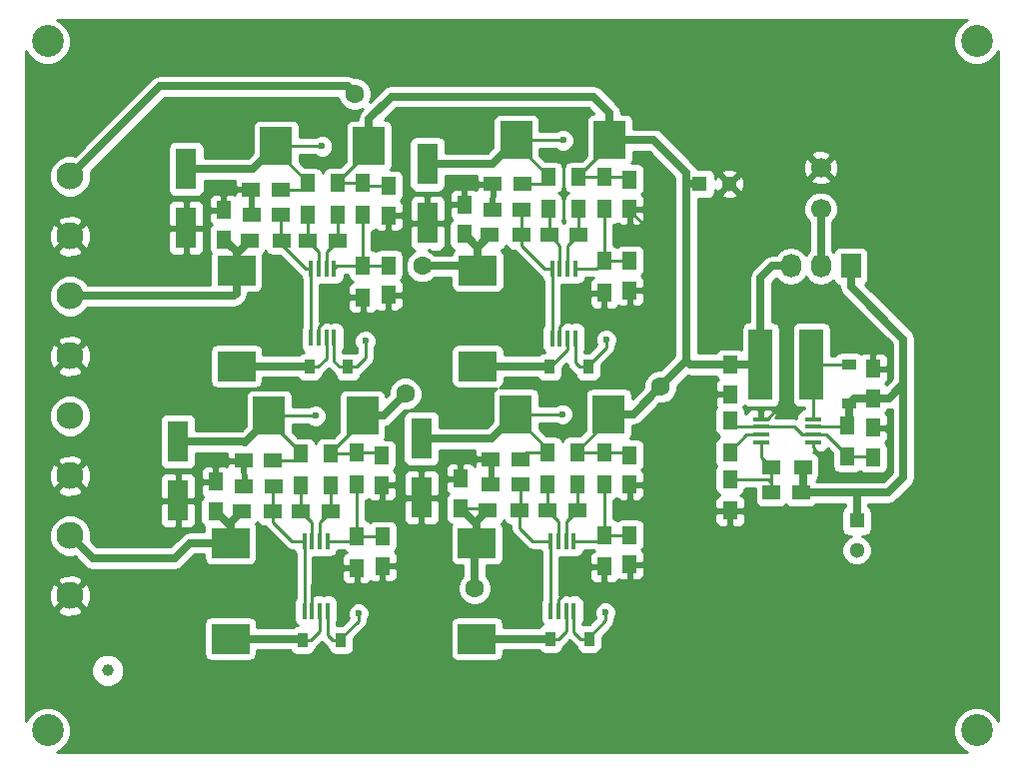
<source format=gtl>
G04 #@! TF.FileFunction,Copper,L1,Top,Signal*
%FSLAX46Y46*%
G04 Gerber Fmt 4.6, Leading zero omitted, Abs format (unit mm)*
G04 Created by KiCad (PCBNEW (after 2015-mar-04 BZR unknown)-product) date Fri 03 Jul 2015 12:36:09 AM EDT*
%MOMM*%
G01*
G04 APERTURE LIST*
%ADD10C,0.150000*%
%ADD11R,1.250000X1.500000*%
%ADD12R,1.500000X1.250000*%
%ADD13R,0.910000X1.220000*%
%ADD14R,1.800860X3.500120*%
%ADD15R,1.220000X0.910000*%
%ADD16R,3.200000X2.500000*%
%ADD17R,2.000000X6.000000*%
%ADD18R,1.727200X2.032000*%
%ADD19O,1.727200X2.032000*%
%ADD20R,1.500000X1.300000*%
%ADD21R,1.300000X1.500000*%
%ADD22R,2.700000X3.200000*%
%ADD23R,0.450000X1.450000*%
%ADD24R,1.450000X0.450000*%
%ADD25C,1.000000*%
%ADD26C,2.700000*%
%ADD27C,1.300000*%
%ADD28R,1.300000X1.300000*%
%ADD29C,2.300000*%
%ADD30C,1.700000*%
%ADD31C,0.600000*%
%ADD32C,1.600000*%
%ADD33C,0.700000*%
%ADD34C,0.250000*%
%ADD35C,0.254000*%
G04 APERTURE END LIST*
D10*
D11*
X144462500Y-57422100D03*
X144462500Y-54922100D03*
X164846000Y-56977600D03*
X164846000Y-54477600D03*
X164528500Y-80218600D03*
X164528500Y-77718600D03*
X143764000Y-80472600D03*
X143764000Y-77972600D03*
D12*
X149332000Y-55346600D03*
X146832000Y-55346600D03*
X169735500Y-54902100D03*
X167235500Y-54902100D03*
X169588500Y-78206600D03*
X167088500Y-78206600D03*
X148677000Y-78333600D03*
X146177000Y-78333600D03*
X154094500Y-57569100D03*
X151594500Y-57569100D03*
X174541500Y-57061100D03*
X172041500Y-57061100D03*
X174414500Y-80365600D03*
X171914500Y-80365600D03*
X153523000Y-80492600D03*
X151023000Y-80492600D03*
X149268500Y-53187600D03*
X146768500Y-53187600D03*
X169759000Y-52743100D03*
X167259000Y-52743100D03*
X169588500Y-76047600D03*
X167088500Y-76047600D03*
X148633500Y-76174600D03*
X146133500Y-76174600D03*
D11*
X158432500Y-59621100D03*
X158432500Y-62121100D03*
X178879500Y-59240100D03*
X178879500Y-61740100D03*
X178866800Y-82468400D03*
X178866800Y-84968400D03*
X157924500Y-82608100D03*
X157924500Y-85108100D03*
X157861000Y-75750100D03*
X157861000Y-78250100D03*
X158432500Y-52890100D03*
X158432500Y-55390100D03*
X178879500Y-52338600D03*
X178879500Y-54838600D03*
X178879500Y-75706600D03*
X178879500Y-78206600D03*
X187375800Y-68033900D03*
X187375800Y-70533900D03*
X199504300Y-75887900D03*
X199504300Y-73387900D03*
D12*
X190888300Y-78892400D03*
X193388300Y-78892400D03*
D11*
X199504300Y-70871400D03*
X199504300Y-68371400D03*
D13*
X154997017Y-68237100D03*
X151727017Y-68237100D03*
X175355000Y-68237100D03*
X172085000Y-68237100D03*
X175434500Y-91287600D03*
X172164500Y-91287600D03*
X154416000Y-91414600D03*
X151146000Y-91414600D03*
D14*
X141287500Y-51450240D03*
X141287500Y-56448960D03*
X161734500Y-51046380D03*
X161734500Y-56045100D03*
X161226500Y-74310240D03*
X161226500Y-79308960D03*
X140589000Y-74564240D03*
X140589000Y-79562960D03*
D15*
X197485000Y-71303900D03*
X197485000Y-68033900D03*
D16*
X165989000Y-60059600D03*
X165989000Y-68159600D03*
X165925500Y-83173600D03*
X165925500Y-91273600D03*
X145034000Y-83173600D03*
X145034000Y-91273600D03*
D17*
X189988300Y-68033900D03*
X194288300Y-68033900D03*
D18*
X197612000Y-59690000D03*
D19*
X195072000Y-59690000D03*
X192532000Y-59690000D03*
D20*
X146652000Y-57505600D03*
X149352000Y-57505600D03*
X167035500Y-57061100D03*
X169735500Y-57061100D03*
X166861500Y-80365600D03*
X169561500Y-80365600D03*
X145970000Y-80492600D03*
X148670000Y-80492600D03*
D21*
X151574500Y-55363100D03*
X151574500Y-52663100D03*
X154114500Y-55363100D03*
X154114500Y-52663100D03*
X171958000Y-54855100D03*
X171958000Y-52155100D03*
X174561500Y-54855100D03*
X174561500Y-52155100D03*
X171894500Y-78159600D03*
X171894500Y-75459600D03*
X174434500Y-78159600D03*
X174434500Y-75459600D03*
X151003000Y-78286600D03*
X151003000Y-75586600D03*
X153543000Y-78286600D03*
X153543000Y-75586600D03*
D22*
X148894500Y-49504600D03*
X156794500Y-49504600D03*
X169278000Y-48996600D03*
X177178000Y-48996600D03*
X169214500Y-72237600D03*
X177114500Y-72237600D03*
X148323000Y-72364600D03*
X156223000Y-72364600D03*
D21*
X155702000Y-75523100D03*
X155702000Y-78223100D03*
X155765500Y-82571600D03*
X155765500Y-85271600D03*
X156273500Y-52663100D03*
X156273500Y-55363100D03*
X156273500Y-59648100D03*
X156273500Y-62348100D03*
X176720500Y-52138600D03*
X176720500Y-54838600D03*
X176720500Y-59267100D03*
X176720500Y-61967100D03*
X176720500Y-75459600D03*
X176720500Y-78159600D03*
X176733200Y-82470000D03*
X176733200Y-85170000D03*
X187375800Y-72779900D03*
X187375800Y-75479900D03*
X197345300Y-73160900D03*
X197345300Y-75860900D03*
D20*
X193551800Y-76733400D03*
X190851800Y-76733400D03*
D21*
X187375800Y-77732900D03*
X187375800Y-80432900D03*
D23*
X151879017Y-65788277D03*
X152529017Y-65788277D03*
X153179017Y-65788277D03*
X153829017Y-65788277D03*
X153829017Y-59888277D03*
X153179017Y-59888277D03*
X152529017Y-59888277D03*
X151879017Y-59888277D03*
X172316500Y-65789600D03*
X172966500Y-65789600D03*
X173616500Y-65789600D03*
X174266500Y-65789600D03*
X174266500Y-59889600D03*
X173616500Y-59889600D03*
X172966500Y-59889600D03*
X172316500Y-59889600D03*
X172189500Y-88903600D03*
X172839500Y-88903600D03*
X173489500Y-88903600D03*
X174139500Y-88903600D03*
X174139500Y-83003600D03*
X173489500Y-83003600D03*
X172839500Y-83003600D03*
X172189500Y-83003600D03*
X151298000Y-88903600D03*
X151948000Y-88903600D03*
X152598000Y-88903600D03*
X153248000Y-88903600D03*
X153248000Y-83003600D03*
X152598000Y-83003600D03*
X151948000Y-83003600D03*
X151298000Y-83003600D03*
D24*
X189997943Y-72656400D03*
X189997943Y-73306400D03*
X189997943Y-73956400D03*
X189997943Y-74606400D03*
X194397943Y-74606400D03*
X194397943Y-73956400D03*
X194397943Y-73306400D03*
X194397943Y-72656400D03*
D25*
X134620000Y-93980000D03*
D26*
X129540000Y-99060000D03*
X208280000Y-99060000D03*
X208280000Y-40640000D03*
X129540000Y-40640000D03*
D27*
X187325000Y-52705000D03*
D28*
X184825000Y-52705000D03*
D27*
X198120000Y-83780000D03*
D28*
X198120000Y-81280000D03*
D29*
X131445000Y-52070000D03*
X131445000Y-57150000D03*
X131445000Y-62230000D03*
X131445000Y-67310000D03*
X131445000Y-72390000D03*
X131445000Y-77470000D03*
X131445000Y-82550000D03*
X131445000Y-87630000D03*
D16*
X145542000Y-60059600D03*
X145542000Y-68159600D03*
D30*
X195072000Y-54836000D03*
X195072000Y-51336000D03*
D31*
X185420000Y-69850000D03*
X180975000Y-57150000D03*
X192176400Y-63144400D03*
X195376800Y-77470000D03*
D32*
X161290000Y-59690000D03*
X155575000Y-45085000D03*
X165735000Y-86995000D03*
D31*
X152806400Y-49530000D03*
X156464000Y-66040000D03*
X173228000Y-49022000D03*
X176885600Y-65938400D03*
X173177200Y-72237600D03*
X176834800Y-89052400D03*
X152247600Y-72390000D03*
X155905200Y-89103200D03*
D32*
X181473552Y-69928548D03*
X159867600Y-70510400D03*
D33*
X145542000Y-60059600D02*
X145542000Y-58615600D01*
X145542000Y-58615600D02*
X146652000Y-57505600D01*
X145542000Y-60059600D02*
X145542000Y-58501600D01*
X145542000Y-58501600D02*
X144462500Y-57422100D01*
X131445000Y-62230000D02*
X145321600Y-62230000D01*
X145321600Y-62230000D02*
X145542000Y-62009600D01*
X145542000Y-62009600D02*
X145542000Y-60059600D01*
D34*
X187375800Y-70533900D02*
X186103900Y-70533900D01*
X186103900Y-70533900D02*
X185420000Y-69850000D01*
X178879500Y-54838600D02*
X178879500Y-54963600D01*
X178879500Y-54963600D02*
X180975000Y-57059100D01*
X180975000Y-57059100D02*
X180975000Y-57150000D01*
X189997943Y-72656400D02*
X190497943Y-72656400D01*
X192176400Y-70977943D02*
X192176400Y-63144400D01*
X190497943Y-72656400D02*
X192176400Y-70977943D01*
X201066400Y-76962000D02*
X200558400Y-77470000D01*
X200558400Y-77470000D02*
X195376800Y-77470000D01*
X201066400Y-74075000D02*
X201066400Y-76962000D01*
X200379300Y-73387900D02*
X201066400Y-74075000D01*
X199504300Y-73387900D02*
X200379300Y-73387900D01*
X194397943Y-74606400D02*
X194397943Y-75081400D01*
X194397943Y-75081400D02*
X195376800Y-76060257D01*
X195376800Y-76060257D02*
X195376800Y-77470000D01*
X152529017Y-65788277D02*
X152529017Y-64813277D01*
X152529017Y-64813277D02*
X154994194Y-62348100D01*
X154994194Y-62348100D02*
X155373500Y-62348100D01*
X155373500Y-62348100D02*
X156273500Y-62348100D01*
X172966500Y-65789600D02*
X172966500Y-64814600D01*
X172966500Y-64814600D02*
X175814000Y-61967100D01*
X175814000Y-61967100D02*
X175820500Y-61967100D01*
X175820500Y-61967100D02*
X176720500Y-61967100D01*
X172839500Y-88903600D02*
X172839500Y-87928600D01*
X172839500Y-87928600D02*
X175598100Y-85170000D01*
X175598100Y-85170000D02*
X175833200Y-85170000D01*
X175833200Y-85170000D02*
X176733200Y-85170000D01*
X151948000Y-86659600D02*
X153336000Y-85271600D01*
X153336000Y-85271600D02*
X155765500Y-85271600D01*
X151948000Y-88903600D02*
X151948000Y-86659600D01*
D33*
X161290000Y-59690000D02*
X165619400Y-59690000D01*
X165619400Y-59690000D02*
X165989000Y-60059600D01*
X139065000Y-44450000D02*
X154940000Y-44450000D01*
X154940000Y-44450000D02*
X155575000Y-45085000D01*
X131445000Y-52070000D02*
X139065000Y-44450000D01*
X165989000Y-60059600D02*
X165989000Y-58120600D01*
X165989000Y-58120600D02*
X164846000Y-56977600D01*
X165989000Y-60059600D02*
X165989000Y-58107600D01*
X165989000Y-58107600D02*
X167035500Y-57061100D01*
X165735000Y-86995000D02*
X165735000Y-83364100D01*
X165735000Y-83364100D02*
X165925500Y-83173600D01*
X165925500Y-83173600D02*
X165925500Y-81615600D01*
X165925500Y-81615600D02*
X164528500Y-80218600D01*
X165925500Y-83173600D02*
X165925500Y-81301600D01*
X165925500Y-81301600D02*
X166861500Y-80365600D01*
D34*
X164528500Y-80218600D02*
X166714500Y-80218600D01*
X166714500Y-80218600D02*
X166861500Y-80365600D01*
D33*
X140335000Y-84455000D02*
X141616400Y-83173600D01*
X141616400Y-83173600D02*
X145034000Y-83173600D01*
X133350000Y-84455000D02*
X140335000Y-84455000D01*
X131445000Y-82550000D02*
X133350000Y-84455000D01*
X145034000Y-83173600D02*
X145034000Y-81742600D01*
X145034000Y-81742600D02*
X143764000Y-80472600D01*
X145034000Y-83173600D02*
X145034000Y-81428600D01*
X145034000Y-81428600D02*
X145970000Y-80492600D01*
D34*
X151879017Y-59888277D02*
X151404017Y-59888277D01*
X151404017Y-59888277D02*
X149352000Y-57836260D01*
X149352000Y-57836260D02*
X149352000Y-57505600D01*
X149332000Y-55346600D02*
X149332000Y-57485600D01*
X149332000Y-57485600D02*
X149352000Y-57505600D01*
X151879017Y-65788277D02*
X151879017Y-59888277D01*
X172316500Y-65789600D02*
X172316500Y-59889600D01*
X169735500Y-54902100D02*
X169735500Y-57061100D01*
X169735500Y-57061100D02*
X169735500Y-57961100D01*
X169735500Y-57961100D02*
X171664000Y-59889600D01*
X171664000Y-59889600D02*
X172316500Y-59889600D01*
X172189500Y-88903600D02*
X172189500Y-87928600D01*
X172189500Y-87928600D02*
X172189500Y-83003600D01*
X169588500Y-78206600D02*
X169588500Y-80338600D01*
X169588500Y-80338600D02*
X169561500Y-80365600D01*
X169561500Y-81880700D02*
X170684400Y-83003600D01*
X170684400Y-83003600D02*
X172189500Y-83003600D01*
X169561500Y-80365600D02*
X169561500Y-81880700D01*
X151298000Y-88903600D02*
X151298000Y-87928600D01*
X151298000Y-87928600D02*
X151298000Y-83003600D01*
X148670000Y-80492600D02*
X148670000Y-81392600D01*
X148670000Y-81392600D02*
X150281000Y-83003600D01*
X150281000Y-83003600D02*
X150823000Y-83003600D01*
X150823000Y-83003600D02*
X151298000Y-83003600D01*
X148670000Y-80492600D02*
X148670000Y-78340600D01*
X148670000Y-78340600D02*
X148677000Y-78333600D01*
X154094500Y-57569100D02*
X154094500Y-55383100D01*
X154094500Y-55383100D02*
X154114500Y-55363100D01*
X153179017Y-59888277D02*
X153179017Y-58484583D01*
X153179017Y-58484583D02*
X154094500Y-57569100D01*
X151594500Y-57569100D02*
X151594500Y-55383100D01*
X151594500Y-55383100D02*
X151574500Y-55363100D01*
X152529017Y-59888277D02*
X152529017Y-58503617D01*
X152529017Y-58503617D02*
X151594500Y-57569100D01*
X174561500Y-54855100D02*
X174561500Y-57041100D01*
X174561500Y-57041100D02*
X174541500Y-57061100D01*
X173616500Y-59889600D02*
X173616500Y-57986100D01*
X173616500Y-57986100D02*
X174541500Y-57061100D01*
X172041500Y-57061100D02*
X172041500Y-54938600D01*
X172041500Y-54938600D02*
X171958000Y-54855100D01*
X172966500Y-59889600D02*
X172966500Y-57986100D01*
X172966500Y-57986100D02*
X172041500Y-57061100D01*
X174414500Y-80365600D02*
X174414500Y-78179600D01*
X174414500Y-78179600D02*
X174434500Y-78159600D01*
X173489500Y-83003600D02*
X173489500Y-81290600D01*
X173489500Y-81290600D02*
X174414500Y-80365600D01*
X171914500Y-80365600D02*
X171914500Y-78179600D01*
X171914500Y-78179600D02*
X171894500Y-78159600D01*
X172839500Y-83003600D02*
X172839500Y-81290600D01*
X172839500Y-81290600D02*
X171914500Y-80365600D01*
X153543000Y-78286600D02*
X153543000Y-80472600D01*
X153543000Y-80472600D02*
X153523000Y-80492600D01*
X152598000Y-83003600D02*
X152598000Y-81417600D01*
X152598000Y-81417600D02*
X153523000Y-80492600D01*
X151003000Y-78286600D02*
X151003000Y-80472600D01*
X151003000Y-80472600D02*
X151023000Y-80492600D01*
X151948000Y-83003600D02*
X151948000Y-81417600D01*
X151948000Y-81417600D02*
X151023000Y-80492600D01*
D33*
X141287500Y-51450240D02*
X146948860Y-51450240D01*
X146948860Y-51450240D02*
X148894500Y-49504600D01*
D34*
X152806400Y-49530000D02*
X148919900Y-49530000D01*
X148919900Y-49530000D02*
X148894500Y-49504600D01*
X156464000Y-67475117D02*
X156464000Y-66040000D01*
X154997017Y-68237100D02*
X155702017Y-68237100D01*
X155702017Y-68237100D02*
X156464000Y-67475117D01*
X149268500Y-53187600D02*
X151050000Y-53187600D01*
X151050000Y-53187600D02*
X151574500Y-52663100D01*
X151574500Y-52663100D02*
X151574500Y-52563100D01*
X151574500Y-52563100D02*
X148894500Y-49883100D01*
X148894500Y-49883100D02*
X148894500Y-49504600D01*
X153829017Y-65788277D02*
X153829017Y-67774100D01*
X153829017Y-67774100D02*
X154292017Y-68237100D01*
X154292017Y-68237100D02*
X154997017Y-68237100D01*
D33*
X161734500Y-51046380D02*
X167228220Y-51046380D01*
X167228220Y-51046380D02*
X169278000Y-48996600D01*
D34*
X173228000Y-49022000D02*
X169303400Y-49022000D01*
X169303400Y-49022000D02*
X169278000Y-48996600D01*
X175355000Y-68237100D02*
X175355000Y-68082100D01*
X175355000Y-68082100D02*
X176885600Y-66551500D01*
X176885600Y-66551500D02*
X176885600Y-65938400D01*
X169759000Y-52743100D02*
X171370000Y-52743100D01*
X171370000Y-52743100D02*
X171958000Y-52155100D01*
X171958000Y-52155100D02*
X171958000Y-52055100D01*
X169278000Y-49375100D02*
X169278000Y-48996600D01*
X171958000Y-52055100D02*
X169278000Y-49375100D01*
X174266500Y-65789600D02*
X174266500Y-67853600D01*
X174266500Y-67853600D02*
X174650000Y-68237100D01*
X174650000Y-68237100D02*
X175355000Y-68237100D01*
D33*
X161226500Y-74310240D02*
X167141860Y-74310240D01*
X167141860Y-74310240D02*
X169214500Y-72237600D01*
D34*
X173177200Y-72237600D02*
X169214500Y-72237600D01*
X175434500Y-91287600D02*
X175434500Y-91132600D01*
X175434500Y-91132600D02*
X176834800Y-89732300D01*
X176834800Y-89732300D02*
X176834800Y-89052400D01*
X174139500Y-88903600D02*
X174139500Y-90697600D01*
X174139500Y-90697600D02*
X174729500Y-91287600D01*
X174729500Y-91287600D02*
X175434500Y-91287600D01*
X171894500Y-75459600D02*
X170176500Y-75459600D01*
X170176500Y-75459600D02*
X169588500Y-76047600D01*
X171894500Y-75459600D02*
X171894500Y-75167600D01*
X171894500Y-75167600D02*
X169214500Y-72487600D01*
X169214500Y-72487600D02*
X169214500Y-72237600D01*
D33*
X140589000Y-74564240D02*
X146123360Y-74564240D01*
X148323000Y-72614600D02*
X148323000Y-72364600D01*
X146123360Y-74564240D02*
X146223720Y-74664600D01*
X146223720Y-74664600D02*
X146273000Y-74664600D01*
X146273000Y-74664600D02*
X148323000Y-72614600D01*
D34*
X152247600Y-72390000D02*
X148348400Y-72390000D01*
X148348400Y-72390000D02*
X148323000Y-72364600D01*
X154416000Y-91414600D02*
X154416000Y-91259600D01*
X154416000Y-91259600D02*
X155905200Y-89770400D01*
X155905200Y-89770400D02*
X155905200Y-89103200D01*
X153248000Y-88903600D02*
X153248000Y-90951600D01*
X153248000Y-90951600D02*
X153711000Y-91414600D01*
X153711000Y-91414600D02*
X154416000Y-91414600D01*
X148633500Y-76174600D02*
X150415000Y-76174600D01*
X150415000Y-76174600D02*
X151003000Y-75586600D01*
X151003000Y-75586600D02*
X151003000Y-75486600D01*
X148323000Y-72806600D02*
X148323000Y-72364600D01*
X151003000Y-75486600D02*
X148323000Y-72806600D01*
X156273500Y-55363100D02*
X156273500Y-56363100D01*
X156273500Y-56363100D02*
X156273500Y-59648100D01*
X156273500Y-59648100D02*
X154069194Y-59648100D01*
X154069194Y-59648100D02*
X153829017Y-59888277D01*
X158432500Y-59621100D02*
X156300500Y-59621100D01*
X156300500Y-59621100D02*
X156273500Y-59648100D01*
X176720500Y-59267100D02*
X176720500Y-58267100D01*
X176720500Y-58267100D02*
X176720500Y-54838600D01*
X176720500Y-59267100D02*
X178852500Y-59267100D01*
X178852500Y-59267100D02*
X178879500Y-59240100D01*
X174266500Y-59889600D02*
X176098000Y-59889600D01*
X176098000Y-59889600D02*
X176720500Y-59267100D01*
X174139500Y-83003600D02*
X176199600Y-83003600D01*
X176199600Y-83003600D02*
X176733200Y-82470000D01*
X178866800Y-82468400D02*
X176734800Y-82468400D01*
X176734800Y-82468400D02*
X176733200Y-82470000D01*
X176733200Y-82470000D02*
X176733200Y-78172300D01*
X176733200Y-78172300D02*
X176720500Y-78159600D01*
X157924500Y-82608100D02*
X155802000Y-82608100D01*
X155802000Y-82608100D02*
X155765500Y-82571600D01*
X155765500Y-82571600D02*
X155765500Y-78286600D01*
X155765500Y-78286600D02*
X155702000Y-78223100D01*
X153248000Y-83003600D02*
X155333500Y-83003600D01*
X155333500Y-83003600D02*
X155765500Y-82571600D01*
D33*
X189988300Y-68033900D02*
X189988300Y-60670100D01*
X189988300Y-60670100D02*
X190968400Y-59690000D01*
X190968400Y-59690000D02*
X192532000Y-59690000D01*
X183692800Y-67709300D02*
X183692800Y-52758646D01*
X183692800Y-52758646D02*
X183692800Y-51765200D01*
X184825000Y-52705000D02*
X183746446Y-52705000D01*
X183746446Y-52705000D02*
X183692800Y-52758646D01*
X187375800Y-68033900D02*
X189988300Y-68033900D01*
X183692800Y-67709300D02*
X184017400Y-68033900D01*
X184017400Y-68033900D02*
X187375800Y-68033900D01*
X179164500Y-72237600D02*
X181473552Y-69928548D01*
X181473552Y-69928548D02*
X183692800Y-67709300D01*
X183692800Y-51765200D02*
X180924200Y-48996600D01*
X180924200Y-48996600D02*
X177178000Y-48996600D01*
X177114500Y-72237600D02*
X179164500Y-72237600D01*
X156223000Y-72364600D02*
X158013400Y-72364600D01*
X158013400Y-72364600D02*
X159867600Y-70510400D01*
X156794500Y-49504600D02*
X156794500Y-47204600D01*
X156794500Y-47204600D02*
X158685500Y-45313600D01*
X158685500Y-45313600D02*
X175795000Y-45313600D01*
X175795000Y-45313600D02*
X177178000Y-46696600D01*
X177178000Y-46696600D02*
X177178000Y-48996600D01*
D34*
X174561500Y-52155100D02*
X174561500Y-52055100D01*
X174561500Y-52055100D02*
X177178000Y-49438600D01*
X177178000Y-49438600D02*
X177178000Y-48996600D01*
X174561500Y-52155100D02*
X176704000Y-52155100D01*
X176704000Y-52155100D02*
X176720500Y-52138600D01*
X176720500Y-52138600D02*
X178679500Y-52138600D01*
X178679500Y-52138600D02*
X178879500Y-52338600D01*
X154114500Y-52663100D02*
X154114500Y-52563100D01*
X154114500Y-52563100D02*
X156794500Y-49883100D01*
X156794500Y-49883100D02*
X156794500Y-49504600D01*
X154114500Y-52663100D02*
X156273500Y-52663100D01*
X158432500Y-52890100D02*
X156500500Y-52890100D01*
X156500500Y-52890100D02*
X156273500Y-52663100D01*
X176720500Y-75459600D02*
X178632500Y-75459600D01*
X178632500Y-75459600D02*
X178879500Y-75706600D01*
X174434500Y-75459600D02*
X176720500Y-75459600D01*
X174434500Y-75459600D02*
X174434500Y-75359600D01*
X174434500Y-75359600D02*
X177114500Y-72679600D01*
X177114500Y-72679600D02*
X177114500Y-72237600D01*
X155702000Y-75523100D02*
X157634000Y-75523100D01*
X157634000Y-75523100D02*
X157861000Y-75750100D01*
X153543000Y-75586600D02*
X155638500Y-75586600D01*
X155638500Y-75586600D02*
X155702000Y-75523100D01*
X153543000Y-75586600D02*
X153543000Y-75486600D01*
X153543000Y-75486600D02*
X156223000Y-72806600D01*
X156223000Y-72806600D02*
X156223000Y-72364600D01*
X197345300Y-75860900D02*
X199477300Y-75860900D01*
X199477300Y-75860900D02*
X199504300Y-75887900D01*
X194397943Y-73956400D02*
X195540800Y-73956400D01*
X195540800Y-73956400D02*
X197345300Y-75760900D01*
X197345300Y-75760900D02*
X197345300Y-75860900D01*
X189997943Y-73306400D02*
X192862941Y-73306400D01*
X192862941Y-73306400D02*
X193512941Y-73956400D01*
X193512941Y-73956400D02*
X194397943Y-73956400D01*
X189997943Y-73306400D02*
X187902300Y-73306400D01*
X187902300Y-73306400D02*
X187375800Y-72779900D01*
X190851800Y-76733400D02*
X190851800Y-78855900D01*
X190851800Y-78855900D02*
X190888300Y-78892400D01*
X189997943Y-74606400D02*
X189997943Y-75879543D01*
X189997943Y-75879543D02*
X190851800Y-76733400D01*
X187375800Y-77732900D02*
X190603800Y-77732900D01*
X190603800Y-77732900D02*
X190888300Y-78017400D01*
X190888300Y-78017400D02*
X190888300Y-78892400D01*
D33*
X197612000Y-59690000D02*
X197612000Y-61406000D01*
X197612000Y-61406000D02*
X202082400Y-65876400D01*
X202082400Y-65876400D02*
X202082400Y-68816316D01*
X200761600Y-78892400D02*
X198001184Y-78892400D01*
X198001184Y-78892400D02*
X193388300Y-78892400D01*
X198120000Y-81280000D02*
X198120000Y-79011216D01*
X198120000Y-79011216D02*
X198001184Y-78892400D01*
X197485000Y-71303900D02*
X197485000Y-73021200D01*
X197485000Y-73021200D02*
X197345300Y-73160900D01*
X199504300Y-70871400D02*
X197917500Y-70871400D01*
X197917500Y-70871400D02*
X197485000Y-71303900D01*
X193551800Y-76733400D02*
X193551800Y-78728900D01*
X193551800Y-78728900D02*
X193388300Y-78892400D01*
X202082400Y-68816316D02*
X202082400Y-77571600D01*
X199504300Y-70871400D02*
X200829300Y-70871400D01*
X200829300Y-70871400D02*
X202082400Y-69618300D01*
X202082400Y-69618300D02*
X202082400Y-68816316D01*
X202082400Y-77571600D02*
X200761600Y-78892400D01*
D34*
X199504300Y-70871400D02*
X197777800Y-70871400D01*
X197777800Y-70871400D02*
X197345300Y-71303900D01*
X197345300Y-73160900D02*
X197345300Y-71303900D01*
X194397943Y-73306400D02*
X197199800Y-73306400D01*
X197199800Y-73306400D02*
X197345300Y-73160900D01*
D33*
X145542000Y-68159600D02*
X151649517Y-68159600D01*
X151649517Y-68159600D02*
X151727017Y-68237100D01*
D34*
X151727017Y-68237100D02*
X152432017Y-68237100D01*
X152432017Y-68237100D02*
X153179017Y-67490100D01*
X153179017Y-67490100D02*
X153179017Y-66763277D01*
X153179017Y-66763277D02*
X153179017Y-65788277D01*
D33*
X165989000Y-68159600D02*
X172007500Y-68159600D01*
X172007500Y-68159600D02*
X172085000Y-68237100D01*
D34*
X173616500Y-65789600D02*
X173616500Y-66764600D01*
X173616500Y-66764600D02*
X172144000Y-68237100D01*
X172144000Y-68237100D02*
X172085000Y-68237100D01*
D33*
X165925500Y-91273600D02*
X172150500Y-91273600D01*
X172150500Y-91273600D02*
X172164500Y-91287600D01*
D34*
X172164500Y-91287600D02*
X172869500Y-91287600D01*
X172869500Y-91287600D02*
X173489500Y-90667600D01*
X173489500Y-90667600D02*
X173489500Y-89878600D01*
X173489500Y-89878600D02*
X173489500Y-88903600D01*
D33*
X145034000Y-91273600D02*
X151005000Y-91273600D01*
X151005000Y-91273600D02*
X151146000Y-91414600D01*
D34*
X152598000Y-88903600D02*
X152598000Y-90667600D01*
X152598000Y-90667600D02*
X151851000Y-91414600D01*
X151851000Y-91414600D02*
X151146000Y-91414600D01*
X194397943Y-72656400D02*
X194397943Y-68143543D01*
X194397943Y-68143543D02*
X194288300Y-68033900D01*
X197345300Y-68033900D02*
X194288300Y-68033900D01*
D33*
X195072000Y-59690000D02*
X195072000Y-54836000D01*
D34*
X187375800Y-75479900D02*
X187375800Y-75379900D01*
X187375800Y-75379900D02*
X188799300Y-73956400D01*
X188799300Y-73956400D02*
X189022943Y-73956400D01*
X189022943Y-73956400D02*
X189997943Y-73956400D01*
D35*
G36*
X182707800Y-67301300D02*
X181515515Y-68493584D01*
X181189365Y-68493300D01*
X180661752Y-68711305D01*
X180257728Y-69114625D01*
X180139500Y-69399349D01*
X180139500Y-62616409D01*
X180139500Y-62025850D01*
X179980750Y-61867100D01*
X179006500Y-61867100D01*
X179006500Y-62966350D01*
X179165250Y-63125100D01*
X179378191Y-63125100D01*
X179630810Y-63125100D01*
X179864199Y-63028427D01*
X180042827Y-62849798D01*
X180139500Y-62616409D01*
X180139500Y-69399349D01*
X180038802Y-69641857D01*
X180038515Y-69970584D01*
X179111940Y-70897160D01*
X179111940Y-70637600D01*
X179064963Y-70395477D01*
X178925173Y-70182673D01*
X178752500Y-70066116D01*
X178714140Y-70040223D01*
X178464500Y-69990160D01*
X175764500Y-69990160D01*
X175522377Y-70037137D01*
X175309573Y-70176927D01*
X175167123Y-70387960D01*
X175117060Y-70637600D01*
X175117060Y-73602238D01*
X174657138Y-74062160D01*
X173784500Y-74062160D01*
X173542377Y-74109137D01*
X173329573Y-74248927D01*
X173187123Y-74459960D01*
X173164953Y-74570509D01*
X173144963Y-74467477D01*
X173005173Y-74254673D01*
X172794140Y-74112223D01*
X172544500Y-74062160D01*
X171863862Y-74062160D01*
X171211940Y-73410238D01*
X171211940Y-72997600D01*
X172614737Y-72997600D01*
X172646873Y-73029792D01*
X172990401Y-73172438D01*
X173362367Y-73172762D01*
X173706143Y-73030717D01*
X173969392Y-72767927D01*
X174112038Y-72424399D01*
X174112362Y-72052433D01*
X173970317Y-71708657D01*
X173707527Y-71445408D01*
X173363999Y-71302762D01*
X172992033Y-71302438D01*
X172648257Y-71444483D01*
X172615082Y-71477600D01*
X171211940Y-71477600D01*
X171211940Y-70637600D01*
X171164963Y-70395477D01*
X171025173Y-70182673D01*
X170814140Y-70040223D01*
X170564500Y-69990160D01*
X167864500Y-69990160D01*
X167860131Y-69991007D01*
X168043927Y-69870273D01*
X168186377Y-69659240D01*
X168236440Y-69409600D01*
X168236440Y-69144600D01*
X171065913Y-69144600D01*
X171169327Y-69302027D01*
X171380360Y-69444477D01*
X171630000Y-69494540D01*
X172540000Y-69494540D01*
X172782123Y-69447563D01*
X172994927Y-69307773D01*
X173137377Y-69096740D01*
X173187440Y-68847100D01*
X173187440Y-68268462D01*
X173522394Y-67933507D01*
X173564352Y-68144439D01*
X173729099Y-68391001D01*
X174112599Y-68774501D01*
X174257223Y-68871135D01*
X174299537Y-69089223D01*
X174439327Y-69302027D01*
X174650360Y-69444477D01*
X174900000Y-69494540D01*
X175810000Y-69494540D01*
X176052123Y-69447563D01*
X176264927Y-69307773D01*
X176407377Y-69096740D01*
X176457440Y-68847100D01*
X176457440Y-68054462D01*
X177423001Y-67088901D01*
X177587748Y-66842340D01*
X177587748Y-66842339D01*
X177645600Y-66551500D01*
X177645600Y-66500862D01*
X177677792Y-66468727D01*
X177820438Y-66125199D01*
X177820762Y-65753233D01*
X177678717Y-65409457D01*
X177415927Y-65146208D01*
X177072399Y-65003562D01*
X176700433Y-65003238D01*
X176593500Y-65047421D01*
X176593500Y-63193350D01*
X176593500Y-62094100D01*
X175594250Y-62094100D01*
X175435500Y-62252850D01*
X175435500Y-62843409D01*
X175532173Y-63076798D01*
X175710801Y-63255427D01*
X175944190Y-63352100D01*
X176196809Y-63352100D01*
X176434750Y-63352100D01*
X176593500Y-63193350D01*
X176593500Y-65047421D01*
X176356657Y-65145283D01*
X176093408Y-65408073D01*
X175950762Y-65751601D01*
X175950438Y-66123567D01*
X176034729Y-66327568D01*
X175382638Y-66979660D01*
X175026500Y-66979660D01*
X175026500Y-66856648D01*
X175088877Y-66764240D01*
X175138940Y-66514600D01*
X175138940Y-65064600D01*
X175091963Y-64822477D01*
X174952173Y-64609673D01*
X174741140Y-64467223D01*
X174491500Y-64417160D01*
X174041500Y-64417160D01*
X173939847Y-64436882D01*
X173841500Y-64417160D01*
X173391500Y-64417160D01*
X173320863Y-64430864D01*
X173317810Y-64429600D01*
X173237750Y-64429600D01*
X173216172Y-64451177D01*
X173149377Y-64464137D01*
X173093502Y-64500840D01*
X173093502Y-64429600D01*
X173076500Y-64429600D01*
X173076500Y-61262040D01*
X173191500Y-61262040D01*
X173293152Y-61242317D01*
X173391500Y-61262040D01*
X173841500Y-61262040D01*
X173943152Y-61242317D01*
X174041500Y-61262040D01*
X174491500Y-61262040D01*
X174733623Y-61215063D01*
X174946427Y-61075273D01*
X175088877Y-60864240D01*
X175131921Y-60649600D01*
X175781230Y-60649600D01*
X175710801Y-60678773D01*
X175532173Y-60857402D01*
X175435500Y-61090791D01*
X175435500Y-61681350D01*
X175594250Y-61840100D01*
X176593500Y-61840100D01*
X176593500Y-61820100D01*
X176847500Y-61820100D01*
X176847500Y-61840100D01*
X176867500Y-61840100D01*
X176867500Y-62094100D01*
X176847500Y-62094100D01*
X176847500Y-63193350D01*
X177006250Y-63352100D01*
X177244191Y-63352100D01*
X177496810Y-63352100D01*
X177730199Y-63255427D01*
X177908827Y-63076798D01*
X177923874Y-63040469D01*
X178128190Y-63125100D01*
X178380809Y-63125100D01*
X178593750Y-63125100D01*
X178752500Y-62966350D01*
X178752500Y-61867100D01*
X178732500Y-61867100D01*
X178732500Y-61613100D01*
X178752500Y-61613100D01*
X178752500Y-61593100D01*
X179006500Y-61593100D01*
X179006500Y-61613100D01*
X179980750Y-61613100D01*
X180139500Y-61454350D01*
X180139500Y-60863791D01*
X180042827Y-60630402D01*
X179901349Y-60488923D01*
X179959427Y-60450773D01*
X180101877Y-60239740D01*
X180151940Y-59990100D01*
X180151940Y-58490100D01*
X180139500Y-58425983D01*
X180139500Y-55714909D01*
X180139500Y-55124350D01*
X179980750Y-54965600D01*
X179006500Y-54965600D01*
X179006500Y-56064850D01*
X179165250Y-56223600D01*
X179378191Y-56223600D01*
X179630810Y-56223600D01*
X179864199Y-56126927D01*
X180042827Y-55948298D01*
X180139500Y-55714909D01*
X180139500Y-58425983D01*
X180104963Y-58247977D01*
X179965173Y-58035173D01*
X179754140Y-57892723D01*
X179504500Y-57842660D01*
X178254500Y-57842660D01*
X178012377Y-57889637D01*
X177799573Y-58029427D01*
X177794279Y-58037269D01*
X177620140Y-57919723D01*
X177480500Y-57891719D01*
X177480500Y-56214697D01*
X177612623Y-56189063D01*
X177820429Y-56052555D01*
X177894801Y-56126927D01*
X178128190Y-56223600D01*
X178380809Y-56223600D01*
X178593750Y-56223600D01*
X178752500Y-56064850D01*
X178752500Y-54965600D01*
X178732500Y-54965600D01*
X178732500Y-54711600D01*
X178752500Y-54711600D01*
X178752500Y-54691600D01*
X179006500Y-54691600D01*
X179006500Y-54711600D01*
X179980750Y-54711600D01*
X180139500Y-54552850D01*
X180139500Y-53962291D01*
X180042827Y-53728902D01*
X179901349Y-53587423D01*
X179959427Y-53549273D01*
X180101877Y-53338240D01*
X180151940Y-53088600D01*
X180151940Y-51588600D01*
X180104963Y-51346477D01*
X179965173Y-51133673D01*
X179754140Y-50991223D01*
X179504500Y-50941160D01*
X179061304Y-50941160D01*
X179125377Y-50846240D01*
X179175440Y-50596600D01*
X179175440Y-49981600D01*
X180516200Y-49981600D01*
X182707800Y-52173200D01*
X182707800Y-52758646D01*
X182707800Y-67301300D01*
X182707800Y-67301300D01*
G37*
X182707800Y-67301300D02*
X181515515Y-68493584D01*
X181189365Y-68493300D01*
X180661752Y-68711305D01*
X180257728Y-69114625D01*
X180139500Y-69399349D01*
X180139500Y-62616409D01*
X180139500Y-62025850D01*
X179980750Y-61867100D01*
X179006500Y-61867100D01*
X179006500Y-62966350D01*
X179165250Y-63125100D01*
X179378191Y-63125100D01*
X179630810Y-63125100D01*
X179864199Y-63028427D01*
X180042827Y-62849798D01*
X180139500Y-62616409D01*
X180139500Y-69399349D01*
X180038802Y-69641857D01*
X180038515Y-69970584D01*
X179111940Y-70897160D01*
X179111940Y-70637600D01*
X179064963Y-70395477D01*
X178925173Y-70182673D01*
X178752500Y-70066116D01*
X178714140Y-70040223D01*
X178464500Y-69990160D01*
X175764500Y-69990160D01*
X175522377Y-70037137D01*
X175309573Y-70176927D01*
X175167123Y-70387960D01*
X175117060Y-70637600D01*
X175117060Y-73602238D01*
X174657138Y-74062160D01*
X173784500Y-74062160D01*
X173542377Y-74109137D01*
X173329573Y-74248927D01*
X173187123Y-74459960D01*
X173164953Y-74570509D01*
X173144963Y-74467477D01*
X173005173Y-74254673D01*
X172794140Y-74112223D01*
X172544500Y-74062160D01*
X171863862Y-74062160D01*
X171211940Y-73410238D01*
X171211940Y-72997600D01*
X172614737Y-72997600D01*
X172646873Y-73029792D01*
X172990401Y-73172438D01*
X173362367Y-73172762D01*
X173706143Y-73030717D01*
X173969392Y-72767927D01*
X174112038Y-72424399D01*
X174112362Y-72052433D01*
X173970317Y-71708657D01*
X173707527Y-71445408D01*
X173363999Y-71302762D01*
X172992033Y-71302438D01*
X172648257Y-71444483D01*
X172615082Y-71477600D01*
X171211940Y-71477600D01*
X171211940Y-70637600D01*
X171164963Y-70395477D01*
X171025173Y-70182673D01*
X170814140Y-70040223D01*
X170564500Y-69990160D01*
X167864500Y-69990160D01*
X167860131Y-69991007D01*
X168043927Y-69870273D01*
X168186377Y-69659240D01*
X168236440Y-69409600D01*
X168236440Y-69144600D01*
X171065913Y-69144600D01*
X171169327Y-69302027D01*
X171380360Y-69444477D01*
X171630000Y-69494540D01*
X172540000Y-69494540D01*
X172782123Y-69447563D01*
X172994927Y-69307773D01*
X173137377Y-69096740D01*
X173187440Y-68847100D01*
X173187440Y-68268462D01*
X173522394Y-67933507D01*
X173564352Y-68144439D01*
X173729099Y-68391001D01*
X174112599Y-68774501D01*
X174257223Y-68871135D01*
X174299537Y-69089223D01*
X174439327Y-69302027D01*
X174650360Y-69444477D01*
X174900000Y-69494540D01*
X175810000Y-69494540D01*
X176052123Y-69447563D01*
X176264927Y-69307773D01*
X176407377Y-69096740D01*
X176457440Y-68847100D01*
X176457440Y-68054462D01*
X177423001Y-67088901D01*
X177587748Y-66842340D01*
X177587748Y-66842339D01*
X177645600Y-66551500D01*
X177645600Y-66500862D01*
X177677792Y-66468727D01*
X177820438Y-66125199D01*
X177820762Y-65753233D01*
X177678717Y-65409457D01*
X177415927Y-65146208D01*
X177072399Y-65003562D01*
X176700433Y-65003238D01*
X176593500Y-65047421D01*
X176593500Y-63193350D01*
X176593500Y-62094100D01*
X175594250Y-62094100D01*
X175435500Y-62252850D01*
X175435500Y-62843409D01*
X175532173Y-63076798D01*
X175710801Y-63255427D01*
X175944190Y-63352100D01*
X176196809Y-63352100D01*
X176434750Y-63352100D01*
X176593500Y-63193350D01*
X176593500Y-65047421D01*
X176356657Y-65145283D01*
X176093408Y-65408073D01*
X175950762Y-65751601D01*
X175950438Y-66123567D01*
X176034729Y-66327568D01*
X175382638Y-66979660D01*
X175026500Y-66979660D01*
X175026500Y-66856648D01*
X175088877Y-66764240D01*
X175138940Y-66514600D01*
X175138940Y-65064600D01*
X175091963Y-64822477D01*
X174952173Y-64609673D01*
X174741140Y-64467223D01*
X174491500Y-64417160D01*
X174041500Y-64417160D01*
X173939847Y-64436882D01*
X173841500Y-64417160D01*
X173391500Y-64417160D01*
X173320863Y-64430864D01*
X173317810Y-64429600D01*
X173237750Y-64429600D01*
X173216172Y-64451177D01*
X173149377Y-64464137D01*
X173093502Y-64500840D01*
X173093502Y-64429600D01*
X173076500Y-64429600D01*
X173076500Y-61262040D01*
X173191500Y-61262040D01*
X173293152Y-61242317D01*
X173391500Y-61262040D01*
X173841500Y-61262040D01*
X173943152Y-61242317D01*
X174041500Y-61262040D01*
X174491500Y-61262040D01*
X174733623Y-61215063D01*
X174946427Y-61075273D01*
X175088877Y-60864240D01*
X175131921Y-60649600D01*
X175781230Y-60649600D01*
X175710801Y-60678773D01*
X175532173Y-60857402D01*
X175435500Y-61090791D01*
X175435500Y-61681350D01*
X175594250Y-61840100D01*
X176593500Y-61840100D01*
X176593500Y-61820100D01*
X176847500Y-61820100D01*
X176847500Y-61840100D01*
X176867500Y-61840100D01*
X176867500Y-62094100D01*
X176847500Y-62094100D01*
X176847500Y-63193350D01*
X177006250Y-63352100D01*
X177244191Y-63352100D01*
X177496810Y-63352100D01*
X177730199Y-63255427D01*
X177908827Y-63076798D01*
X177923874Y-63040469D01*
X178128190Y-63125100D01*
X178380809Y-63125100D01*
X178593750Y-63125100D01*
X178752500Y-62966350D01*
X178752500Y-61867100D01*
X178732500Y-61867100D01*
X178732500Y-61613100D01*
X178752500Y-61613100D01*
X178752500Y-61593100D01*
X179006500Y-61593100D01*
X179006500Y-61613100D01*
X179980750Y-61613100D01*
X180139500Y-61454350D01*
X180139500Y-60863791D01*
X180042827Y-60630402D01*
X179901349Y-60488923D01*
X179959427Y-60450773D01*
X180101877Y-60239740D01*
X180151940Y-59990100D01*
X180151940Y-58490100D01*
X180139500Y-58425983D01*
X180139500Y-55714909D01*
X180139500Y-55124350D01*
X179980750Y-54965600D01*
X179006500Y-54965600D01*
X179006500Y-56064850D01*
X179165250Y-56223600D01*
X179378191Y-56223600D01*
X179630810Y-56223600D01*
X179864199Y-56126927D01*
X180042827Y-55948298D01*
X180139500Y-55714909D01*
X180139500Y-58425983D01*
X180104963Y-58247977D01*
X179965173Y-58035173D01*
X179754140Y-57892723D01*
X179504500Y-57842660D01*
X178254500Y-57842660D01*
X178012377Y-57889637D01*
X177799573Y-58029427D01*
X177794279Y-58037269D01*
X177620140Y-57919723D01*
X177480500Y-57891719D01*
X177480500Y-56214697D01*
X177612623Y-56189063D01*
X177820429Y-56052555D01*
X177894801Y-56126927D01*
X178128190Y-56223600D01*
X178380809Y-56223600D01*
X178593750Y-56223600D01*
X178752500Y-56064850D01*
X178752500Y-54965600D01*
X178732500Y-54965600D01*
X178732500Y-54711600D01*
X178752500Y-54711600D01*
X178752500Y-54691600D01*
X179006500Y-54691600D01*
X179006500Y-54711600D01*
X179980750Y-54711600D01*
X180139500Y-54552850D01*
X180139500Y-53962291D01*
X180042827Y-53728902D01*
X179901349Y-53587423D01*
X179959427Y-53549273D01*
X180101877Y-53338240D01*
X180151940Y-53088600D01*
X180151940Y-51588600D01*
X180104963Y-51346477D01*
X179965173Y-51133673D01*
X179754140Y-50991223D01*
X179504500Y-50941160D01*
X179061304Y-50941160D01*
X179125377Y-50846240D01*
X179175440Y-50596600D01*
X179175440Y-49981600D01*
X180516200Y-49981600D01*
X182707800Y-52173200D01*
X182707800Y-52758646D01*
X182707800Y-67301300D01*
G36*
X201097400Y-69210300D02*
X200610293Y-69697406D01*
X200589973Y-69666473D01*
X200525662Y-69623062D01*
X200667627Y-69481098D01*
X200764300Y-69247709D01*
X200764300Y-68657150D01*
X200764300Y-68085650D01*
X200764300Y-67495091D01*
X200667627Y-67261702D01*
X200488999Y-67083073D01*
X200255610Y-66986400D01*
X200002991Y-66986400D01*
X199790050Y-66986400D01*
X199631300Y-67145150D01*
X199631300Y-68244400D01*
X200605550Y-68244400D01*
X200764300Y-68085650D01*
X200764300Y-68657150D01*
X200605550Y-68498400D01*
X199631300Y-68498400D01*
X199631300Y-68518400D01*
X199377300Y-68518400D01*
X199377300Y-68498400D01*
X199357300Y-68498400D01*
X199357300Y-68244400D01*
X199377300Y-68244400D01*
X199377300Y-67145150D01*
X199218550Y-66986400D01*
X199005609Y-66986400D01*
X198752990Y-66986400D01*
X198519601Y-67083073D01*
X198509719Y-67092954D01*
X198344640Y-66981523D01*
X198095000Y-66931460D01*
X196875000Y-66931460D01*
X196632877Y-66978437D01*
X196420073Y-67118227D01*
X196314991Y-67273900D01*
X195935740Y-67273900D01*
X195935740Y-65033900D01*
X195888763Y-64791777D01*
X195748973Y-64578973D01*
X195537940Y-64436523D01*
X195288300Y-64386460D01*
X193288300Y-64386460D01*
X193046177Y-64433437D01*
X192833373Y-64573227D01*
X192690923Y-64784260D01*
X192640860Y-65033900D01*
X192640860Y-71033900D01*
X192687837Y-71276023D01*
X192827627Y-71488827D01*
X193038660Y-71631277D01*
X193288300Y-71681340D01*
X193637943Y-71681340D01*
X193637943Y-71790750D01*
X193430820Y-71830937D01*
X193218016Y-71970727D01*
X193075566Y-72181760D01*
X193025503Y-72431400D01*
X193025503Y-72578735D01*
X192862941Y-72546400D01*
X191357943Y-72546400D01*
X191357943Y-72529398D01*
X191213695Y-72529398D01*
X191357943Y-72385150D01*
X191357943Y-72305090D01*
X191261270Y-72071701D01*
X191082641Y-71893073D01*
X190849252Y-71796400D01*
X190283693Y-71796400D01*
X190124943Y-71955150D01*
X190124943Y-72433960D01*
X189870943Y-72433960D01*
X189870943Y-71955150D01*
X189712193Y-71796400D01*
X189146634Y-71796400D01*
X188913245Y-71893073D01*
X188734616Y-72071701D01*
X188673240Y-72219875D01*
X188673240Y-72029900D01*
X188626263Y-71787777D01*
X188534555Y-71648169D01*
X188539127Y-71643598D01*
X188586714Y-71528711D01*
X188738660Y-71631277D01*
X188988300Y-71681340D01*
X190988300Y-71681340D01*
X191230423Y-71634363D01*
X191443227Y-71494573D01*
X191585677Y-71283540D01*
X191635740Y-71033900D01*
X191635740Y-65033900D01*
X191588763Y-64791777D01*
X191448973Y-64578973D01*
X191237940Y-64436523D01*
X190988300Y-64386460D01*
X190973300Y-64386460D01*
X190973300Y-61078100D01*
X191329998Y-60721401D01*
X191472330Y-60934415D01*
X191958511Y-61259271D01*
X192532000Y-61373345D01*
X193105489Y-61259271D01*
X193591670Y-60934415D01*
X193802000Y-60619634D01*
X194012330Y-60934415D01*
X194498511Y-61259271D01*
X195072000Y-61373345D01*
X195645489Y-61259271D01*
X196131670Y-60934415D01*
X196142215Y-60918632D01*
X196147937Y-60948123D01*
X196287727Y-61160927D01*
X196498760Y-61303377D01*
X196627000Y-61329094D01*
X196627000Y-61406000D01*
X196701979Y-61782943D01*
X196915500Y-62102500D01*
X201097400Y-66284400D01*
X201097400Y-68816316D01*
X201097400Y-69210300D01*
X201097400Y-69210300D01*
G37*
X201097400Y-69210300D02*
X200610293Y-69697406D01*
X200589973Y-69666473D01*
X200525662Y-69623062D01*
X200667627Y-69481098D01*
X200764300Y-69247709D01*
X200764300Y-68657150D01*
X200764300Y-68085650D01*
X200764300Y-67495091D01*
X200667627Y-67261702D01*
X200488999Y-67083073D01*
X200255610Y-66986400D01*
X200002991Y-66986400D01*
X199790050Y-66986400D01*
X199631300Y-67145150D01*
X199631300Y-68244400D01*
X200605550Y-68244400D01*
X200764300Y-68085650D01*
X200764300Y-68657150D01*
X200605550Y-68498400D01*
X199631300Y-68498400D01*
X199631300Y-68518400D01*
X199377300Y-68518400D01*
X199377300Y-68498400D01*
X199357300Y-68498400D01*
X199357300Y-68244400D01*
X199377300Y-68244400D01*
X199377300Y-67145150D01*
X199218550Y-66986400D01*
X199005609Y-66986400D01*
X198752990Y-66986400D01*
X198519601Y-67083073D01*
X198509719Y-67092954D01*
X198344640Y-66981523D01*
X198095000Y-66931460D01*
X196875000Y-66931460D01*
X196632877Y-66978437D01*
X196420073Y-67118227D01*
X196314991Y-67273900D01*
X195935740Y-67273900D01*
X195935740Y-65033900D01*
X195888763Y-64791777D01*
X195748973Y-64578973D01*
X195537940Y-64436523D01*
X195288300Y-64386460D01*
X193288300Y-64386460D01*
X193046177Y-64433437D01*
X192833373Y-64573227D01*
X192690923Y-64784260D01*
X192640860Y-65033900D01*
X192640860Y-71033900D01*
X192687837Y-71276023D01*
X192827627Y-71488827D01*
X193038660Y-71631277D01*
X193288300Y-71681340D01*
X193637943Y-71681340D01*
X193637943Y-71790750D01*
X193430820Y-71830937D01*
X193218016Y-71970727D01*
X193075566Y-72181760D01*
X193025503Y-72431400D01*
X193025503Y-72578735D01*
X192862941Y-72546400D01*
X191357943Y-72546400D01*
X191357943Y-72529398D01*
X191213695Y-72529398D01*
X191357943Y-72385150D01*
X191357943Y-72305090D01*
X191261270Y-72071701D01*
X191082641Y-71893073D01*
X190849252Y-71796400D01*
X190283693Y-71796400D01*
X190124943Y-71955150D01*
X190124943Y-72433960D01*
X189870943Y-72433960D01*
X189870943Y-71955150D01*
X189712193Y-71796400D01*
X189146634Y-71796400D01*
X188913245Y-71893073D01*
X188734616Y-72071701D01*
X188673240Y-72219875D01*
X188673240Y-72029900D01*
X188626263Y-71787777D01*
X188534555Y-71648169D01*
X188539127Y-71643598D01*
X188586714Y-71528711D01*
X188738660Y-71631277D01*
X188988300Y-71681340D01*
X190988300Y-71681340D01*
X191230423Y-71634363D01*
X191443227Y-71494573D01*
X191585677Y-71283540D01*
X191635740Y-71033900D01*
X191635740Y-65033900D01*
X191588763Y-64791777D01*
X191448973Y-64578973D01*
X191237940Y-64436523D01*
X190988300Y-64386460D01*
X190973300Y-64386460D01*
X190973300Y-61078100D01*
X191329998Y-60721401D01*
X191472330Y-60934415D01*
X191958511Y-61259271D01*
X192532000Y-61373345D01*
X193105489Y-61259271D01*
X193591670Y-60934415D01*
X193802000Y-60619634D01*
X194012330Y-60934415D01*
X194498511Y-61259271D01*
X195072000Y-61373345D01*
X195645489Y-61259271D01*
X196131670Y-60934415D01*
X196142215Y-60918632D01*
X196147937Y-60948123D01*
X196287727Y-61160927D01*
X196498760Y-61303377D01*
X196627000Y-61329094D01*
X196627000Y-61406000D01*
X196701979Y-61782943D01*
X196915500Y-62102500D01*
X201097400Y-66284400D01*
X201097400Y-68816316D01*
X201097400Y-69210300D01*
G36*
X201097400Y-77163600D02*
X200353600Y-77907400D01*
X198001184Y-77907400D01*
X194661330Y-77907400D01*
X194661026Y-77906938D01*
X194756727Y-77844073D01*
X194899177Y-77633040D01*
X194949240Y-77383400D01*
X194949240Y-76083400D01*
X194902263Y-75841277D01*
X194762473Y-75628473D01*
X194551440Y-75486023D01*
X194453589Y-75466400D01*
X194524945Y-75466400D01*
X194524945Y-75307652D01*
X194683693Y-75466400D01*
X195249252Y-75466400D01*
X195482641Y-75369727D01*
X195661270Y-75191099D01*
X195672817Y-75163219D01*
X196047860Y-75538262D01*
X196047860Y-76610900D01*
X196094837Y-76853023D01*
X196234627Y-77065827D01*
X196445660Y-77208277D01*
X196695300Y-77258340D01*
X197995300Y-77258340D01*
X198237423Y-77211363D01*
X198418399Y-77092480D01*
X198418627Y-77092827D01*
X198629660Y-77235277D01*
X198879300Y-77285340D01*
X200129300Y-77285340D01*
X200371423Y-77238363D01*
X200584227Y-77098573D01*
X200726677Y-76887540D01*
X200776740Y-76637900D01*
X200776740Y-75137900D01*
X200729763Y-74895777D01*
X200589973Y-74682973D01*
X200525662Y-74639562D01*
X200667627Y-74497598D01*
X200764300Y-74264209D01*
X200764300Y-73673650D01*
X200605550Y-73514900D01*
X199631300Y-73514900D01*
X199631300Y-73534900D01*
X199377300Y-73534900D01*
X199377300Y-73514900D01*
X199357300Y-73514900D01*
X199357300Y-73260900D01*
X199377300Y-73260900D01*
X199377300Y-73240900D01*
X199631300Y-73240900D01*
X199631300Y-73260900D01*
X200605550Y-73260900D01*
X200764300Y-73102150D01*
X200764300Y-72511591D01*
X200667627Y-72278202D01*
X200516191Y-72126765D01*
X200584227Y-72082073D01*
X200726677Y-71871040D01*
X200729612Y-71856400D01*
X200829300Y-71856400D01*
X201097400Y-71803071D01*
X201097400Y-77163600D01*
X201097400Y-77163600D01*
G37*
X201097400Y-77163600D02*
X200353600Y-77907400D01*
X198001184Y-77907400D01*
X194661330Y-77907400D01*
X194661026Y-77906938D01*
X194756727Y-77844073D01*
X194899177Y-77633040D01*
X194949240Y-77383400D01*
X194949240Y-76083400D01*
X194902263Y-75841277D01*
X194762473Y-75628473D01*
X194551440Y-75486023D01*
X194453589Y-75466400D01*
X194524945Y-75466400D01*
X194524945Y-75307652D01*
X194683693Y-75466400D01*
X195249252Y-75466400D01*
X195482641Y-75369727D01*
X195661270Y-75191099D01*
X195672817Y-75163219D01*
X196047860Y-75538262D01*
X196047860Y-76610900D01*
X196094837Y-76853023D01*
X196234627Y-77065827D01*
X196445660Y-77208277D01*
X196695300Y-77258340D01*
X197995300Y-77258340D01*
X198237423Y-77211363D01*
X198418399Y-77092480D01*
X198418627Y-77092827D01*
X198629660Y-77235277D01*
X198879300Y-77285340D01*
X200129300Y-77285340D01*
X200371423Y-77238363D01*
X200584227Y-77098573D01*
X200726677Y-76887540D01*
X200776740Y-76637900D01*
X200776740Y-75137900D01*
X200729763Y-74895777D01*
X200589973Y-74682973D01*
X200525662Y-74639562D01*
X200667627Y-74497598D01*
X200764300Y-74264209D01*
X200764300Y-73673650D01*
X200605550Y-73514900D01*
X199631300Y-73514900D01*
X199631300Y-73534900D01*
X199377300Y-73534900D01*
X199377300Y-73514900D01*
X199357300Y-73514900D01*
X199357300Y-73260900D01*
X199377300Y-73260900D01*
X199377300Y-73240900D01*
X199631300Y-73240900D01*
X199631300Y-73260900D01*
X200605550Y-73260900D01*
X200764300Y-73102150D01*
X200764300Y-72511591D01*
X200667627Y-72278202D01*
X200516191Y-72126765D01*
X200584227Y-72082073D01*
X200726677Y-71871040D01*
X200729612Y-71856400D01*
X200829300Y-71856400D01*
X201097400Y-71803071D01*
X201097400Y-77163600D01*
G36*
X210110000Y-98290931D02*
X209963782Y-97937057D01*
X209405880Y-97378181D01*
X208676573Y-97075346D01*
X207886891Y-97074657D01*
X207157057Y-97376218D01*
X206598181Y-97934120D01*
X206295346Y-98663427D01*
X206294657Y-99453109D01*
X206596218Y-100182943D01*
X207154120Y-100741819D01*
X207510979Y-100890000D01*
X203067400Y-100890000D01*
X203067400Y-77571600D01*
X203067400Y-69618300D01*
X203067400Y-68816316D01*
X203067400Y-65876400D01*
X202992421Y-65499457D01*
X202778900Y-65179900D01*
X198831031Y-61232031D01*
X198930527Y-61166673D01*
X199072977Y-60955640D01*
X199123040Y-60706000D01*
X199123040Y-58674000D01*
X199076063Y-58431877D01*
X198936273Y-58219073D01*
X198725240Y-58076623D01*
X198475600Y-58026560D01*
X196748400Y-58026560D01*
X196568718Y-58061422D01*
X196568718Y-51564721D01*
X196542315Y-50974542D01*
X196367259Y-50551920D01*
X196115958Y-50471647D01*
X195936353Y-50651252D01*
X195936353Y-50292042D01*
X195856080Y-50040741D01*
X195300721Y-49839282D01*
X194710542Y-49865685D01*
X194287920Y-50040741D01*
X194207647Y-50292042D01*
X195072000Y-51156395D01*
X195936353Y-50292042D01*
X195936353Y-50651252D01*
X195251605Y-51336000D01*
X196115958Y-52200353D01*
X196367259Y-52120080D01*
X196568718Y-51564721D01*
X196568718Y-58061422D01*
X196506277Y-58073537D01*
X196293473Y-58213327D01*
X196151023Y-58424360D01*
X196143281Y-58462962D01*
X196131670Y-58445585D01*
X196057000Y-58395692D01*
X196057000Y-55950994D01*
X196330188Y-55678283D01*
X196556742Y-55132681D01*
X196557257Y-54541911D01*
X196331656Y-53995914D01*
X195936353Y-53599920D01*
X195936353Y-52379958D01*
X195072000Y-51515605D01*
X194892395Y-51695210D01*
X194892395Y-51336000D01*
X194028042Y-50471647D01*
X193776741Y-50551920D01*
X193575282Y-51107279D01*
X193601685Y-51697458D01*
X193776741Y-52120080D01*
X194028042Y-52200353D01*
X194892395Y-51336000D01*
X194892395Y-51695210D01*
X194207647Y-52379958D01*
X194287920Y-52631259D01*
X194843279Y-52832718D01*
X195433458Y-52806315D01*
X195856080Y-52631259D01*
X195936353Y-52379958D01*
X195936353Y-53599920D01*
X195914283Y-53577812D01*
X195368681Y-53351258D01*
X194777911Y-53350743D01*
X194231914Y-53576344D01*
X193813812Y-53993717D01*
X193587258Y-54539319D01*
X193586743Y-55130089D01*
X193812344Y-55676086D01*
X194087000Y-55951221D01*
X194087000Y-58395692D01*
X194012330Y-58445585D01*
X193802000Y-58760365D01*
X193591670Y-58445585D01*
X193105489Y-58120729D01*
X192532000Y-58006655D01*
X191958511Y-58120729D01*
X191472330Y-58445585D01*
X191298994Y-58705000D01*
X190968400Y-58705000D01*
X190591457Y-58779979D01*
X190271900Y-58993500D01*
X189291800Y-59973600D01*
X189078279Y-60293157D01*
X189003300Y-60670100D01*
X189003300Y-64386460D01*
X188988300Y-64386460D01*
X188746177Y-64433437D01*
X188622622Y-64514599D01*
X188622622Y-52885922D01*
X188593083Y-52375572D01*
X188454611Y-52041271D01*
X188224016Y-51985590D01*
X188044410Y-52165195D01*
X188044410Y-51805984D01*
X187988729Y-51575389D01*
X187505922Y-51407378D01*
X186995572Y-51436917D01*
X186661271Y-51575389D01*
X186605590Y-51805984D01*
X187325000Y-52525395D01*
X188044410Y-51805984D01*
X188044410Y-52165195D01*
X187504605Y-52705000D01*
X188224016Y-53424410D01*
X188454611Y-53368729D01*
X188622622Y-52885922D01*
X188622622Y-64514599D01*
X188533373Y-64573227D01*
X188390923Y-64784260D01*
X188340860Y-65033900D01*
X188340860Y-66747557D01*
X188250440Y-66686523D01*
X188044410Y-66645205D01*
X188044410Y-53604016D01*
X187325000Y-52884605D01*
X186605590Y-53604016D01*
X186661271Y-53834611D01*
X187144078Y-54002622D01*
X187654428Y-53973083D01*
X187988729Y-53834611D01*
X188044410Y-53604016D01*
X188044410Y-66645205D01*
X188000800Y-66636460D01*
X186750800Y-66636460D01*
X186508677Y-66683437D01*
X186295873Y-66823227D01*
X186153423Y-67034260D01*
X186150487Y-67048900D01*
X184677800Y-67048900D01*
X184677800Y-54002440D01*
X185475000Y-54002440D01*
X185717123Y-53955463D01*
X185929927Y-53815673D01*
X186072377Y-53604640D01*
X186122440Y-53355000D01*
X186122440Y-53192614D01*
X186195389Y-53368729D01*
X186425984Y-53424410D01*
X187145395Y-52705000D01*
X186425984Y-51985590D01*
X186195389Y-52041271D01*
X186122440Y-52250901D01*
X186122440Y-52055000D01*
X186075463Y-51812877D01*
X185935673Y-51600073D01*
X185724640Y-51457623D01*
X185475000Y-51407560D01*
X184606660Y-51407560D01*
X184602821Y-51388257D01*
X184389300Y-51068700D01*
X181620700Y-48300100D01*
X181301143Y-48086579D01*
X180924200Y-48011600D01*
X179175440Y-48011600D01*
X179175440Y-47396600D01*
X179128463Y-47154477D01*
X178988673Y-46941673D01*
X178777640Y-46799223D01*
X178528000Y-46749160D01*
X178163000Y-46749160D01*
X178163000Y-46696600D01*
X178088021Y-46319657D01*
X177874500Y-46000100D01*
X176491500Y-44617100D01*
X176171943Y-44403579D01*
X175795000Y-44328600D01*
X158685500Y-44328600D01*
X158308557Y-44403579D01*
X157989000Y-44617100D01*
X156850221Y-45755878D01*
X157009750Y-45371691D01*
X157010248Y-44800813D01*
X156792243Y-44273200D01*
X156388923Y-43869176D01*
X155861691Y-43650250D01*
X155481478Y-43649918D01*
X155316943Y-43539979D01*
X154940000Y-43465000D01*
X139065000Y-43465000D01*
X138688057Y-43539979D01*
X138368500Y-43753500D01*
X131826398Y-50295601D01*
X131801616Y-50285311D01*
X131091499Y-50284691D01*
X130435200Y-50555868D01*
X129932633Y-51057559D01*
X129660311Y-51713384D01*
X129659691Y-52423501D01*
X129930868Y-53079800D01*
X130432559Y-53582367D01*
X131088384Y-53854689D01*
X131798501Y-53855309D01*
X132454800Y-53584132D01*
X132957367Y-53082441D01*
X133229689Y-52426616D01*
X133230309Y-51716499D01*
X133218962Y-51689037D01*
X139473000Y-45435000D01*
X154166945Y-45435000D01*
X154357757Y-45896800D01*
X154761077Y-46300824D01*
X155288309Y-46519750D01*
X155859187Y-46520248D01*
X156245454Y-46360645D01*
X156098000Y-46508100D01*
X155884479Y-46827657D01*
X155809500Y-47204600D01*
X155809500Y-47257160D01*
X155444500Y-47257160D01*
X155202377Y-47304137D01*
X154989573Y-47443927D01*
X154847123Y-47654960D01*
X154797060Y-47904600D01*
X154797060Y-50805738D01*
X154337138Y-51265660D01*
X153464500Y-51265660D01*
X153222377Y-51312637D01*
X153009573Y-51452427D01*
X152867123Y-51663460D01*
X152844953Y-51774009D01*
X152824963Y-51670977D01*
X152685173Y-51458173D01*
X152474140Y-51315723D01*
X152224500Y-51265660D01*
X151351862Y-51265660D01*
X150891940Y-50805738D01*
X150891940Y-50290000D01*
X152243937Y-50290000D01*
X152276073Y-50322192D01*
X152619601Y-50464838D01*
X152991567Y-50465162D01*
X153335343Y-50323117D01*
X153598592Y-50060327D01*
X153741238Y-49716799D01*
X153741562Y-49344833D01*
X153599517Y-49001057D01*
X153336727Y-48737808D01*
X152993199Y-48595162D01*
X152621233Y-48594838D01*
X152277457Y-48736883D01*
X152244282Y-48770000D01*
X150891940Y-48770000D01*
X150891940Y-47904600D01*
X150844963Y-47662477D01*
X150705173Y-47449673D01*
X150494140Y-47307223D01*
X150244500Y-47257160D01*
X147544500Y-47257160D01*
X147302377Y-47304137D01*
X147089573Y-47443927D01*
X146947123Y-47654960D01*
X146897060Y-47904600D01*
X146897060Y-50109039D01*
X146540859Y-50465240D01*
X142835370Y-50465240D01*
X142835370Y-49700180D01*
X142788393Y-49458057D01*
X142648603Y-49245253D01*
X142437570Y-49102803D01*
X142187930Y-49052740D01*
X140387070Y-49052740D01*
X140144947Y-49099717D01*
X139932143Y-49239507D01*
X139789693Y-49450540D01*
X139739630Y-49700180D01*
X139739630Y-53200300D01*
X139786607Y-53442423D01*
X139926397Y-53655227D01*
X140137430Y-53797677D01*
X140387070Y-53847740D01*
X142187930Y-53847740D01*
X142430053Y-53800763D01*
X142642857Y-53660973D01*
X142785307Y-53449940D01*
X142835370Y-53200300D01*
X142835370Y-52435240D01*
X145383934Y-52435240D01*
X145383500Y-52436290D01*
X145383500Y-52688909D01*
X145383500Y-52901850D01*
X145542250Y-53060600D01*
X146641500Y-53060600D01*
X146641500Y-53040600D01*
X146895500Y-53040600D01*
X146895500Y-53060600D01*
X146915500Y-53060600D01*
X146915500Y-53314600D01*
X146895500Y-53314600D01*
X146895500Y-54288850D01*
X146959000Y-54352350D01*
X146959000Y-55219600D01*
X146979000Y-55219600D01*
X146979000Y-55473600D01*
X146959000Y-55473600D01*
X146959000Y-55493600D01*
X146705000Y-55493600D01*
X146705000Y-55473600D01*
X146685000Y-55473600D01*
X146685000Y-55219600D01*
X146705000Y-55219600D01*
X146705000Y-54245350D01*
X146641500Y-54181850D01*
X146641500Y-53314600D01*
X145542250Y-53314600D01*
X145383500Y-53473350D01*
X145383500Y-53607387D01*
X145213810Y-53537100D01*
X144961191Y-53537100D01*
X144748250Y-53537100D01*
X144589500Y-53695850D01*
X144589500Y-54795100D01*
X144609500Y-54795100D01*
X144609500Y-55049100D01*
X144589500Y-55049100D01*
X144589500Y-55069100D01*
X144335500Y-55069100D01*
X144335500Y-55049100D01*
X144335500Y-54795100D01*
X144335500Y-53695850D01*
X144176750Y-53537100D01*
X143963809Y-53537100D01*
X143711190Y-53537100D01*
X143477801Y-53633773D01*
X143299173Y-53812402D01*
X143202500Y-54045791D01*
X143202500Y-54636350D01*
X143361250Y-54795100D01*
X144335500Y-54795100D01*
X144335500Y-55049100D01*
X143361250Y-55049100D01*
X143202500Y-55207850D01*
X143202500Y-55798409D01*
X143299173Y-56031798D01*
X143440650Y-56173276D01*
X143382573Y-56211427D01*
X143240123Y-56422460D01*
X143190060Y-56672100D01*
X143190060Y-58172100D01*
X143237037Y-58414223D01*
X143341851Y-58573782D01*
X143294560Y-58809600D01*
X143294560Y-61245000D01*
X142822930Y-61245000D01*
X142822930Y-58325329D01*
X142822930Y-56734710D01*
X142822930Y-56163210D01*
X142822930Y-54572591D01*
X142726257Y-54339202D01*
X142547629Y-54160573D01*
X142314240Y-54063900D01*
X142061621Y-54063900D01*
X141573250Y-54063900D01*
X141414500Y-54222650D01*
X141414500Y-56321960D01*
X142664180Y-56321960D01*
X142822930Y-56163210D01*
X142822930Y-56734710D01*
X142664180Y-56575960D01*
X141414500Y-56575960D01*
X141414500Y-58675270D01*
X141573250Y-58834020D01*
X142061621Y-58834020D01*
X142314240Y-58834020D01*
X142547629Y-58737347D01*
X142726257Y-58558718D01*
X142822930Y-58325329D01*
X142822930Y-61245000D01*
X141160500Y-61245000D01*
X141160500Y-58675270D01*
X141160500Y-56575960D01*
X141160500Y-56321960D01*
X141160500Y-54222650D01*
X141001750Y-54063900D01*
X140513379Y-54063900D01*
X140260760Y-54063900D01*
X140027371Y-54160573D01*
X139848743Y-54339202D01*
X139752070Y-54572591D01*
X139752070Y-56163210D01*
X139910820Y-56321960D01*
X141160500Y-56321960D01*
X141160500Y-56575960D01*
X139910820Y-56575960D01*
X139752070Y-56734710D01*
X139752070Y-58325329D01*
X139848743Y-58558718D01*
X140027371Y-58737347D01*
X140260760Y-58834020D01*
X140513379Y-58834020D01*
X141001750Y-58834020D01*
X141160500Y-58675270D01*
X141160500Y-61245000D01*
X133240018Y-61245000D01*
X133240018Y-57450337D01*
X133218314Y-56740552D01*
X132988446Y-56185601D01*
X132706025Y-56068581D01*
X132526419Y-56248186D01*
X132526419Y-55888975D01*
X132409399Y-55606554D01*
X131745337Y-55354982D01*
X131035552Y-55376686D01*
X130480601Y-55606554D01*
X130363581Y-55888975D01*
X131445000Y-56970395D01*
X132526419Y-55888975D01*
X132526419Y-56248186D01*
X131624605Y-57150000D01*
X132706025Y-58231419D01*
X132988446Y-58114399D01*
X133240018Y-57450337D01*
X133240018Y-61245000D01*
X132969379Y-61245000D01*
X132959132Y-61220200D01*
X132526419Y-60786731D01*
X132526419Y-58411025D01*
X131445000Y-57329605D01*
X131265395Y-57509210D01*
X131265395Y-57150000D01*
X130183975Y-56068581D01*
X129901554Y-56185601D01*
X129649982Y-56849663D01*
X129671686Y-57559448D01*
X129901554Y-58114399D01*
X130183975Y-58231419D01*
X131265395Y-57150000D01*
X131265395Y-57509210D01*
X130363581Y-58411025D01*
X130480601Y-58693446D01*
X131144663Y-58945018D01*
X131854448Y-58923314D01*
X132409399Y-58693446D01*
X132526419Y-58411025D01*
X132526419Y-60786731D01*
X132457441Y-60717633D01*
X131801616Y-60445311D01*
X131091499Y-60444691D01*
X130435200Y-60715868D01*
X129932633Y-61217559D01*
X129660311Y-61873384D01*
X129659691Y-62583501D01*
X129930868Y-63239800D01*
X130432559Y-63742367D01*
X131088384Y-64014689D01*
X131798501Y-64015309D01*
X132454800Y-63744132D01*
X132957367Y-63242441D01*
X132968761Y-63215000D01*
X145321600Y-63215000D01*
X145698543Y-63140021D01*
X146018100Y-62926500D01*
X146238500Y-62706100D01*
X146452021Y-62386543D01*
X146527000Y-62009600D01*
X146527000Y-61957040D01*
X147142000Y-61957040D01*
X147384123Y-61910063D01*
X147596927Y-61770273D01*
X147739377Y-61559240D01*
X147789440Y-61309600D01*
X147789440Y-58809600D01*
X147763799Y-58677447D01*
X147856927Y-58616273D01*
X147999377Y-58405240D01*
X148001216Y-58396069D01*
X148001537Y-58397723D01*
X148141327Y-58610527D01*
X148352360Y-58752977D01*
X148602000Y-58803040D01*
X149243978Y-58803040D01*
X150866616Y-60425678D01*
X151006577Y-60519197D01*
X151006577Y-60613277D01*
X151053554Y-60855400D01*
X151119017Y-60955055D01*
X151119017Y-64721228D01*
X151056640Y-64813637D01*
X151006577Y-65063277D01*
X151006577Y-66513277D01*
X151053554Y-66755400D01*
X151193344Y-66968204D01*
X151224091Y-66988958D01*
X151029894Y-67026637D01*
X150817090Y-67166427D01*
X150811573Y-67174600D01*
X147789440Y-67174600D01*
X147789440Y-66909600D01*
X147742463Y-66667477D01*
X147602673Y-66454673D01*
X147391640Y-66312223D01*
X147142000Y-66262160D01*
X143942000Y-66262160D01*
X143699877Y-66309137D01*
X143487073Y-66448927D01*
X143344623Y-66659960D01*
X143294560Y-66909600D01*
X143294560Y-69409600D01*
X143341537Y-69651723D01*
X143481327Y-69864527D01*
X143692360Y-70006977D01*
X143942000Y-70057040D01*
X147142000Y-70057040D01*
X147384123Y-70010063D01*
X147596927Y-69870273D01*
X147739377Y-69659240D01*
X147789440Y-69409600D01*
X147789440Y-69144600D01*
X150707930Y-69144600D01*
X150811344Y-69302027D01*
X151022377Y-69444477D01*
X151272017Y-69494540D01*
X152182017Y-69494540D01*
X152424140Y-69447563D01*
X152636944Y-69307773D01*
X152779394Y-69096740D01*
X152824612Y-68871256D01*
X152969418Y-68774501D01*
X153362017Y-68381902D01*
X153754616Y-68774501D01*
X153899240Y-68871135D01*
X153941554Y-69089223D01*
X154081344Y-69302027D01*
X154292377Y-69444477D01*
X154542017Y-69494540D01*
X155452017Y-69494540D01*
X155694140Y-69447563D01*
X155906944Y-69307773D01*
X156049394Y-69096740D01*
X156094612Y-68871256D01*
X156239418Y-68774501D01*
X157001401Y-68012518D01*
X157166148Y-67765956D01*
X157224000Y-67475117D01*
X157224000Y-66602462D01*
X157256192Y-66570327D01*
X157398838Y-66226799D01*
X157399162Y-65854833D01*
X157257117Y-65511057D01*
X156994327Y-65247808D01*
X156650799Y-65105162D01*
X156278833Y-65104838D01*
X156146500Y-65159516D01*
X156146500Y-63574350D01*
X156146500Y-62475100D01*
X155147250Y-62475100D01*
X154988500Y-62633850D01*
X154988500Y-63224409D01*
X155085173Y-63457798D01*
X155263801Y-63636427D01*
X155497190Y-63733100D01*
X155749809Y-63733100D01*
X155987750Y-63733100D01*
X156146500Y-63574350D01*
X156146500Y-65159516D01*
X155935057Y-65246883D01*
X155671808Y-65509673D01*
X155529162Y-65853201D01*
X155528838Y-66225167D01*
X155670883Y-66568943D01*
X155704000Y-66602117D01*
X155704000Y-67031304D01*
X155701657Y-67029723D01*
X155452017Y-66979660D01*
X154589017Y-66979660D01*
X154589017Y-66855325D01*
X154651394Y-66762917D01*
X154701457Y-66513277D01*
X154701457Y-65063277D01*
X154654480Y-64821154D01*
X154514690Y-64608350D01*
X154303657Y-64465900D01*
X154054017Y-64415837D01*
X153604017Y-64415837D01*
X153502364Y-64435559D01*
X153404017Y-64415837D01*
X152954017Y-64415837D01*
X152883380Y-64429541D01*
X152880327Y-64428277D01*
X152800267Y-64428277D01*
X152778689Y-64449854D01*
X152711894Y-64462814D01*
X152656019Y-64499517D01*
X152656019Y-64428277D01*
X152639017Y-64428277D01*
X152639017Y-61260717D01*
X152754017Y-61260717D01*
X152855669Y-61240994D01*
X152954017Y-61260717D01*
X153404017Y-61260717D01*
X153505669Y-61240994D01*
X153604017Y-61260717D01*
X154054017Y-61260717D01*
X154296140Y-61213740D01*
X154508944Y-61073950D01*
X154651394Y-60862917D01*
X154701457Y-60613277D01*
X154701457Y-60408100D01*
X154978000Y-60408100D01*
X155023037Y-60640223D01*
X155162827Y-60853027D01*
X155373860Y-60995477D01*
X155404291Y-61001579D01*
X155263801Y-61059773D01*
X155085173Y-61238402D01*
X154988500Y-61471791D01*
X154988500Y-62062350D01*
X155147250Y-62221100D01*
X156146500Y-62221100D01*
X156146500Y-62201100D01*
X156400500Y-62201100D01*
X156400500Y-62221100D01*
X156420500Y-62221100D01*
X156420500Y-62475100D01*
X156400500Y-62475100D01*
X156400500Y-63574350D01*
X156559250Y-63733100D01*
X156797191Y-63733100D01*
X157049810Y-63733100D01*
X157283199Y-63636427D01*
X157461827Y-63457798D01*
X157476874Y-63421469D01*
X157681190Y-63506100D01*
X157933809Y-63506100D01*
X158146750Y-63506100D01*
X158305500Y-63347350D01*
X158305500Y-62248100D01*
X158285500Y-62248100D01*
X158285500Y-61994100D01*
X158305500Y-61994100D01*
X158305500Y-61974100D01*
X158559500Y-61974100D01*
X158559500Y-61994100D01*
X159533750Y-61994100D01*
X159692500Y-61835350D01*
X159692500Y-61244791D01*
X159595827Y-61011402D01*
X159454349Y-60869923D01*
X159512427Y-60831773D01*
X159654877Y-60620740D01*
X159704940Y-60371100D01*
X159704940Y-58871100D01*
X159692500Y-58806983D01*
X159692500Y-56266409D01*
X159692500Y-55675850D01*
X159533750Y-55517100D01*
X158559500Y-55517100D01*
X158559500Y-56616350D01*
X158718250Y-56775100D01*
X158931191Y-56775100D01*
X159183810Y-56775100D01*
X159417199Y-56678427D01*
X159595827Y-56499798D01*
X159692500Y-56266409D01*
X159692500Y-58806983D01*
X159657963Y-58628977D01*
X159518173Y-58416173D01*
X159307140Y-58273723D01*
X159057500Y-58223660D01*
X157807500Y-58223660D01*
X157565377Y-58270637D01*
X157352573Y-58410427D01*
X157347279Y-58418269D01*
X157173140Y-58300723D01*
X157033500Y-58272719D01*
X157033500Y-56739197D01*
X157165623Y-56713563D01*
X157357134Y-56587759D01*
X157447801Y-56678427D01*
X157681190Y-56775100D01*
X157933809Y-56775100D01*
X158146750Y-56775100D01*
X158305500Y-56616350D01*
X158305500Y-55517100D01*
X158285500Y-55517100D01*
X158285500Y-55263100D01*
X158305500Y-55263100D01*
X158305500Y-55243100D01*
X158559500Y-55243100D01*
X158559500Y-55263100D01*
X159533750Y-55263100D01*
X159692500Y-55104350D01*
X159692500Y-54513791D01*
X159595827Y-54280402D01*
X159454349Y-54138923D01*
X159512427Y-54100773D01*
X159654877Y-53889740D01*
X159704940Y-53640100D01*
X159704940Y-52140100D01*
X159657963Y-51897977D01*
X159518173Y-51685173D01*
X159307140Y-51542723D01*
X159057500Y-51492660D01*
X158648441Y-51492660D01*
X158741877Y-51354240D01*
X158791940Y-51104600D01*
X158791940Y-47904600D01*
X158744963Y-47662477D01*
X158605173Y-47449673D01*
X158394140Y-47307223D01*
X158144500Y-47257160D01*
X158134940Y-47257160D01*
X159093500Y-46298600D01*
X175387000Y-46298600D01*
X175837560Y-46749160D01*
X175828000Y-46749160D01*
X175585877Y-46796137D01*
X175373073Y-46935927D01*
X175230623Y-47146960D01*
X175180560Y-47396600D01*
X175180560Y-50361238D01*
X174784138Y-50757660D01*
X173911500Y-50757660D01*
X173669377Y-50804637D01*
X173456573Y-50944427D01*
X173314123Y-51155460D01*
X173264060Y-51405100D01*
X173264060Y-52905100D01*
X173311037Y-53147223D01*
X173450827Y-53360027D01*
X173661860Y-53502477D01*
X173671030Y-53504316D01*
X173669377Y-53504637D01*
X173456573Y-53644427D01*
X173314123Y-53855460D01*
X173264060Y-54105100D01*
X173264060Y-55605100D01*
X173311037Y-55847223D01*
X173377565Y-55948499D01*
X173336573Y-55975427D01*
X173291886Y-56041628D01*
X173252173Y-55981173D01*
X173161395Y-55919896D01*
X173205377Y-55854740D01*
X173255440Y-55605100D01*
X173255440Y-54105100D01*
X173208463Y-53862977D01*
X173068673Y-53650173D01*
X172857640Y-53507723D01*
X172848469Y-53505883D01*
X172850123Y-53505563D01*
X173062927Y-53365773D01*
X173205377Y-53154740D01*
X173255440Y-52905100D01*
X173255440Y-51405100D01*
X173208463Y-51162977D01*
X173068673Y-50950173D01*
X172857640Y-50807723D01*
X172608000Y-50757660D01*
X171735362Y-50757660D01*
X171275440Y-50297738D01*
X171275440Y-49782000D01*
X172665537Y-49782000D01*
X172697673Y-49814192D01*
X173041201Y-49956838D01*
X173413167Y-49957162D01*
X173756943Y-49815117D01*
X174020192Y-49552327D01*
X174162838Y-49208799D01*
X174163162Y-48836833D01*
X174021117Y-48493057D01*
X173758327Y-48229808D01*
X173414799Y-48087162D01*
X173042833Y-48086838D01*
X172699057Y-48228883D01*
X172665882Y-48262000D01*
X171275440Y-48262000D01*
X171275440Y-47396600D01*
X171228463Y-47154477D01*
X171088673Y-46941673D01*
X170877640Y-46799223D01*
X170628000Y-46749160D01*
X167928000Y-46749160D01*
X167685877Y-46796137D01*
X167473073Y-46935927D01*
X167330623Y-47146960D01*
X167280560Y-47396600D01*
X167280560Y-49601040D01*
X166820220Y-50061380D01*
X163282370Y-50061380D01*
X163282370Y-49296320D01*
X163235393Y-49054197D01*
X163095603Y-48841393D01*
X162884570Y-48698943D01*
X162634930Y-48648880D01*
X160834070Y-48648880D01*
X160591947Y-48695857D01*
X160379143Y-48835647D01*
X160236693Y-49046680D01*
X160186630Y-49296320D01*
X160186630Y-52796440D01*
X160233607Y-53038563D01*
X160373397Y-53251367D01*
X160584430Y-53393817D01*
X160834070Y-53443880D01*
X162634930Y-53443880D01*
X162877053Y-53396903D01*
X163089857Y-53257113D01*
X163232307Y-53046080D01*
X163282370Y-52796440D01*
X163282370Y-52031380D01*
X165874000Y-52031380D01*
X165874000Y-52244409D01*
X165874000Y-52457350D01*
X166032750Y-52616100D01*
X167132000Y-52616100D01*
X167132000Y-52596100D01*
X167386000Y-52596100D01*
X167386000Y-52616100D01*
X167406000Y-52616100D01*
X167406000Y-52870100D01*
X167386000Y-52870100D01*
X167386000Y-53777350D01*
X167362500Y-53800850D01*
X167362500Y-54775100D01*
X167382500Y-54775100D01*
X167382500Y-55029100D01*
X167362500Y-55029100D01*
X167362500Y-55049100D01*
X167108500Y-55049100D01*
X167108500Y-55029100D01*
X167088500Y-55029100D01*
X167088500Y-54775100D01*
X167108500Y-54775100D01*
X167108500Y-53867850D01*
X167132000Y-53844350D01*
X167132000Y-52870100D01*
X166032750Y-52870100D01*
X165874000Y-53028850D01*
X165874000Y-53232574D01*
X165830699Y-53189273D01*
X165597310Y-53092600D01*
X165344691Y-53092600D01*
X165131750Y-53092600D01*
X164973000Y-53251350D01*
X164973000Y-54350600D01*
X164993000Y-54350600D01*
X164993000Y-54604600D01*
X164973000Y-54604600D01*
X164973000Y-54624600D01*
X164719000Y-54624600D01*
X164719000Y-54604600D01*
X164719000Y-54350600D01*
X164719000Y-53251350D01*
X164560250Y-53092600D01*
X164347309Y-53092600D01*
X164094690Y-53092600D01*
X163861301Y-53189273D01*
X163682673Y-53367902D01*
X163586000Y-53601291D01*
X163586000Y-54191850D01*
X163744750Y-54350600D01*
X164719000Y-54350600D01*
X164719000Y-54604600D01*
X163744750Y-54604600D01*
X163586000Y-54763350D01*
X163586000Y-55353909D01*
X163682673Y-55587298D01*
X163824150Y-55728776D01*
X163766073Y-55766927D01*
X163623623Y-55977960D01*
X163573560Y-56227600D01*
X163573560Y-57727600D01*
X163620537Y-57969723D01*
X163760327Y-58182527D01*
X163970951Y-58324701D01*
X163934073Y-58348927D01*
X163791623Y-58559960D01*
X163762536Y-58705000D01*
X163269930Y-58705000D01*
X162334344Y-58705000D01*
X162103923Y-58474176D01*
X161861502Y-58373513D01*
X161861502Y-58271412D01*
X162020250Y-58430160D01*
X162508621Y-58430160D01*
X162761240Y-58430160D01*
X162994629Y-58333487D01*
X163173257Y-58154858D01*
X163269930Y-57921469D01*
X163269930Y-56330850D01*
X163269930Y-55759350D01*
X163269930Y-54168731D01*
X163173257Y-53935342D01*
X162994629Y-53756713D01*
X162761240Y-53660040D01*
X162508621Y-53660040D01*
X162020250Y-53660040D01*
X161861500Y-53818790D01*
X161861500Y-55918100D01*
X163111180Y-55918100D01*
X163269930Y-55759350D01*
X163269930Y-56330850D01*
X163111180Y-56172100D01*
X161861500Y-56172100D01*
X161861500Y-56192100D01*
X161607500Y-56192100D01*
X161607500Y-56172100D01*
X161607500Y-55918100D01*
X161607500Y-53818790D01*
X161448750Y-53660040D01*
X160960379Y-53660040D01*
X160707760Y-53660040D01*
X160474371Y-53756713D01*
X160295743Y-53935342D01*
X160199070Y-54168731D01*
X160199070Y-55759350D01*
X160357820Y-55918100D01*
X161607500Y-55918100D01*
X161607500Y-56172100D01*
X160357820Y-56172100D01*
X160199070Y-56330850D01*
X160199070Y-57921469D01*
X160295743Y-58154858D01*
X160474371Y-58333487D01*
X160644604Y-58404000D01*
X160478200Y-58472757D01*
X160074176Y-58876077D01*
X159855250Y-59403309D01*
X159854752Y-59974187D01*
X160072757Y-60501800D01*
X160476077Y-60905824D01*
X161003309Y-61124750D01*
X161574187Y-61125248D01*
X162101800Y-60907243D01*
X162334448Y-60675000D01*
X163741560Y-60675000D01*
X163741560Y-61309600D01*
X163788537Y-61551723D01*
X163928327Y-61764527D01*
X164139360Y-61906977D01*
X164389000Y-61957040D01*
X167589000Y-61957040D01*
X167831123Y-61910063D01*
X168043927Y-61770273D01*
X168186377Y-61559240D01*
X168236440Y-61309600D01*
X168236440Y-58809600D01*
X168189463Y-58567477D01*
X168049673Y-58354673D01*
X167995143Y-58317864D01*
X168027623Y-58311563D01*
X168240427Y-58171773D01*
X168382877Y-57960740D01*
X168384716Y-57951569D01*
X168385037Y-57953223D01*
X168524827Y-58166027D01*
X168735860Y-58308477D01*
X168985500Y-58358540D01*
X169104580Y-58358540D01*
X169198099Y-58498501D01*
X171126599Y-60427001D01*
X171373161Y-60591748D01*
X171444060Y-60605850D01*
X171444060Y-60614600D01*
X171491037Y-60856723D01*
X171556500Y-60956378D01*
X171556500Y-64722551D01*
X171494123Y-64814960D01*
X171444060Y-65064600D01*
X171444060Y-66514600D01*
X171491037Y-66756723D01*
X171630827Y-66969527D01*
X171645838Y-66979660D01*
X171630000Y-66979660D01*
X171387877Y-67026637D01*
X171175073Y-67166427D01*
X171169556Y-67174600D01*
X168236440Y-67174600D01*
X168236440Y-66909600D01*
X168189463Y-66667477D01*
X168049673Y-66454673D01*
X167838640Y-66312223D01*
X167589000Y-66262160D01*
X164389000Y-66262160D01*
X164146877Y-66309137D01*
X163934073Y-66448927D01*
X163791623Y-66659960D01*
X163741560Y-66909600D01*
X163741560Y-69409600D01*
X163788537Y-69651723D01*
X163928327Y-69864527D01*
X164139360Y-70006977D01*
X164389000Y-70057040D01*
X167589000Y-70057040D01*
X167593368Y-70056192D01*
X167409573Y-70176927D01*
X167267123Y-70387960D01*
X167217060Y-70637600D01*
X167217060Y-72842040D01*
X166733860Y-73325240D01*
X162774370Y-73325240D01*
X162774370Y-72560180D01*
X162727393Y-72318057D01*
X162587603Y-72105253D01*
X162376570Y-71962803D01*
X162126930Y-71912740D01*
X161302848Y-71912740D01*
X161302848Y-70226213D01*
X161084843Y-69698600D01*
X160681523Y-69294576D01*
X160154291Y-69075650D01*
X159692500Y-69075247D01*
X159692500Y-62997409D01*
X159692500Y-62406850D01*
X159533750Y-62248100D01*
X158559500Y-62248100D01*
X158559500Y-63347350D01*
X158718250Y-63506100D01*
X158931191Y-63506100D01*
X159183810Y-63506100D01*
X159417199Y-63409427D01*
X159595827Y-63230798D01*
X159692500Y-62997409D01*
X159692500Y-69075247D01*
X159583413Y-69075152D01*
X159055800Y-69293157D01*
X158651776Y-69696477D01*
X158432850Y-70223709D01*
X158432563Y-70552436D01*
X158305500Y-70679499D01*
X158220433Y-70764566D01*
X158173463Y-70522477D01*
X158033673Y-70309673D01*
X157822640Y-70167223D01*
X157573000Y-70117160D01*
X154873000Y-70117160D01*
X154630877Y-70164137D01*
X154418073Y-70303927D01*
X154275623Y-70514960D01*
X154225560Y-70764600D01*
X154225560Y-73729238D01*
X153765638Y-74189160D01*
X152893000Y-74189160D01*
X152650877Y-74236137D01*
X152438073Y-74375927D01*
X152295623Y-74586960D01*
X152273453Y-74697509D01*
X152253463Y-74594477D01*
X152113673Y-74381673D01*
X151902640Y-74239223D01*
X151653000Y-74189160D01*
X150780362Y-74189160D01*
X150320440Y-73729238D01*
X150320440Y-73150000D01*
X151685137Y-73150000D01*
X151717273Y-73182192D01*
X152060801Y-73324838D01*
X152432767Y-73325162D01*
X152776543Y-73183117D01*
X153039792Y-72920327D01*
X153182438Y-72576799D01*
X153182762Y-72204833D01*
X153040717Y-71861057D01*
X152777927Y-71597808D01*
X152434399Y-71455162D01*
X152062433Y-71454838D01*
X151718657Y-71596883D01*
X151685482Y-71630000D01*
X150320440Y-71630000D01*
X150320440Y-70764600D01*
X150273463Y-70522477D01*
X150133673Y-70309673D01*
X149922640Y-70167223D01*
X149673000Y-70117160D01*
X146973000Y-70117160D01*
X146730877Y-70164137D01*
X146518073Y-70303927D01*
X146375623Y-70514960D01*
X146325560Y-70764600D01*
X146325560Y-73219040D01*
X145965360Y-73579240D01*
X142136870Y-73579240D01*
X142136870Y-72814180D01*
X142089893Y-72572057D01*
X141950103Y-72359253D01*
X141739070Y-72216803D01*
X141489430Y-72166740D01*
X139688570Y-72166740D01*
X139446447Y-72213717D01*
X139233643Y-72353507D01*
X139091193Y-72564540D01*
X139041130Y-72814180D01*
X139041130Y-76314300D01*
X139088107Y-76556423D01*
X139227897Y-76769227D01*
X139438930Y-76911677D01*
X139688570Y-76961740D01*
X141489430Y-76961740D01*
X141731553Y-76914763D01*
X141944357Y-76774973D01*
X142086807Y-76563940D01*
X142136870Y-76314300D01*
X142136870Y-75549240D01*
X144748500Y-75549240D01*
X144748500Y-75675909D01*
X144748500Y-75888850D01*
X144907250Y-76047600D01*
X146006500Y-76047600D01*
X146006500Y-76027600D01*
X146260500Y-76027600D01*
X146260500Y-76047600D01*
X146280500Y-76047600D01*
X146280500Y-76301600D01*
X146260500Y-76301600D01*
X146260500Y-77275850D01*
X146304000Y-77319350D01*
X146304000Y-78206600D01*
X146324000Y-78206600D01*
X146324000Y-78460600D01*
X146304000Y-78460600D01*
X146304000Y-78480600D01*
X146050000Y-78480600D01*
X146050000Y-78460600D01*
X146030000Y-78460600D01*
X146030000Y-78206600D01*
X146050000Y-78206600D01*
X146050000Y-77232350D01*
X146006500Y-77188850D01*
X146006500Y-76301600D01*
X144907250Y-76301600D01*
X144748500Y-76460350D01*
X144748500Y-76673291D01*
X144748500Y-76684190D01*
X144515310Y-76587600D01*
X144262691Y-76587600D01*
X144049750Y-76587600D01*
X143891000Y-76746350D01*
X143891000Y-77845600D01*
X143911000Y-77845600D01*
X143911000Y-78099600D01*
X143891000Y-78099600D01*
X143891000Y-78119600D01*
X143637000Y-78119600D01*
X143637000Y-78099600D01*
X143637000Y-77845600D01*
X143637000Y-76746350D01*
X143478250Y-76587600D01*
X143265309Y-76587600D01*
X143012690Y-76587600D01*
X142779301Y-76684273D01*
X142600673Y-76862902D01*
X142504000Y-77096291D01*
X142504000Y-77686850D01*
X142662750Y-77845600D01*
X143637000Y-77845600D01*
X143637000Y-78099600D01*
X142662750Y-78099600D01*
X142504000Y-78258350D01*
X142504000Y-78848909D01*
X142600673Y-79082298D01*
X142742150Y-79223776D01*
X142684073Y-79261927D01*
X142541623Y-79472960D01*
X142491560Y-79722600D01*
X142491560Y-81222600D01*
X142538537Y-81464723D01*
X142678327Y-81677527D01*
X142817119Y-81771213D01*
X142786560Y-81923600D01*
X142786560Y-82188600D01*
X142124430Y-82188600D01*
X142124430Y-81439329D01*
X142124430Y-79848710D01*
X142124430Y-79277210D01*
X142124430Y-77686591D01*
X142027757Y-77453202D01*
X141849129Y-77274573D01*
X141615740Y-77177900D01*
X141363121Y-77177900D01*
X140874750Y-77177900D01*
X140716000Y-77336650D01*
X140716000Y-79435960D01*
X141965680Y-79435960D01*
X142124430Y-79277210D01*
X142124430Y-79848710D01*
X141965680Y-79689960D01*
X140716000Y-79689960D01*
X140716000Y-81789270D01*
X140874750Y-81948020D01*
X141363121Y-81948020D01*
X141615740Y-81948020D01*
X141849129Y-81851347D01*
X142027757Y-81672718D01*
X142124430Y-81439329D01*
X142124430Y-82188600D01*
X141616400Y-82188600D01*
X141239457Y-82263579D01*
X140919900Y-82477100D01*
X140462000Y-82935000D01*
X140462000Y-81789270D01*
X140462000Y-79689960D01*
X140462000Y-79435960D01*
X140462000Y-77336650D01*
X140303250Y-77177900D01*
X139814879Y-77177900D01*
X139562260Y-77177900D01*
X139328871Y-77274573D01*
X139150243Y-77453202D01*
X139053570Y-77686591D01*
X139053570Y-79277210D01*
X139212320Y-79435960D01*
X140462000Y-79435960D01*
X140462000Y-79689960D01*
X139212320Y-79689960D01*
X139053570Y-79848710D01*
X139053570Y-81439329D01*
X139150243Y-81672718D01*
X139328871Y-81851347D01*
X139562260Y-81948020D01*
X139814879Y-81948020D01*
X140303250Y-81948020D01*
X140462000Y-81789270D01*
X140462000Y-82935000D01*
X139927000Y-83470000D01*
X133758000Y-83470000D01*
X133240018Y-82952018D01*
X133240018Y-77770337D01*
X133240018Y-67610337D01*
X133218314Y-66900552D01*
X132988446Y-66345601D01*
X132706025Y-66228581D01*
X132526419Y-66408186D01*
X132526419Y-66048975D01*
X132409399Y-65766554D01*
X131745337Y-65514982D01*
X131035552Y-65536686D01*
X130480601Y-65766554D01*
X130363581Y-66048975D01*
X131445000Y-67130395D01*
X132526419Y-66048975D01*
X132526419Y-66408186D01*
X131624605Y-67310000D01*
X132706025Y-68391419D01*
X132988446Y-68274399D01*
X133240018Y-67610337D01*
X133240018Y-77770337D01*
X133230309Y-77452823D01*
X133230309Y-72036499D01*
X132959132Y-71380200D01*
X132526419Y-70946731D01*
X132526419Y-68571025D01*
X131445000Y-67489605D01*
X131265395Y-67669210D01*
X131265395Y-67310000D01*
X130183975Y-66228581D01*
X129901554Y-66345601D01*
X129649982Y-67009663D01*
X129671686Y-67719448D01*
X129901554Y-68274399D01*
X130183975Y-68391419D01*
X131265395Y-67310000D01*
X131265395Y-67669210D01*
X130363581Y-68571025D01*
X130480601Y-68853446D01*
X131144663Y-69105018D01*
X131854448Y-69083314D01*
X132409399Y-68853446D01*
X132526419Y-68571025D01*
X132526419Y-70946731D01*
X132457441Y-70877633D01*
X131801616Y-70605311D01*
X131091499Y-70604691D01*
X130435200Y-70875868D01*
X129932633Y-71377559D01*
X129660311Y-72033384D01*
X129659691Y-72743501D01*
X129930868Y-73399800D01*
X130432559Y-73902367D01*
X131088384Y-74174689D01*
X131798501Y-74175309D01*
X132454800Y-73904132D01*
X132957367Y-73402441D01*
X133229689Y-72746616D01*
X133230309Y-72036499D01*
X133230309Y-77452823D01*
X133218314Y-77060552D01*
X132988446Y-76505601D01*
X132706025Y-76388581D01*
X132526419Y-76568186D01*
X132526419Y-76208975D01*
X132409399Y-75926554D01*
X131745337Y-75674982D01*
X131035552Y-75696686D01*
X130480601Y-75926554D01*
X130363581Y-76208975D01*
X131445000Y-77290395D01*
X132526419Y-76208975D01*
X132526419Y-76568186D01*
X131624605Y-77470000D01*
X132706025Y-78551419D01*
X132988446Y-78434399D01*
X133240018Y-77770337D01*
X133240018Y-82952018D01*
X133219398Y-82931398D01*
X133229689Y-82906616D01*
X133230309Y-82196499D01*
X132959132Y-81540200D01*
X132526419Y-81106731D01*
X132526419Y-78731025D01*
X131445000Y-77649605D01*
X131265395Y-77829210D01*
X131265395Y-77470000D01*
X130183975Y-76388581D01*
X129901554Y-76505601D01*
X129649982Y-77169663D01*
X129671686Y-77879448D01*
X129901554Y-78434399D01*
X130183975Y-78551419D01*
X131265395Y-77470000D01*
X131265395Y-77829210D01*
X130363581Y-78731025D01*
X130480601Y-79013446D01*
X131144663Y-79265018D01*
X131854448Y-79243314D01*
X132409399Y-79013446D01*
X132526419Y-78731025D01*
X132526419Y-81106731D01*
X132457441Y-81037633D01*
X131801616Y-80765311D01*
X131091499Y-80764691D01*
X130435200Y-81035868D01*
X129932633Y-81537559D01*
X129660311Y-82193384D01*
X129659691Y-82903501D01*
X129930868Y-83559800D01*
X130432559Y-84062367D01*
X131088384Y-84334689D01*
X131798501Y-84335309D01*
X131825962Y-84323962D01*
X132653500Y-85151500D01*
X132973057Y-85365021D01*
X133350000Y-85440000D01*
X140335000Y-85440000D01*
X140711943Y-85365021D01*
X141031500Y-85151500D01*
X142024400Y-84158600D01*
X142786560Y-84158600D01*
X142786560Y-84423600D01*
X142833537Y-84665723D01*
X142973327Y-84878527D01*
X143184360Y-85020977D01*
X143434000Y-85071040D01*
X146634000Y-85071040D01*
X146876123Y-85024063D01*
X147088927Y-84884273D01*
X147231377Y-84673240D01*
X147281440Y-84423600D01*
X147281440Y-81923600D01*
X147234463Y-81681477D01*
X147179064Y-81597143D01*
X147317377Y-81392240D01*
X147319216Y-81383069D01*
X147319537Y-81384723D01*
X147459327Y-81597527D01*
X147670360Y-81739977D01*
X147920000Y-81790040D01*
X148039080Y-81790040D01*
X148132599Y-81930001D01*
X149743599Y-83541001D01*
X149990161Y-83705748D01*
X150281000Y-83763600D01*
X150432350Y-83763600D01*
X150472537Y-83970723D01*
X150538000Y-84070378D01*
X150538000Y-87836551D01*
X150475623Y-87928960D01*
X150425560Y-88178600D01*
X150425560Y-89628600D01*
X150472537Y-89870723D01*
X150612327Y-90083527D01*
X150721410Y-90157160D01*
X150691000Y-90157160D01*
X150448877Y-90204137D01*
X150320297Y-90288600D01*
X147281440Y-90288600D01*
X147281440Y-90023600D01*
X147234463Y-89781477D01*
X147094673Y-89568673D01*
X146883640Y-89426223D01*
X146634000Y-89376160D01*
X143434000Y-89376160D01*
X143191877Y-89423137D01*
X142979073Y-89562927D01*
X142836623Y-89773960D01*
X142786560Y-90023600D01*
X142786560Y-92523600D01*
X142833537Y-92765723D01*
X142973327Y-92978527D01*
X143184360Y-93120977D01*
X143434000Y-93171040D01*
X146634000Y-93171040D01*
X146876123Y-93124063D01*
X147088927Y-92984273D01*
X147231377Y-92773240D01*
X147281440Y-92523600D01*
X147281440Y-92258600D01*
X150088960Y-92258600D01*
X150090537Y-92266723D01*
X150230327Y-92479527D01*
X150441360Y-92621977D01*
X150691000Y-92672040D01*
X151601000Y-92672040D01*
X151843123Y-92625063D01*
X152055927Y-92485273D01*
X152198377Y-92274240D01*
X152243595Y-92048756D01*
X152388401Y-91952001D01*
X152781000Y-91559402D01*
X153173599Y-91952001D01*
X153318223Y-92048635D01*
X153360537Y-92266723D01*
X153500327Y-92479527D01*
X153711360Y-92621977D01*
X153961000Y-92672040D01*
X154871000Y-92672040D01*
X155113123Y-92625063D01*
X155325927Y-92485273D01*
X155468377Y-92274240D01*
X155518440Y-92024600D01*
X155518440Y-91231962D01*
X156442601Y-90307801D01*
X156607348Y-90061239D01*
X156665200Y-89770400D01*
X156665200Y-89665662D01*
X156697392Y-89633527D01*
X156840038Y-89289999D01*
X156840362Y-88918033D01*
X156698317Y-88574257D01*
X156435527Y-88311008D01*
X156091999Y-88168362D01*
X155720033Y-88168038D01*
X155638500Y-88201726D01*
X155638500Y-86497850D01*
X155638500Y-85398600D01*
X154639250Y-85398600D01*
X154480500Y-85557350D01*
X154480500Y-86147909D01*
X154577173Y-86381298D01*
X154755801Y-86559927D01*
X154989190Y-86656600D01*
X155241809Y-86656600D01*
X155479750Y-86656600D01*
X155638500Y-86497850D01*
X155638500Y-88201726D01*
X155376257Y-88310083D01*
X155113008Y-88572873D01*
X154970362Y-88916401D01*
X154970038Y-89288367D01*
X155070147Y-89530650D01*
X154443638Y-90157160D01*
X154008000Y-90157160D01*
X154008000Y-89970648D01*
X154070377Y-89878240D01*
X154120440Y-89628600D01*
X154120440Y-88178600D01*
X154073463Y-87936477D01*
X153933673Y-87723673D01*
X153722640Y-87581223D01*
X153473000Y-87531160D01*
X153023000Y-87531160D01*
X152921347Y-87550882D01*
X152823000Y-87531160D01*
X152373000Y-87531160D01*
X152302363Y-87544864D01*
X152299310Y-87543600D01*
X152219250Y-87543600D01*
X152197672Y-87565177D01*
X152130877Y-87578137D01*
X152075002Y-87614840D01*
X152075002Y-87543600D01*
X152058000Y-87543600D01*
X152058000Y-84376040D01*
X152173000Y-84376040D01*
X152274652Y-84356317D01*
X152373000Y-84376040D01*
X152823000Y-84376040D01*
X152924652Y-84356317D01*
X153023000Y-84376040D01*
X153473000Y-84376040D01*
X153715123Y-84329063D01*
X153927927Y-84189273D01*
X154070377Y-83978240D01*
X154113421Y-83763600D01*
X154646335Y-83763600D01*
X154654827Y-83776527D01*
X154865860Y-83918977D01*
X154896291Y-83925079D01*
X154755801Y-83983273D01*
X154577173Y-84161902D01*
X154480500Y-84395291D01*
X154480500Y-84985850D01*
X154639250Y-85144600D01*
X155638500Y-85144600D01*
X155638500Y-85124600D01*
X155892500Y-85124600D01*
X155892500Y-85144600D01*
X155912500Y-85144600D01*
X155912500Y-85398600D01*
X155892500Y-85398600D01*
X155892500Y-86497850D01*
X156051250Y-86656600D01*
X156289191Y-86656600D01*
X156541810Y-86656600D01*
X156775199Y-86559927D01*
X156939249Y-86395875D01*
X156939801Y-86396427D01*
X157173190Y-86493100D01*
X157425809Y-86493100D01*
X157638750Y-86493100D01*
X157797500Y-86334350D01*
X157797500Y-85235100D01*
X157777500Y-85235100D01*
X157777500Y-84981100D01*
X157797500Y-84981100D01*
X157797500Y-84961100D01*
X158051500Y-84961100D01*
X158051500Y-84981100D01*
X159025750Y-84981100D01*
X159184500Y-84822350D01*
X159184500Y-84231791D01*
X159087827Y-83998402D01*
X158946349Y-83856923D01*
X159004427Y-83818773D01*
X159146877Y-83607740D01*
X159196940Y-83358100D01*
X159196940Y-81858100D01*
X159149963Y-81615977D01*
X159121000Y-81571886D01*
X159121000Y-79126409D01*
X159121000Y-78535850D01*
X158962250Y-78377100D01*
X157988000Y-78377100D01*
X157988000Y-79476350D01*
X158146750Y-79635100D01*
X158359691Y-79635100D01*
X158612310Y-79635100D01*
X158845699Y-79538427D01*
X159024327Y-79359798D01*
X159121000Y-79126409D01*
X159121000Y-81571886D01*
X159010173Y-81403173D01*
X158799140Y-81260723D01*
X158549500Y-81210660D01*
X157299500Y-81210660D01*
X157057377Y-81257637D01*
X156880760Y-81373655D01*
X156876173Y-81366673D01*
X156665140Y-81224223D01*
X156525500Y-81196219D01*
X156525500Y-79586877D01*
X156594123Y-79573563D01*
X156785634Y-79447759D01*
X156876301Y-79538427D01*
X157109690Y-79635100D01*
X157362309Y-79635100D01*
X157575250Y-79635100D01*
X157734000Y-79476350D01*
X157734000Y-78377100D01*
X157714000Y-78377100D01*
X157714000Y-78123100D01*
X157734000Y-78123100D01*
X157734000Y-78103100D01*
X157988000Y-78103100D01*
X157988000Y-78123100D01*
X158962250Y-78123100D01*
X159121000Y-77964350D01*
X159121000Y-77373791D01*
X159024327Y-77140402D01*
X158882849Y-76998923D01*
X158940927Y-76960773D01*
X159083377Y-76749740D01*
X159133440Y-76500100D01*
X159133440Y-75000100D01*
X159086463Y-74757977D01*
X158946673Y-74545173D01*
X158735640Y-74402723D01*
X158486000Y-74352660D01*
X158076941Y-74352660D01*
X158170377Y-74214240D01*
X158220440Y-73964600D01*
X158220440Y-73308416D01*
X158390343Y-73274621D01*
X158709900Y-73061100D01*
X159825636Y-71945363D01*
X160151787Y-71945648D01*
X160679400Y-71727643D01*
X161083424Y-71324323D01*
X161302350Y-70797091D01*
X161302848Y-70226213D01*
X161302848Y-71912740D01*
X160326070Y-71912740D01*
X160083947Y-71959717D01*
X159871143Y-72099507D01*
X159728693Y-72310540D01*
X159678630Y-72560180D01*
X159678630Y-76060300D01*
X159725607Y-76302423D01*
X159865397Y-76515227D01*
X160076430Y-76657677D01*
X160326070Y-76707740D01*
X162126930Y-76707740D01*
X162369053Y-76660763D01*
X162581857Y-76520973D01*
X162724307Y-76309940D01*
X162774370Y-76060300D01*
X162774370Y-75295240D01*
X165703934Y-75295240D01*
X165703500Y-75296290D01*
X165703500Y-75548909D01*
X165703500Y-75761850D01*
X165862250Y-75920600D01*
X166961500Y-75920600D01*
X166961500Y-75900600D01*
X167215500Y-75900600D01*
X167215500Y-75920600D01*
X167235500Y-75920600D01*
X167235500Y-76174600D01*
X167215500Y-76174600D01*
X167215500Y-77105350D01*
X167215500Y-77148850D01*
X167215500Y-78079600D01*
X167235500Y-78079600D01*
X167235500Y-78333600D01*
X167215500Y-78333600D01*
X167215500Y-78353600D01*
X166961500Y-78353600D01*
X166961500Y-78333600D01*
X166941500Y-78333600D01*
X166941500Y-78079600D01*
X166961500Y-78079600D01*
X166961500Y-77148850D01*
X166961500Y-77105350D01*
X166961500Y-76174600D01*
X165862250Y-76174600D01*
X165703500Y-76333350D01*
X165703500Y-76546291D01*
X165703500Y-76637083D01*
X165691827Y-76608902D01*
X165513199Y-76430273D01*
X165279810Y-76333600D01*
X165027191Y-76333600D01*
X164814250Y-76333600D01*
X164655500Y-76492350D01*
X164655500Y-77591600D01*
X164675500Y-77591600D01*
X164675500Y-77845600D01*
X164655500Y-77845600D01*
X164655500Y-77865600D01*
X164401500Y-77865600D01*
X164401500Y-77845600D01*
X164401500Y-77591600D01*
X164401500Y-76492350D01*
X164242750Y-76333600D01*
X164029809Y-76333600D01*
X163777190Y-76333600D01*
X163543801Y-76430273D01*
X163365173Y-76608902D01*
X163268500Y-76842291D01*
X163268500Y-77432850D01*
X163427250Y-77591600D01*
X164401500Y-77591600D01*
X164401500Y-77845600D01*
X163427250Y-77845600D01*
X163268500Y-78004350D01*
X163268500Y-78594909D01*
X163365173Y-78828298D01*
X163506650Y-78969776D01*
X163448573Y-79007927D01*
X163306123Y-79218960D01*
X163256060Y-79468600D01*
X163256060Y-80968600D01*
X163303037Y-81210723D01*
X163442827Y-81423527D01*
X163653860Y-81565977D01*
X163783468Y-81591968D01*
X163728123Y-81673960D01*
X163678060Y-81923600D01*
X163678060Y-84423600D01*
X163725037Y-84665723D01*
X163864827Y-84878527D01*
X164075860Y-85020977D01*
X164325500Y-85071040D01*
X164750000Y-85071040D01*
X164750000Y-85950655D01*
X164519176Y-86181077D01*
X164300250Y-86708309D01*
X164299752Y-87279187D01*
X164517757Y-87806800D01*
X164921077Y-88210824D01*
X165448309Y-88429750D01*
X166019187Y-88430248D01*
X166546800Y-88212243D01*
X166950824Y-87808923D01*
X167169750Y-87281691D01*
X167170248Y-86710813D01*
X166952243Y-86183200D01*
X166720000Y-85950551D01*
X166720000Y-85071040D01*
X167525500Y-85071040D01*
X167767623Y-85024063D01*
X167980427Y-84884273D01*
X168122877Y-84673240D01*
X168172940Y-84423600D01*
X168172940Y-81923600D01*
X168125963Y-81681477D01*
X168013852Y-81510809D01*
X168066427Y-81476273D01*
X168208877Y-81265240D01*
X168210716Y-81256069D01*
X168211037Y-81257723D01*
X168350827Y-81470527D01*
X168561860Y-81612977D01*
X168801500Y-81661034D01*
X168801500Y-81880700D01*
X168859352Y-82171539D01*
X169024099Y-82418101D01*
X170146999Y-83541001D01*
X170393560Y-83705748D01*
X170393561Y-83705748D01*
X170441813Y-83715346D01*
X170684400Y-83763600D01*
X171323850Y-83763600D01*
X171364037Y-83970723D01*
X171429500Y-84070378D01*
X171429500Y-87836551D01*
X171367123Y-87928960D01*
X171317060Y-88178600D01*
X171317060Y-89628600D01*
X171364037Y-89870723D01*
X171495983Y-90071586D01*
X171467377Y-90077137D01*
X171254573Y-90216927D01*
X171206192Y-90288600D01*
X168172940Y-90288600D01*
X168172940Y-90023600D01*
X168125963Y-89781477D01*
X167986173Y-89568673D01*
X167775140Y-89426223D01*
X167525500Y-89376160D01*
X164325500Y-89376160D01*
X164083377Y-89423137D01*
X163870573Y-89562927D01*
X163728123Y-89773960D01*
X163678060Y-90023600D01*
X163678060Y-92523600D01*
X163725037Y-92765723D01*
X163864827Y-92978527D01*
X164075860Y-93120977D01*
X164325500Y-93171040D01*
X167525500Y-93171040D01*
X167767623Y-93124063D01*
X167980427Y-92984273D01*
X168122877Y-92773240D01*
X168172940Y-92523600D01*
X168172940Y-92258600D01*
X171187126Y-92258600D01*
X171248827Y-92352527D01*
X171459860Y-92494977D01*
X171709500Y-92545040D01*
X172619500Y-92545040D01*
X172861623Y-92498063D01*
X173074427Y-92358273D01*
X173216877Y-92147240D01*
X173262095Y-91921756D01*
X173406901Y-91825001D01*
X173799500Y-91432402D01*
X174192099Y-91825001D01*
X174336723Y-91921635D01*
X174379037Y-92139723D01*
X174518827Y-92352527D01*
X174729860Y-92494977D01*
X174979500Y-92545040D01*
X175889500Y-92545040D01*
X176131623Y-92498063D01*
X176344427Y-92358273D01*
X176486877Y-92147240D01*
X176536940Y-91897600D01*
X176536940Y-91104962D01*
X177372201Y-90269701D01*
X177536948Y-90023140D01*
X177536948Y-90023139D01*
X177594800Y-89732300D01*
X177594800Y-89614862D01*
X177626992Y-89582727D01*
X177769638Y-89239199D01*
X177769962Y-88867233D01*
X177627917Y-88523457D01*
X177365127Y-88260208D01*
X177021599Y-88117562D01*
X176649633Y-88117238D01*
X176606200Y-88135184D01*
X176606200Y-86396250D01*
X176606200Y-85297000D01*
X175606950Y-85297000D01*
X175448200Y-85455750D01*
X175448200Y-86046309D01*
X175544873Y-86279698D01*
X175723501Y-86458327D01*
X175956890Y-86555000D01*
X176209509Y-86555000D01*
X176447450Y-86555000D01*
X176606200Y-86396250D01*
X176606200Y-88135184D01*
X176305857Y-88259283D01*
X176042608Y-88522073D01*
X175899962Y-88865601D01*
X175899638Y-89237567D01*
X176003460Y-89488837D01*
X175462138Y-90030160D01*
X174979500Y-90030160D01*
X174899500Y-90045681D01*
X174899500Y-89970648D01*
X174961877Y-89878240D01*
X175011940Y-89628600D01*
X175011940Y-88178600D01*
X174964963Y-87936477D01*
X174825173Y-87723673D01*
X174614140Y-87581223D01*
X174364500Y-87531160D01*
X173914500Y-87531160D01*
X173812847Y-87550882D01*
X173714500Y-87531160D01*
X173264500Y-87531160D01*
X173193863Y-87544864D01*
X173190810Y-87543600D01*
X173110750Y-87543600D01*
X173089172Y-87565177D01*
X173022377Y-87578137D01*
X172966502Y-87614840D01*
X172966502Y-87543600D01*
X172949500Y-87543600D01*
X172949500Y-84376040D01*
X173064500Y-84376040D01*
X173166152Y-84356317D01*
X173264500Y-84376040D01*
X173714500Y-84376040D01*
X173816152Y-84356317D01*
X173914500Y-84376040D01*
X174364500Y-84376040D01*
X174606623Y-84329063D01*
X174819427Y-84189273D01*
X174961877Y-83978240D01*
X175004921Y-83763600D01*
X175753891Y-83763600D01*
X175833560Y-83817377D01*
X175863991Y-83823479D01*
X175723501Y-83881673D01*
X175544873Y-84060302D01*
X175448200Y-84293691D01*
X175448200Y-84884250D01*
X175606950Y-85043000D01*
X176606200Y-85043000D01*
X176606200Y-85023000D01*
X176860200Y-85023000D01*
X176860200Y-85043000D01*
X176880200Y-85043000D01*
X176880200Y-85297000D01*
X176860200Y-85297000D01*
X176860200Y-86396250D01*
X177018950Y-86555000D01*
X177256891Y-86555000D01*
X177509510Y-86555000D01*
X177742899Y-86458327D01*
X177921527Y-86279698D01*
X177923874Y-86274030D01*
X178115490Y-86353400D01*
X178368109Y-86353400D01*
X178581050Y-86353400D01*
X178739800Y-86194650D01*
X178739800Y-85095400D01*
X178719800Y-85095400D01*
X178719800Y-84841400D01*
X178739800Y-84841400D01*
X178739800Y-84821400D01*
X178993800Y-84821400D01*
X178993800Y-84841400D01*
X179968050Y-84841400D01*
X180126800Y-84682650D01*
X180126800Y-84092091D01*
X180030127Y-83858702D01*
X179888649Y-83717223D01*
X179946727Y-83679073D01*
X180089177Y-83468040D01*
X180139240Y-83218400D01*
X180139240Y-81718400D01*
X180092263Y-81476277D01*
X179952473Y-81263473D01*
X179741440Y-81121023D01*
X179491800Y-81070960D01*
X178241800Y-81070960D01*
X177999677Y-81117937D01*
X177810245Y-81242373D01*
X177632840Y-81122623D01*
X177493200Y-81094619D01*
X177493200Y-79533233D01*
X177612623Y-79510063D01*
X177792063Y-79392189D01*
X177894801Y-79494927D01*
X178128190Y-79591600D01*
X178380809Y-79591600D01*
X178593750Y-79591600D01*
X178752500Y-79432850D01*
X178752500Y-78333600D01*
X178732500Y-78333600D01*
X178732500Y-78079600D01*
X178752500Y-78079600D01*
X178752500Y-78059600D01*
X179006500Y-78059600D01*
X179006500Y-78079600D01*
X179980750Y-78079600D01*
X180139500Y-77920850D01*
X180139500Y-77330291D01*
X180042827Y-77096902D01*
X179901349Y-76955423D01*
X179959427Y-76917273D01*
X180101877Y-76706240D01*
X180151940Y-76456600D01*
X180151940Y-74956600D01*
X180104963Y-74714477D01*
X179965173Y-74501673D01*
X179754140Y-74359223D01*
X179504500Y-74309160D01*
X178902853Y-74309160D01*
X178919427Y-74298273D01*
X179061877Y-74087240D01*
X179111940Y-73837600D01*
X179111940Y-73222600D01*
X179164500Y-73222600D01*
X179541443Y-73147621D01*
X179861000Y-72934100D01*
X181431588Y-71363511D01*
X181757739Y-71363796D01*
X182285352Y-71145791D01*
X182689376Y-70742471D01*
X182908302Y-70215239D01*
X182908588Y-69886511D01*
X183816217Y-68978882D01*
X184017400Y-69018900D01*
X186148954Y-69018900D01*
X186150337Y-69026023D01*
X186290127Y-69238827D01*
X186354437Y-69282237D01*
X186212473Y-69424202D01*
X186115800Y-69657591D01*
X186115800Y-70248150D01*
X186274550Y-70406900D01*
X187248800Y-70406900D01*
X187248800Y-70386900D01*
X187502800Y-70386900D01*
X187502800Y-70406900D01*
X187522800Y-70406900D01*
X187522800Y-70660900D01*
X187502800Y-70660900D01*
X187502800Y-70680900D01*
X187248800Y-70680900D01*
X187248800Y-70660900D01*
X186274550Y-70660900D01*
X186115800Y-70819650D01*
X186115800Y-71410209D01*
X186212473Y-71643598D01*
X186217367Y-71648492D01*
X186128423Y-71780260D01*
X186078360Y-72029900D01*
X186078360Y-73529900D01*
X186125337Y-73772023D01*
X186265127Y-73984827D01*
X186476160Y-74127277D01*
X186485330Y-74129116D01*
X186483677Y-74129437D01*
X186270873Y-74269227D01*
X186128423Y-74480260D01*
X186078360Y-74729900D01*
X186078360Y-76229900D01*
X186125337Y-76472023D01*
X186213828Y-76606735D01*
X186128423Y-76733260D01*
X186078360Y-76982900D01*
X186078360Y-78482900D01*
X186125337Y-78725023D01*
X186265127Y-78937827D01*
X186476160Y-79080277D01*
X186506591Y-79086379D01*
X186366101Y-79144573D01*
X186187473Y-79323202D01*
X186090800Y-79556591D01*
X186090800Y-80147150D01*
X186249550Y-80305900D01*
X187248800Y-80305900D01*
X187248800Y-80285900D01*
X187502800Y-80285900D01*
X187502800Y-80305900D01*
X188502050Y-80305900D01*
X188660800Y-80147150D01*
X188660800Y-79556591D01*
X188564127Y-79323202D01*
X188385499Y-79144573D01*
X188247357Y-79087353D01*
X188267923Y-79083363D01*
X188480727Y-78943573D01*
X188623177Y-78732540D01*
X188671234Y-78492900D01*
X189490860Y-78492900D01*
X189490860Y-79517400D01*
X189537837Y-79759523D01*
X189677627Y-79972327D01*
X189888660Y-80114777D01*
X190138300Y-80164840D01*
X191638300Y-80164840D01*
X191880423Y-80117863D01*
X192093227Y-79978073D01*
X192137913Y-79911871D01*
X192177627Y-79972327D01*
X192388660Y-80114777D01*
X192638300Y-80164840D01*
X194138300Y-80164840D01*
X194380423Y-80117863D01*
X194593227Y-79978073D01*
X194661182Y-79877400D01*
X197135000Y-79877400D01*
X197135000Y-80090547D01*
X197015073Y-80169327D01*
X196872623Y-80380360D01*
X196822560Y-80630000D01*
X196822560Y-81930000D01*
X196869537Y-82172123D01*
X197009327Y-82384927D01*
X197220360Y-82527377D01*
X197470000Y-82577440D01*
X197665459Y-82577440D01*
X197393057Y-82689995D01*
X197031265Y-83051155D01*
X196835223Y-83523276D01*
X196834777Y-84034481D01*
X197029995Y-84506943D01*
X197391155Y-84868735D01*
X197863276Y-85064777D01*
X198374481Y-85065223D01*
X198846943Y-84870005D01*
X199208735Y-84508845D01*
X199404777Y-84036724D01*
X199405223Y-83525519D01*
X199210005Y-83053057D01*
X198848845Y-82691265D01*
X198574724Y-82577440D01*
X198770000Y-82577440D01*
X199012123Y-82530463D01*
X199224927Y-82390673D01*
X199367377Y-82179640D01*
X199417440Y-81930000D01*
X199417440Y-80630000D01*
X199370463Y-80387877D01*
X199230673Y-80175073D01*
X199105000Y-80090242D01*
X199105000Y-79877400D01*
X200761600Y-79877400D01*
X201138543Y-79802421D01*
X201458100Y-79588900D01*
X202778900Y-78268100D01*
X202992421Y-77948543D01*
X203067400Y-77571600D01*
X203067400Y-100890000D01*
X188660800Y-100890000D01*
X188660800Y-81309209D01*
X188660800Y-80718650D01*
X188502050Y-80559900D01*
X187502800Y-80559900D01*
X187502800Y-81659150D01*
X187661550Y-81817900D01*
X187899491Y-81817900D01*
X188152110Y-81817900D01*
X188385499Y-81721227D01*
X188564127Y-81542598D01*
X188660800Y-81309209D01*
X188660800Y-100890000D01*
X187248800Y-100890000D01*
X187248800Y-81659150D01*
X187248800Y-80559900D01*
X186249550Y-80559900D01*
X186090800Y-80718650D01*
X186090800Y-81309209D01*
X186187473Y-81542598D01*
X186366101Y-81721227D01*
X186599490Y-81817900D01*
X186852109Y-81817900D01*
X187090050Y-81817900D01*
X187248800Y-81659150D01*
X187248800Y-100890000D01*
X180139500Y-100890000D01*
X180139500Y-79082909D01*
X180139500Y-78492350D01*
X179980750Y-78333600D01*
X179006500Y-78333600D01*
X179006500Y-79432850D01*
X179165250Y-79591600D01*
X179378191Y-79591600D01*
X179630810Y-79591600D01*
X179864199Y-79494927D01*
X180042827Y-79316298D01*
X180139500Y-79082909D01*
X180139500Y-100890000D01*
X180126800Y-100890000D01*
X180126800Y-85844709D01*
X180126800Y-85254150D01*
X179968050Y-85095400D01*
X178993800Y-85095400D01*
X178993800Y-86194650D01*
X179152550Y-86353400D01*
X179365491Y-86353400D01*
X179618110Y-86353400D01*
X179851499Y-86256727D01*
X180030127Y-86078098D01*
X180126800Y-85844709D01*
X180126800Y-100890000D01*
X178739800Y-100890000D01*
X162761930Y-100890000D01*
X162761930Y-81185329D01*
X162761930Y-79594710D01*
X162761930Y-79023210D01*
X162761930Y-77432591D01*
X162665257Y-77199202D01*
X162486629Y-77020573D01*
X162253240Y-76923900D01*
X162000621Y-76923900D01*
X161512250Y-76923900D01*
X161353500Y-77082650D01*
X161353500Y-79181960D01*
X162603180Y-79181960D01*
X162761930Y-79023210D01*
X162761930Y-79594710D01*
X162603180Y-79435960D01*
X161353500Y-79435960D01*
X161353500Y-81535270D01*
X161512250Y-81694020D01*
X162000621Y-81694020D01*
X162253240Y-81694020D01*
X162486629Y-81597347D01*
X162665257Y-81418718D01*
X162761930Y-81185329D01*
X162761930Y-100890000D01*
X161099500Y-100890000D01*
X161099500Y-81535270D01*
X161099500Y-79435960D01*
X161099500Y-79181960D01*
X161099500Y-77082650D01*
X160940750Y-76923900D01*
X160452379Y-76923900D01*
X160199760Y-76923900D01*
X159966371Y-77020573D01*
X159787743Y-77199202D01*
X159691070Y-77432591D01*
X159691070Y-79023210D01*
X159849820Y-79181960D01*
X161099500Y-79181960D01*
X161099500Y-79435960D01*
X159849820Y-79435960D01*
X159691070Y-79594710D01*
X159691070Y-81185329D01*
X159787743Y-81418718D01*
X159966371Y-81597347D01*
X160199760Y-81694020D01*
X160452379Y-81694020D01*
X160940750Y-81694020D01*
X161099500Y-81535270D01*
X161099500Y-100890000D01*
X159184500Y-100890000D01*
X159184500Y-85984409D01*
X159184500Y-85393850D01*
X159025750Y-85235100D01*
X158051500Y-85235100D01*
X158051500Y-86334350D01*
X158210250Y-86493100D01*
X158423191Y-86493100D01*
X158675810Y-86493100D01*
X158909199Y-86396427D01*
X159087827Y-86217798D01*
X159184500Y-85984409D01*
X159184500Y-100890000D01*
X157797500Y-100890000D01*
X136017242Y-100890000D01*
X136017242Y-93703339D01*
X135805010Y-93189697D01*
X135412370Y-92796371D01*
X134899100Y-92583243D01*
X134343339Y-92582758D01*
X133829697Y-92794990D01*
X133436371Y-93187630D01*
X133240018Y-93660501D01*
X133240018Y-87930337D01*
X133218314Y-87220552D01*
X132988446Y-86665601D01*
X132706025Y-86548581D01*
X132526419Y-86728186D01*
X132526419Y-86368975D01*
X132409399Y-86086554D01*
X131745337Y-85834982D01*
X131035552Y-85856686D01*
X130480601Y-86086554D01*
X130363581Y-86368975D01*
X131445000Y-87450395D01*
X132526419Y-86368975D01*
X132526419Y-86728186D01*
X131624605Y-87630000D01*
X132706025Y-88711419D01*
X132988446Y-88594399D01*
X133240018Y-87930337D01*
X133240018Y-93660501D01*
X133223243Y-93700900D01*
X133222758Y-94256661D01*
X133434990Y-94770303D01*
X133827630Y-95163629D01*
X134340900Y-95376757D01*
X134896661Y-95377242D01*
X135410303Y-95165010D01*
X135803629Y-94772370D01*
X136016757Y-94259100D01*
X136017242Y-93703339D01*
X136017242Y-100890000D01*
X132526419Y-100890000D01*
X132526419Y-88891025D01*
X131445000Y-87809605D01*
X131265395Y-87989210D01*
X131265395Y-87630000D01*
X130183975Y-86548581D01*
X129901554Y-86665601D01*
X129649982Y-87329663D01*
X129671686Y-88039448D01*
X129901554Y-88594399D01*
X130183975Y-88711419D01*
X131265395Y-87630000D01*
X131265395Y-87989210D01*
X130363581Y-88891025D01*
X130480601Y-89173446D01*
X131144663Y-89425018D01*
X131854448Y-89403314D01*
X132409399Y-89173446D01*
X132526419Y-88891025D01*
X132526419Y-100890000D01*
X130309068Y-100890000D01*
X130662943Y-100743782D01*
X131221819Y-100185880D01*
X131524654Y-99456573D01*
X131525343Y-98666891D01*
X131223782Y-97937057D01*
X130665880Y-97378181D01*
X129936573Y-97075346D01*
X129146891Y-97074657D01*
X128417057Y-97376218D01*
X127858181Y-97934120D01*
X127710000Y-98290979D01*
X127710000Y-41409068D01*
X127856218Y-41762943D01*
X128414120Y-42321819D01*
X129143427Y-42624654D01*
X129933109Y-42625343D01*
X130662943Y-42323782D01*
X131221819Y-41765880D01*
X131524654Y-41036573D01*
X131525343Y-40246891D01*
X131223782Y-39517057D01*
X130665880Y-38958181D01*
X130309020Y-38810000D01*
X135763000Y-38810000D01*
X137160000Y-38810000D01*
X207510931Y-38810000D01*
X207157057Y-38956218D01*
X206598181Y-39514120D01*
X206295346Y-40243427D01*
X206294657Y-41033109D01*
X206596218Y-41762943D01*
X207154120Y-42321819D01*
X207883427Y-42624654D01*
X208673109Y-42625343D01*
X209402943Y-42323782D01*
X209961819Y-41765880D01*
X210110000Y-41409020D01*
X210110000Y-90932000D01*
X210110000Y-98290931D01*
X210110000Y-98290931D01*
G37*
X210110000Y-98290931D02*
X209963782Y-97937057D01*
X209405880Y-97378181D01*
X208676573Y-97075346D01*
X207886891Y-97074657D01*
X207157057Y-97376218D01*
X206598181Y-97934120D01*
X206295346Y-98663427D01*
X206294657Y-99453109D01*
X206596218Y-100182943D01*
X207154120Y-100741819D01*
X207510979Y-100890000D01*
X203067400Y-100890000D01*
X203067400Y-77571600D01*
X203067400Y-69618300D01*
X203067400Y-68816316D01*
X203067400Y-65876400D01*
X202992421Y-65499457D01*
X202778900Y-65179900D01*
X198831031Y-61232031D01*
X198930527Y-61166673D01*
X199072977Y-60955640D01*
X199123040Y-60706000D01*
X199123040Y-58674000D01*
X199076063Y-58431877D01*
X198936273Y-58219073D01*
X198725240Y-58076623D01*
X198475600Y-58026560D01*
X196748400Y-58026560D01*
X196568718Y-58061422D01*
X196568718Y-51564721D01*
X196542315Y-50974542D01*
X196367259Y-50551920D01*
X196115958Y-50471647D01*
X195936353Y-50651252D01*
X195936353Y-50292042D01*
X195856080Y-50040741D01*
X195300721Y-49839282D01*
X194710542Y-49865685D01*
X194287920Y-50040741D01*
X194207647Y-50292042D01*
X195072000Y-51156395D01*
X195936353Y-50292042D01*
X195936353Y-50651252D01*
X195251605Y-51336000D01*
X196115958Y-52200353D01*
X196367259Y-52120080D01*
X196568718Y-51564721D01*
X196568718Y-58061422D01*
X196506277Y-58073537D01*
X196293473Y-58213327D01*
X196151023Y-58424360D01*
X196143281Y-58462962D01*
X196131670Y-58445585D01*
X196057000Y-58395692D01*
X196057000Y-55950994D01*
X196330188Y-55678283D01*
X196556742Y-55132681D01*
X196557257Y-54541911D01*
X196331656Y-53995914D01*
X195936353Y-53599920D01*
X195936353Y-52379958D01*
X195072000Y-51515605D01*
X194892395Y-51695210D01*
X194892395Y-51336000D01*
X194028042Y-50471647D01*
X193776741Y-50551920D01*
X193575282Y-51107279D01*
X193601685Y-51697458D01*
X193776741Y-52120080D01*
X194028042Y-52200353D01*
X194892395Y-51336000D01*
X194892395Y-51695210D01*
X194207647Y-52379958D01*
X194287920Y-52631259D01*
X194843279Y-52832718D01*
X195433458Y-52806315D01*
X195856080Y-52631259D01*
X195936353Y-52379958D01*
X195936353Y-53599920D01*
X195914283Y-53577812D01*
X195368681Y-53351258D01*
X194777911Y-53350743D01*
X194231914Y-53576344D01*
X193813812Y-53993717D01*
X193587258Y-54539319D01*
X193586743Y-55130089D01*
X193812344Y-55676086D01*
X194087000Y-55951221D01*
X194087000Y-58395692D01*
X194012330Y-58445585D01*
X193802000Y-58760365D01*
X193591670Y-58445585D01*
X193105489Y-58120729D01*
X192532000Y-58006655D01*
X191958511Y-58120729D01*
X191472330Y-58445585D01*
X191298994Y-58705000D01*
X190968400Y-58705000D01*
X190591457Y-58779979D01*
X190271900Y-58993500D01*
X189291800Y-59973600D01*
X189078279Y-60293157D01*
X189003300Y-60670100D01*
X189003300Y-64386460D01*
X188988300Y-64386460D01*
X188746177Y-64433437D01*
X188622622Y-64514599D01*
X188622622Y-52885922D01*
X188593083Y-52375572D01*
X188454611Y-52041271D01*
X188224016Y-51985590D01*
X188044410Y-52165195D01*
X188044410Y-51805984D01*
X187988729Y-51575389D01*
X187505922Y-51407378D01*
X186995572Y-51436917D01*
X186661271Y-51575389D01*
X186605590Y-51805984D01*
X187325000Y-52525395D01*
X188044410Y-51805984D01*
X188044410Y-52165195D01*
X187504605Y-52705000D01*
X188224016Y-53424410D01*
X188454611Y-53368729D01*
X188622622Y-52885922D01*
X188622622Y-64514599D01*
X188533373Y-64573227D01*
X188390923Y-64784260D01*
X188340860Y-65033900D01*
X188340860Y-66747557D01*
X188250440Y-66686523D01*
X188044410Y-66645205D01*
X188044410Y-53604016D01*
X187325000Y-52884605D01*
X186605590Y-53604016D01*
X186661271Y-53834611D01*
X187144078Y-54002622D01*
X187654428Y-53973083D01*
X187988729Y-53834611D01*
X188044410Y-53604016D01*
X188044410Y-66645205D01*
X188000800Y-66636460D01*
X186750800Y-66636460D01*
X186508677Y-66683437D01*
X186295873Y-66823227D01*
X186153423Y-67034260D01*
X186150487Y-67048900D01*
X184677800Y-67048900D01*
X184677800Y-54002440D01*
X185475000Y-54002440D01*
X185717123Y-53955463D01*
X185929927Y-53815673D01*
X186072377Y-53604640D01*
X186122440Y-53355000D01*
X186122440Y-53192614D01*
X186195389Y-53368729D01*
X186425984Y-53424410D01*
X187145395Y-52705000D01*
X186425984Y-51985590D01*
X186195389Y-52041271D01*
X186122440Y-52250901D01*
X186122440Y-52055000D01*
X186075463Y-51812877D01*
X185935673Y-51600073D01*
X185724640Y-51457623D01*
X185475000Y-51407560D01*
X184606660Y-51407560D01*
X184602821Y-51388257D01*
X184389300Y-51068700D01*
X181620700Y-48300100D01*
X181301143Y-48086579D01*
X180924200Y-48011600D01*
X179175440Y-48011600D01*
X179175440Y-47396600D01*
X179128463Y-47154477D01*
X178988673Y-46941673D01*
X178777640Y-46799223D01*
X178528000Y-46749160D01*
X178163000Y-46749160D01*
X178163000Y-46696600D01*
X178088021Y-46319657D01*
X177874500Y-46000100D01*
X176491500Y-44617100D01*
X176171943Y-44403579D01*
X175795000Y-44328600D01*
X158685500Y-44328600D01*
X158308557Y-44403579D01*
X157989000Y-44617100D01*
X156850221Y-45755878D01*
X157009750Y-45371691D01*
X157010248Y-44800813D01*
X156792243Y-44273200D01*
X156388923Y-43869176D01*
X155861691Y-43650250D01*
X155481478Y-43649918D01*
X155316943Y-43539979D01*
X154940000Y-43465000D01*
X139065000Y-43465000D01*
X138688057Y-43539979D01*
X138368500Y-43753500D01*
X131826398Y-50295601D01*
X131801616Y-50285311D01*
X131091499Y-50284691D01*
X130435200Y-50555868D01*
X129932633Y-51057559D01*
X129660311Y-51713384D01*
X129659691Y-52423501D01*
X129930868Y-53079800D01*
X130432559Y-53582367D01*
X131088384Y-53854689D01*
X131798501Y-53855309D01*
X132454800Y-53584132D01*
X132957367Y-53082441D01*
X133229689Y-52426616D01*
X133230309Y-51716499D01*
X133218962Y-51689037D01*
X139473000Y-45435000D01*
X154166945Y-45435000D01*
X154357757Y-45896800D01*
X154761077Y-46300824D01*
X155288309Y-46519750D01*
X155859187Y-46520248D01*
X156245454Y-46360645D01*
X156098000Y-46508100D01*
X155884479Y-46827657D01*
X155809500Y-47204600D01*
X155809500Y-47257160D01*
X155444500Y-47257160D01*
X155202377Y-47304137D01*
X154989573Y-47443927D01*
X154847123Y-47654960D01*
X154797060Y-47904600D01*
X154797060Y-50805738D01*
X154337138Y-51265660D01*
X153464500Y-51265660D01*
X153222377Y-51312637D01*
X153009573Y-51452427D01*
X152867123Y-51663460D01*
X152844953Y-51774009D01*
X152824963Y-51670977D01*
X152685173Y-51458173D01*
X152474140Y-51315723D01*
X152224500Y-51265660D01*
X151351862Y-51265660D01*
X150891940Y-50805738D01*
X150891940Y-50290000D01*
X152243937Y-50290000D01*
X152276073Y-50322192D01*
X152619601Y-50464838D01*
X152991567Y-50465162D01*
X153335343Y-50323117D01*
X153598592Y-50060327D01*
X153741238Y-49716799D01*
X153741562Y-49344833D01*
X153599517Y-49001057D01*
X153336727Y-48737808D01*
X152993199Y-48595162D01*
X152621233Y-48594838D01*
X152277457Y-48736883D01*
X152244282Y-48770000D01*
X150891940Y-48770000D01*
X150891940Y-47904600D01*
X150844963Y-47662477D01*
X150705173Y-47449673D01*
X150494140Y-47307223D01*
X150244500Y-47257160D01*
X147544500Y-47257160D01*
X147302377Y-47304137D01*
X147089573Y-47443927D01*
X146947123Y-47654960D01*
X146897060Y-47904600D01*
X146897060Y-50109039D01*
X146540859Y-50465240D01*
X142835370Y-50465240D01*
X142835370Y-49700180D01*
X142788393Y-49458057D01*
X142648603Y-49245253D01*
X142437570Y-49102803D01*
X142187930Y-49052740D01*
X140387070Y-49052740D01*
X140144947Y-49099717D01*
X139932143Y-49239507D01*
X139789693Y-49450540D01*
X139739630Y-49700180D01*
X139739630Y-53200300D01*
X139786607Y-53442423D01*
X139926397Y-53655227D01*
X140137430Y-53797677D01*
X140387070Y-53847740D01*
X142187930Y-53847740D01*
X142430053Y-53800763D01*
X142642857Y-53660973D01*
X142785307Y-53449940D01*
X142835370Y-53200300D01*
X142835370Y-52435240D01*
X145383934Y-52435240D01*
X145383500Y-52436290D01*
X145383500Y-52688909D01*
X145383500Y-52901850D01*
X145542250Y-53060600D01*
X146641500Y-53060600D01*
X146641500Y-53040600D01*
X146895500Y-53040600D01*
X146895500Y-53060600D01*
X146915500Y-53060600D01*
X146915500Y-53314600D01*
X146895500Y-53314600D01*
X146895500Y-54288850D01*
X146959000Y-54352350D01*
X146959000Y-55219600D01*
X146979000Y-55219600D01*
X146979000Y-55473600D01*
X146959000Y-55473600D01*
X146959000Y-55493600D01*
X146705000Y-55493600D01*
X146705000Y-55473600D01*
X146685000Y-55473600D01*
X146685000Y-55219600D01*
X146705000Y-55219600D01*
X146705000Y-54245350D01*
X146641500Y-54181850D01*
X146641500Y-53314600D01*
X145542250Y-53314600D01*
X145383500Y-53473350D01*
X145383500Y-53607387D01*
X145213810Y-53537100D01*
X144961191Y-53537100D01*
X144748250Y-53537100D01*
X144589500Y-53695850D01*
X144589500Y-54795100D01*
X144609500Y-54795100D01*
X144609500Y-55049100D01*
X144589500Y-55049100D01*
X144589500Y-55069100D01*
X144335500Y-55069100D01*
X144335500Y-55049100D01*
X144335500Y-54795100D01*
X144335500Y-53695850D01*
X144176750Y-53537100D01*
X143963809Y-53537100D01*
X143711190Y-53537100D01*
X143477801Y-53633773D01*
X143299173Y-53812402D01*
X143202500Y-54045791D01*
X143202500Y-54636350D01*
X143361250Y-54795100D01*
X144335500Y-54795100D01*
X144335500Y-55049100D01*
X143361250Y-55049100D01*
X143202500Y-55207850D01*
X143202500Y-55798409D01*
X143299173Y-56031798D01*
X143440650Y-56173276D01*
X143382573Y-56211427D01*
X143240123Y-56422460D01*
X143190060Y-56672100D01*
X143190060Y-58172100D01*
X143237037Y-58414223D01*
X143341851Y-58573782D01*
X143294560Y-58809600D01*
X143294560Y-61245000D01*
X142822930Y-61245000D01*
X142822930Y-58325329D01*
X142822930Y-56734710D01*
X142822930Y-56163210D01*
X142822930Y-54572591D01*
X142726257Y-54339202D01*
X142547629Y-54160573D01*
X142314240Y-54063900D01*
X142061621Y-54063900D01*
X141573250Y-54063900D01*
X141414500Y-54222650D01*
X141414500Y-56321960D01*
X142664180Y-56321960D01*
X142822930Y-56163210D01*
X142822930Y-56734710D01*
X142664180Y-56575960D01*
X141414500Y-56575960D01*
X141414500Y-58675270D01*
X141573250Y-58834020D01*
X142061621Y-58834020D01*
X142314240Y-58834020D01*
X142547629Y-58737347D01*
X142726257Y-58558718D01*
X142822930Y-58325329D01*
X142822930Y-61245000D01*
X141160500Y-61245000D01*
X141160500Y-58675270D01*
X141160500Y-56575960D01*
X141160500Y-56321960D01*
X141160500Y-54222650D01*
X141001750Y-54063900D01*
X140513379Y-54063900D01*
X140260760Y-54063900D01*
X140027371Y-54160573D01*
X139848743Y-54339202D01*
X139752070Y-54572591D01*
X139752070Y-56163210D01*
X139910820Y-56321960D01*
X141160500Y-56321960D01*
X141160500Y-56575960D01*
X139910820Y-56575960D01*
X139752070Y-56734710D01*
X139752070Y-58325329D01*
X139848743Y-58558718D01*
X140027371Y-58737347D01*
X140260760Y-58834020D01*
X140513379Y-58834020D01*
X141001750Y-58834020D01*
X141160500Y-58675270D01*
X141160500Y-61245000D01*
X133240018Y-61245000D01*
X133240018Y-57450337D01*
X133218314Y-56740552D01*
X132988446Y-56185601D01*
X132706025Y-56068581D01*
X132526419Y-56248186D01*
X132526419Y-55888975D01*
X132409399Y-55606554D01*
X131745337Y-55354982D01*
X131035552Y-55376686D01*
X130480601Y-55606554D01*
X130363581Y-55888975D01*
X131445000Y-56970395D01*
X132526419Y-55888975D01*
X132526419Y-56248186D01*
X131624605Y-57150000D01*
X132706025Y-58231419D01*
X132988446Y-58114399D01*
X133240018Y-57450337D01*
X133240018Y-61245000D01*
X132969379Y-61245000D01*
X132959132Y-61220200D01*
X132526419Y-60786731D01*
X132526419Y-58411025D01*
X131445000Y-57329605D01*
X131265395Y-57509210D01*
X131265395Y-57150000D01*
X130183975Y-56068581D01*
X129901554Y-56185601D01*
X129649982Y-56849663D01*
X129671686Y-57559448D01*
X129901554Y-58114399D01*
X130183975Y-58231419D01*
X131265395Y-57150000D01*
X131265395Y-57509210D01*
X130363581Y-58411025D01*
X130480601Y-58693446D01*
X131144663Y-58945018D01*
X131854448Y-58923314D01*
X132409399Y-58693446D01*
X132526419Y-58411025D01*
X132526419Y-60786731D01*
X132457441Y-60717633D01*
X131801616Y-60445311D01*
X131091499Y-60444691D01*
X130435200Y-60715868D01*
X129932633Y-61217559D01*
X129660311Y-61873384D01*
X129659691Y-62583501D01*
X129930868Y-63239800D01*
X130432559Y-63742367D01*
X131088384Y-64014689D01*
X131798501Y-64015309D01*
X132454800Y-63744132D01*
X132957367Y-63242441D01*
X132968761Y-63215000D01*
X145321600Y-63215000D01*
X145698543Y-63140021D01*
X146018100Y-62926500D01*
X146238500Y-62706100D01*
X146452021Y-62386543D01*
X146527000Y-62009600D01*
X146527000Y-61957040D01*
X147142000Y-61957040D01*
X147384123Y-61910063D01*
X147596927Y-61770273D01*
X147739377Y-61559240D01*
X147789440Y-61309600D01*
X147789440Y-58809600D01*
X147763799Y-58677447D01*
X147856927Y-58616273D01*
X147999377Y-58405240D01*
X148001216Y-58396069D01*
X148001537Y-58397723D01*
X148141327Y-58610527D01*
X148352360Y-58752977D01*
X148602000Y-58803040D01*
X149243978Y-58803040D01*
X150866616Y-60425678D01*
X151006577Y-60519197D01*
X151006577Y-60613277D01*
X151053554Y-60855400D01*
X151119017Y-60955055D01*
X151119017Y-64721228D01*
X151056640Y-64813637D01*
X151006577Y-65063277D01*
X151006577Y-66513277D01*
X151053554Y-66755400D01*
X151193344Y-66968204D01*
X151224091Y-66988958D01*
X151029894Y-67026637D01*
X150817090Y-67166427D01*
X150811573Y-67174600D01*
X147789440Y-67174600D01*
X147789440Y-66909600D01*
X147742463Y-66667477D01*
X147602673Y-66454673D01*
X147391640Y-66312223D01*
X147142000Y-66262160D01*
X143942000Y-66262160D01*
X143699877Y-66309137D01*
X143487073Y-66448927D01*
X143344623Y-66659960D01*
X143294560Y-66909600D01*
X143294560Y-69409600D01*
X143341537Y-69651723D01*
X143481327Y-69864527D01*
X143692360Y-70006977D01*
X143942000Y-70057040D01*
X147142000Y-70057040D01*
X147384123Y-70010063D01*
X147596927Y-69870273D01*
X147739377Y-69659240D01*
X147789440Y-69409600D01*
X147789440Y-69144600D01*
X150707930Y-69144600D01*
X150811344Y-69302027D01*
X151022377Y-69444477D01*
X151272017Y-69494540D01*
X152182017Y-69494540D01*
X152424140Y-69447563D01*
X152636944Y-69307773D01*
X152779394Y-69096740D01*
X152824612Y-68871256D01*
X152969418Y-68774501D01*
X153362017Y-68381902D01*
X153754616Y-68774501D01*
X153899240Y-68871135D01*
X153941554Y-69089223D01*
X154081344Y-69302027D01*
X154292377Y-69444477D01*
X154542017Y-69494540D01*
X155452017Y-69494540D01*
X155694140Y-69447563D01*
X155906944Y-69307773D01*
X156049394Y-69096740D01*
X156094612Y-68871256D01*
X156239418Y-68774501D01*
X157001401Y-68012518D01*
X157166148Y-67765956D01*
X157224000Y-67475117D01*
X157224000Y-66602462D01*
X157256192Y-66570327D01*
X157398838Y-66226799D01*
X157399162Y-65854833D01*
X157257117Y-65511057D01*
X156994327Y-65247808D01*
X156650799Y-65105162D01*
X156278833Y-65104838D01*
X156146500Y-65159516D01*
X156146500Y-63574350D01*
X156146500Y-62475100D01*
X155147250Y-62475100D01*
X154988500Y-62633850D01*
X154988500Y-63224409D01*
X155085173Y-63457798D01*
X155263801Y-63636427D01*
X155497190Y-63733100D01*
X155749809Y-63733100D01*
X155987750Y-63733100D01*
X156146500Y-63574350D01*
X156146500Y-65159516D01*
X155935057Y-65246883D01*
X155671808Y-65509673D01*
X155529162Y-65853201D01*
X155528838Y-66225167D01*
X155670883Y-66568943D01*
X155704000Y-66602117D01*
X155704000Y-67031304D01*
X155701657Y-67029723D01*
X155452017Y-66979660D01*
X154589017Y-66979660D01*
X154589017Y-66855325D01*
X154651394Y-66762917D01*
X154701457Y-66513277D01*
X154701457Y-65063277D01*
X154654480Y-64821154D01*
X154514690Y-64608350D01*
X154303657Y-64465900D01*
X154054017Y-64415837D01*
X153604017Y-64415837D01*
X153502364Y-64435559D01*
X153404017Y-64415837D01*
X152954017Y-64415837D01*
X152883380Y-64429541D01*
X152880327Y-64428277D01*
X152800267Y-64428277D01*
X152778689Y-64449854D01*
X152711894Y-64462814D01*
X152656019Y-64499517D01*
X152656019Y-64428277D01*
X152639017Y-64428277D01*
X152639017Y-61260717D01*
X152754017Y-61260717D01*
X152855669Y-61240994D01*
X152954017Y-61260717D01*
X153404017Y-61260717D01*
X153505669Y-61240994D01*
X153604017Y-61260717D01*
X154054017Y-61260717D01*
X154296140Y-61213740D01*
X154508944Y-61073950D01*
X154651394Y-60862917D01*
X154701457Y-60613277D01*
X154701457Y-60408100D01*
X154978000Y-60408100D01*
X155023037Y-60640223D01*
X155162827Y-60853027D01*
X155373860Y-60995477D01*
X155404291Y-61001579D01*
X155263801Y-61059773D01*
X155085173Y-61238402D01*
X154988500Y-61471791D01*
X154988500Y-62062350D01*
X155147250Y-62221100D01*
X156146500Y-62221100D01*
X156146500Y-62201100D01*
X156400500Y-62201100D01*
X156400500Y-62221100D01*
X156420500Y-62221100D01*
X156420500Y-62475100D01*
X156400500Y-62475100D01*
X156400500Y-63574350D01*
X156559250Y-63733100D01*
X156797191Y-63733100D01*
X157049810Y-63733100D01*
X157283199Y-63636427D01*
X157461827Y-63457798D01*
X157476874Y-63421469D01*
X157681190Y-63506100D01*
X157933809Y-63506100D01*
X158146750Y-63506100D01*
X158305500Y-63347350D01*
X158305500Y-62248100D01*
X158285500Y-62248100D01*
X158285500Y-61994100D01*
X158305500Y-61994100D01*
X158305500Y-61974100D01*
X158559500Y-61974100D01*
X158559500Y-61994100D01*
X159533750Y-61994100D01*
X159692500Y-61835350D01*
X159692500Y-61244791D01*
X159595827Y-61011402D01*
X159454349Y-60869923D01*
X159512427Y-60831773D01*
X159654877Y-60620740D01*
X159704940Y-60371100D01*
X159704940Y-58871100D01*
X159692500Y-58806983D01*
X159692500Y-56266409D01*
X159692500Y-55675850D01*
X159533750Y-55517100D01*
X158559500Y-55517100D01*
X158559500Y-56616350D01*
X158718250Y-56775100D01*
X158931191Y-56775100D01*
X159183810Y-56775100D01*
X159417199Y-56678427D01*
X159595827Y-56499798D01*
X159692500Y-56266409D01*
X159692500Y-58806983D01*
X159657963Y-58628977D01*
X159518173Y-58416173D01*
X159307140Y-58273723D01*
X159057500Y-58223660D01*
X157807500Y-58223660D01*
X157565377Y-58270637D01*
X157352573Y-58410427D01*
X157347279Y-58418269D01*
X157173140Y-58300723D01*
X157033500Y-58272719D01*
X157033500Y-56739197D01*
X157165623Y-56713563D01*
X157357134Y-56587759D01*
X157447801Y-56678427D01*
X157681190Y-56775100D01*
X157933809Y-56775100D01*
X158146750Y-56775100D01*
X158305500Y-56616350D01*
X158305500Y-55517100D01*
X158285500Y-55517100D01*
X158285500Y-55263100D01*
X158305500Y-55263100D01*
X158305500Y-55243100D01*
X158559500Y-55243100D01*
X158559500Y-55263100D01*
X159533750Y-55263100D01*
X159692500Y-55104350D01*
X159692500Y-54513791D01*
X159595827Y-54280402D01*
X159454349Y-54138923D01*
X159512427Y-54100773D01*
X159654877Y-53889740D01*
X159704940Y-53640100D01*
X159704940Y-52140100D01*
X159657963Y-51897977D01*
X159518173Y-51685173D01*
X159307140Y-51542723D01*
X159057500Y-51492660D01*
X158648441Y-51492660D01*
X158741877Y-51354240D01*
X158791940Y-51104600D01*
X158791940Y-47904600D01*
X158744963Y-47662477D01*
X158605173Y-47449673D01*
X158394140Y-47307223D01*
X158144500Y-47257160D01*
X158134940Y-47257160D01*
X159093500Y-46298600D01*
X175387000Y-46298600D01*
X175837560Y-46749160D01*
X175828000Y-46749160D01*
X175585877Y-46796137D01*
X175373073Y-46935927D01*
X175230623Y-47146960D01*
X175180560Y-47396600D01*
X175180560Y-50361238D01*
X174784138Y-50757660D01*
X173911500Y-50757660D01*
X173669377Y-50804637D01*
X173456573Y-50944427D01*
X173314123Y-51155460D01*
X173264060Y-51405100D01*
X173264060Y-52905100D01*
X173311037Y-53147223D01*
X173450827Y-53360027D01*
X173661860Y-53502477D01*
X173671030Y-53504316D01*
X173669377Y-53504637D01*
X173456573Y-53644427D01*
X173314123Y-53855460D01*
X173264060Y-54105100D01*
X173264060Y-55605100D01*
X173311037Y-55847223D01*
X173377565Y-55948499D01*
X173336573Y-55975427D01*
X173291886Y-56041628D01*
X173252173Y-55981173D01*
X173161395Y-55919896D01*
X173205377Y-55854740D01*
X173255440Y-55605100D01*
X173255440Y-54105100D01*
X173208463Y-53862977D01*
X173068673Y-53650173D01*
X172857640Y-53507723D01*
X172848469Y-53505883D01*
X172850123Y-53505563D01*
X173062927Y-53365773D01*
X173205377Y-53154740D01*
X173255440Y-52905100D01*
X173255440Y-51405100D01*
X173208463Y-51162977D01*
X173068673Y-50950173D01*
X172857640Y-50807723D01*
X172608000Y-50757660D01*
X171735362Y-50757660D01*
X171275440Y-50297738D01*
X171275440Y-49782000D01*
X172665537Y-49782000D01*
X172697673Y-49814192D01*
X173041201Y-49956838D01*
X173413167Y-49957162D01*
X173756943Y-49815117D01*
X174020192Y-49552327D01*
X174162838Y-49208799D01*
X174163162Y-48836833D01*
X174021117Y-48493057D01*
X173758327Y-48229808D01*
X173414799Y-48087162D01*
X173042833Y-48086838D01*
X172699057Y-48228883D01*
X172665882Y-48262000D01*
X171275440Y-48262000D01*
X171275440Y-47396600D01*
X171228463Y-47154477D01*
X171088673Y-46941673D01*
X170877640Y-46799223D01*
X170628000Y-46749160D01*
X167928000Y-46749160D01*
X167685877Y-46796137D01*
X167473073Y-46935927D01*
X167330623Y-47146960D01*
X167280560Y-47396600D01*
X167280560Y-49601040D01*
X166820220Y-50061380D01*
X163282370Y-50061380D01*
X163282370Y-49296320D01*
X163235393Y-49054197D01*
X163095603Y-48841393D01*
X162884570Y-48698943D01*
X162634930Y-48648880D01*
X160834070Y-48648880D01*
X160591947Y-48695857D01*
X160379143Y-48835647D01*
X160236693Y-49046680D01*
X160186630Y-49296320D01*
X160186630Y-52796440D01*
X160233607Y-53038563D01*
X160373397Y-53251367D01*
X160584430Y-53393817D01*
X160834070Y-53443880D01*
X162634930Y-53443880D01*
X162877053Y-53396903D01*
X163089857Y-53257113D01*
X163232307Y-53046080D01*
X163282370Y-52796440D01*
X163282370Y-52031380D01*
X165874000Y-52031380D01*
X165874000Y-52244409D01*
X165874000Y-52457350D01*
X166032750Y-52616100D01*
X167132000Y-52616100D01*
X167132000Y-52596100D01*
X167386000Y-52596100D01*
X167386000Y-52616100D01*
X167406000Y-52616100D01*
X167406000Y-52870100D01*
X167386000Y-52870100D01*
X167386000Y-53777350D01*
X167362500Y-53800850D01*
X167362500Y-54775100D01*
X167382500Y-54775100D01*
X167382500Y-55029100D01*
X167362500Y-55029100D01*
X167362500Y-55049100D01*
X167108500Y-55049100D01*
X167108500Y-55029100D01*
X167088500Y-55029100D01*
X167088500Y-54775100D01*
X167108500Y-54775100D01*
X167108500Y-53867850D01*
X167132000Y-53844350D01*
X167132000Y-52870100D01*
X166032750Y-52870100D01*
X165874000Y-53028850D01*
X165874000Y-53232574D01*
X165830699Y-53189273D01*
X165597310Y-53092600D01*
X165344691Y-53092600D01*
X165131750Y-53092600D01*
X164973000Y-53251350D01*
X164973000Y-54350600D01*
X164993000Y-54350600D01*
X164993000Y-54604600D01*
X164973000Y-54604600D01*
X164973000Y-54624600D01*
X164719000Y-54624600D01*
X164719000Y-54604600D01*
X164719000Y-54350600D01*
X164719000Y-53251350D01*
X164560250Y-53092600D01*
X164347309Y-53092600D01*
X164094690Y-53092600D01*
X163861301Y-53189273D01*
X163682673Y-53367902D01*
X163586000Y-53601291D01*
X163586000Y-54191850D01*
X163744750Y-54350600D01*
X164719000Y-54350600D01*
X164719000Y-54604600D01*
X163744750Y-54604600D01*
X163586000Y-54763350D01*
X163586000Y-55353909D01*
X163682673Y-55587298D01*
X163824150Y-55728776D01*
X163766073Y-55766927D01*
X163623623Y-55977960D01*
X163573560Y-56227600D01*
X163573560Y-57727600D01*
X163620537Y-57969723D01*
X163760327Y-58182527D01*
X163970951Y-58324701D01*
X163934073Y-58348927D01*
X163791623Y-58559960D01*
X163762536Y-58705000D01*
X163269930Y-58705000D01*
X162334344Y-58705000D01*
X162103923Y-58474176D01*
X161861502Y-58373513D01*
X161861502Y-58271412D01*
X162020250Y-58430160D01*
X162508621Y-58430160D01*
X162761240Y-58430160D01*
X162994629Y-58333487D01*
X163173257Y-58154858D01*
X163269930Y-57921469D01*
X163269930Y-56330850D01*
X163269930Y-55759350D01*
X163269930Y-54168731D01*
X163173257Y-53935342D01*
X162994629Y-53756713D01*
X162761240Y-53660040D01*
X162508621Y-53660040D01*
X162020250Y-53660040D01*
X161861500Y-53818790D01*
X161861500Y-55918100D01*
X163111180Y-55918100D01*
X163269930Y-55759350D01*
X163269930Y-56330850D01*
X163111180Y-56172100D01*
X161861500Y-56172100D01*
X161861500Y-56192100D01*
X161607500Y-56192100D01*
X161607500Y-56172100D01*
X161607500Y-55918100D01*
X161607500Y-53818790D01*
X161448750Y-53660040D01*
X160960379Y-53660040D01*
X160707760Y-53660040D01*
X160474371Y-53756713D01*
X160295743Y-53935342D01*
X160199070Y-54168731D01*
X160199070Y-55759350D01*
X160357820Y-55918100D01*
X161607500Y-55918100D01*
X161607500Y-56172100D01*
X160357820Y-56172100D01*
X160199070Y-56330850D01*
X160199070Y-57921469D01*
X160295743Y-58154858D01*
X160474371Y-58333487D01*
X160644604Y-58404000D01*
X160478200Y-58472757D01*
X160074176Y-58876077D01*
X159855250Y-59403309D01*
X159854752Y-59974187D01*
X160072757Y-60501800D01*
X160476077Y-60905824D01*
X161003309Y-61124750D01*
X161574187Y-61125248D01*
X162101800Y-60907243D01*
X162334448Y-60675000D01*
X163741560Y-60675000D01*
X163741560Y-61309600D01*
X163788537Y-61551723D01*
X163928327Y-61764527D01*
X164139360Y-61906977D01*
X164389000Y-61957040D01*
X167589000Y-61957040D01*
X167831123Y-61910063D01*
X168043927Y-61770273D01*
X168186377Y-61559240D01*
X168236440Y-61309600D01*
X168236440Y-58809600D01*
X168189463Y-58567477D01*
X168049673Y-58354673D01*
X167995143Y-58317864D01*
X168027623Y-58311563D01*
X168240427Y-58171773D01*
X168382877Y-57960740D01*
X168384716Y-57951569D01*
X168385037Y-57953223D01*
X168524827Y-58166027D01*
X168735860Y-58308477D01*
X168985500Y-58358540D01*
X169104580Y-58358540D01*
X169198099Y-58498501D01*
X171126599Y-60427001D01*
X171373161Y-60591748D01*
X171444060Y-60605850D01*
X171444060Y-60614600D01*
X171491037Y-60856723D01*
X171556500Y-60956378D01*
X171556500Y-64722551D01*
X171494123Y-64814960D01*
X171444060Y-65064600D01*
X171444060Y-66514600D01*
X171491037Y-66756723D01*
X171630827Y-66969527D01*
X171645838Y-66979660D01*
X171630000Y-66979660D01*
X171387877Y-67026637D01*
X171175073Y-67166427D01*
X171169556Y-67174600D01*
X168236440Y-67174600D01*
X168236440Y-66909600D01*
X168189463Y-66667477D01*
X168049673Y-66454673D01*
X167838640Y-66312223D01*
X167589000Y-66262160D01*
X164389000Y-66262160D01*
X164146877Y-66309137D01*
X163934073Y-66448927D01*
X163791623Y-66659960D01*
X163741560Y-66909600D01*
X163741560Y-69409600D01*
X163788537Y-69651723D01*
X163928327Y-69864527D01*
X164139360Y-70006977D01*
X164389000Y-70057040D01*
X167589000Y-70057040D01*
X167593368Y-70056192D01*
X167409573Y-70176927D01*
X167267123Y-70387960D01*
X167217060Y-70637600D01*
X167217060Y-72842040D01*
X166733860Y-73325240D01*
X162774370Y-73325240D01*
X162774370Y-72560180D01*
X162727393Y-72318057D01*
X162587603Y-72105253D01*
X162376570Y-71962803D01*
X162126930Y-71912740D01*
X161302848Y-71912740D01*
X161302848Y-70226213D01*
X161084843Y-69698600D01*
X160681523Y-69294576D01*
X160154291Y-69075650D01*
X159692500Y-69075247D01*
X159692500Y-62997409D01*
X159692500Y-62406850D01*
X159533750Y-62248100D01*
X158559500Y-62248100D01*
X158559500Y-63347350D01*
X158718250Y-63506100D01*
X158931191Y-63506100D01*
X159183810Y-63506100D01*
X159417199Y-63409427D01*
X159595827Y-63230798D01*
X159692500Y-62997409D01*
X159692500Y-69075247D01*
X159583413Y-69075152D01*
X159055800Y-69293157D01*
X158651776Y-69696477D01*
X158432850Y-70223709D01*
X158432563Y-70552436D01*
X158305500Y-70679499D01*
X158220433Y-70764566D01*
X158173463Y-70522477D01*
X158033673Y-70309673D01*
X157822640Y-70167223D01*
X157573000Y-70117160D01*
X154873000Y-70117160D01*
X154630877Y-70164137D01*
X154418073Y-70303927D01*
X154275623Y-70514960D01*
X154225560Y-70764600D01*
X154225560Y-73729238D01*
X153765638Y-74189160D01*
X152893000Y-74189160D01*
X152650877Y-74236137D01*
X152438073Y-74375927D01*
X152295623Y-74586960D01*
X152273453Y-74697509D01*
X152253463Y-74594477D01*
X152113673Y-74381673D01*
X151902640Y-74239223D01*
X151653000Y-74189160D01*
X150780362Y-74189160D01*
X150320440Y-73729238D01*
X150320440Y-73150000D01*
X151685137Y-73150000D01*
X151717273Y-73182192D01*
X152060801Y-73324838D01*
X152432767Y-73325162D01*
X152776543Y-73183117D01*
X153039792Y-72920327D01*
X153182438Y-72576799D01*
X153182762Y-72204833D01*
X153040717Y-71861057D01*
X152777927Y-71597808D01*
X152434399Y-71455162D01*
X152062433Y-71454838D01*
X151718657Y-71596883D01*
X151685482Y-71630000D01*
X150320440Y-71630000D01*
X150320440Y-70764600D01*
X150273463Y-70522477D01*
X150133673Y-70309673D01*
X149922640Y-70167223D01*
X149673000Y-70117160D01*
X146973000Y-70117160D01*
X146730877Y-70164137D01*
X146518073Y-70303927D01*
X146375623Y-70514960D01*
X146325560Y-70764600D01*
X146325560Y-73219040D01*
X145965360Y-73579240D01*
X142136870Y-73579240D01*
X142136870Y-72814180D01*
X142089893Y-72572057D01*
X141950103Y-72359253D01*
X141739070Y-72216803D01*
X141489430Y-72166740D01*
X139688570Y-72166740D01*
X139446447Y-72213717D01*
X139233643Y-72353507D01*
X139091193Y-72564540D01*
X139041130Y-72814180D01*
X139041130Y-76314300D01*
X139088107Y-76556423D01*
X139227897Y-76769227D01*
X139438930Y-76911677D01*
X139688570Y-76961740D01*
X141489430Y-76961740D01*
X141731553Y-76914763D01*
X141944357Y-76774973D01*
X142086807Y-76563940D01*
X142136870Y-76314300D01*
X142136870Y-75549240D01*
X144748500Y-75549240D01*
X144748500Y-75675909D01*
X144748500Y-75888850D01*
X144907250Y-76047600D01*
X146006500Y-76047600D01*
X146006500Y-76027600D01*
X146260500Y-76027600D01*
X146260500Y-76047600D01*
X146280500Y-76047600D01*
X146280500Y-76301600D01*
X146260500Y-76301600D01*
X146260500Y-77275850D01*
X146304000Y-77319350D01*
X146304000Y-78206600D01*
X146324000Y-78206600D01*
X146324000Y-78460600D01*
X146304000Y-78460600D01*
X146304000Y-78480600D01*
X146050000Y-78480600D01*
X146050000Y-78460600D01*
X146030000Y-78460600D01*
X146030000Y-78206600D01*
X146050000Y-78206600D01*
X146050000Y-77232350D01*
X146006500Y-77188850D01*
X146006500Y-76301600D01*
X144907250Y-76301600D01*
X144748500Y-76460350D01*
X144748500Y-76673291D01*
X144748500Y-76684190D01*
X144515310Y-76587600D01*
X144262691Y-76587600D01*
X144049750Y-76587600D01*
X143891000Y-76746350D01*
X143891000Y-77845600D01*
X143911000Y-77845600D01*
X143911000Y-78099600D01*
X143891000Y-78099600D01*
X143891000Y-78119600D01*
X143637000Y-78119600D01*
X143637000Y-78099600D01*
X143637000Y-77845600D01*
X143637000Y-76746350D01*
X143478250Y-76587600D01*
X143265309Y-76587600D01*
X143012690Y-76587600D01*
X142779301Y-76684273D01*
X142600673Y-76862902D01*
X142504000Y-77096291D01*
X142504000Y-77686850D01*
X142662750Y-77845600D01*
X143637000Y-77845600D01*
X143637000Y-78099600D01*
X142662750Y-78099600D01*
X142504000Y-78258350D01*
X142504000Y-78848909D01*
X142600673Y-79082298D01*
X142742150Y-79223776D01*
X142684073Y-79261927D01*
X142541623Y-79472960D01*
X142491560Y-79722600D01*
X142491560Y-81222600D01*
X142538537Y-81464723D01*
X142678327Y-81677527D01*
X142817119Y-81771213D01*
X142786560Y-81923600D01*
X142786560Y-82188600D01*
X142124430Y-82188600D01*
X142124430Y-81439329D01*
X142124430Y-79848710D01*
X142124430Y-79277210D01*
X142124430Y-77686591D01*
X142027757Y-77453202D01*
X141849129Y-77274573D01*
X141615740Y-77177900D01*
X141363121Y-77177900D01*
X140874750Y-77177900D01*
X140716000Y-77336650D01*
X140716000Y-79435960D01*
X141965680Y-79435960D01*
X142124430Y-79277210D01*
X142124430Y-79848710D01*
X141965680Y-79689960D01*
X140716000Y-79689960D01*
X140716000Y-81789270D01*
X140874750Y-81948020D01*
X141363121Y-81948020D01*
X141615740Y-81948020D01*
X141849129Y-81851347D01*
X142027757Y-81672718D01*
X142124430Y-81439329D01*
X142124430Y-82188600D01*
X141616400Y-82188600D01*
X141239457Y-82263579D01*
X140919900Y-82477100D01*
X140462000Y-82935000D01*
X140462000Y-81789270D01*
X140462000Y-79689960D01*
X140462000Y-79435960D01*
X140462000Y-77336650D01*
X140303250Y-77177900D01*
X139814879Y-77177900D01*
X139562260Y-77177900D01*
X139328871Y-77274573D01*
X139150243Y-77453202D01*
X139053570Y-77686591D01*
X139053570Y-79277210D01*
X139212320Y-79435960D01*
X140462000Y-79435960D01*
X140462000Y-79689960D01*
X139212320Y-79689960D01*
X139053570Y-79848710D01*
X139053570Y-81439329D01*
X139150243Y-81672718D01*
X139328871Y-81851347D01*
X139562260Y-81948020D01*
X139814879Y-81948020D01*
X140303250Y-81948020D01*
X140462000Y-81789270D01*
X140462000Y-82935000D01*
X139927000Y-83470000D01*
X133758000Y-83470000D01*
X133240018Y-82952018D01*
X133240018Y-77770337D01*
X133240018Y-67610337D01*
X133218314Y-66900552D01*
X132988446Y-66345601D01*
X132706025Y-66228581D01*
X132526419Y-66408186D01*
X132526419Y-66048975D01*
X132409399Y-65766554D01*
X131745337Y-65514982D01*
X131035552Y-65536686D01*
X130480601Y-65766554D01*
X130363581Y-66048975D01*
X131445000Y-67130395D01*
X132526419Y-66048975D01*
X132526419Y-66408186D01*
X131624605Y-67310000D01*
X132706025Y-68391419D01*
X132988446Y-68274399D01*
X133240018Y-67610337D01*
X133240018Y-77770337D01*
X133230309Y-77452823D01*
X133230309Y-72036499D01*
X132959132Y-71380200D01*
X132526419Y-70946731D01*
X132526419Y-68571025D01*
X131445000Y-67489605D01*
X131265395Y-67669210D01*
X131265395Y-67310000D01*
X130183975Y-66228581D01*
X129901554Y-66345601D01*
X129649982Y-67009663D01*
X129671686Y-67719448D01*
X129901554Y-68274399D01*
X130183975Y-68391419D01*
X131265395Y-67310000D01*
X131265395Y-67669210D01*
X130363581Y-68571025D01*
X130480601Y-68853446D01*
X131144663Y-69105018D01*
X131854448Y-69083314D01*
X132409399Y-68853446D01*
X132526419Y-68571025D01*
X132526419Y-70946731D01*
X132457441Y-70877633D01*
X131801616Y-70605311D01*
X131091499Y-70604691D01*
X130435200Y-70875868D01*
X129932633Y-71377559D01*
X129660311Y-72033384D01*
X129659691Y-72743501D01*
X129930868Y-73399800D01*
X130432559Y-73902367D01*
X131088384Y-74174689D01*
X131798501Y-74175309D01*
X132454800Y-73904132D01*
X132957367Y-73402441D01*
X133229689Y-72746616D01*
X133230309Y-72036499D01*
X133230309Y-77452823D01*
X133218314Y-77060552D01*
X132988446Y-76505601D01*
X132706025Y-76388581D01*
X132526419Y-76568186D01*
X132526419Y-76208975D01*
X132409399Y-75926554D01*
X131745337Y-75674982D01*
X131035552Y-75696686D01*
X130480601Y-75926554D01*
X130363581Y-76208975D01*
X131445000Y-77290395D01*
X132526419Y-76208975D01*
X132526419Y-76568186D01*
X131624605Y-77470000D01*
X132706025Y-78551419D01*
X132988446Y-78434399D01*
X133240018Y-77770337D01*
X133240018Y-82952018D01*
X133219398Y-82931398D01*
X133229689Y-82906616D01*
X133230309Y-82196499D01*
X132959132Y-81540200D01*
X132526419Y-81106731D01*
X132526419Y-78731025D01*
X131445000Y-77649605D01*
X131265395Y-77829210D01*
X131265395Y-77470000D01*
X130183975Y-76388581D01*
X129901554Y-76505601D01*
X129649982Y-77169663D01*
X129671686Y-77879448D01*
X129901554Y-78434399D01*
X130183975Y-78551419D01*
X131265395Y-77470000D01*
X131265395Y-77829210D01*
X130363581Y-78731025D01*
X130480601Y-79013446D01*
X131144663Y-79265018D01*
X131854448Y-79243314D01*
X132409399Y-79013446D01*
X132526419Y-78731025D01*
X132526419Y-81106731D01*
X132457441Y-81037633D01*
X131801616Y-80765311D01*
X131091499Y-80764691D01*
X130435200Y-81035868D01*
X129932633Y-81537559D01*
X129660311Y-82193384D01*
X129659691Y-82903501D01*
X129930868Y-83559800D01*
X130432559Y-84062367D01*
X131088384Y-84334689D01*
X131798501Y-84335309D01*
X131825962Y-84323962D01*
X132653500Y-85151500D01*
X132973057Y-85365021D01*
X133350000Y-85440000D01*
X140335000Y-85440000D01*
X140711943Y-85365021D01*
X141031500Y-85151500D01*
X142024400Y-84158600D01*
X142786560Y-84158600D01*
X142786560Y-84423600D01*
X142833537Y-84665723D01*
X142973327Y-84878527D01*
X143184360Y-85020977D01*
X143434000Y-85071040D01*
X146634000Y-85071040D01*
X146876123Y-85024063D01*
X147088927Y-84884273D01*
X147231377Y-84673240D01*
X147281440Y-84423600D01*
X147281440Y-81923600D01*
X147234463Y-81681477D01*
X147179064Y-81597143D01*
X147317377Y-81392240D01*
X147319216Y-81383069D01*
X147319537Y-81384723D01*
X147459327Y-81597527D01*
X147670360Y-81739977D01*
X147920000Y-81790040D01*
X148039080Y-81790040D01*
X148132599Y-81930001D01*
X149743599Y-83541001D01*
X149990161Y-83705748D01*
X150281000Y-83763600D01*
X150432350Y-83763600D01*
X150472537Y-83970723D01*
X150538000Y-84070378D01*
X150538000Y-87836551D01*
X150475623Y-87928960D01*
X150425560Y-88178600D01*
X150425560Y-89628600D01*
X150472537Y-89870723D01*
X150612327Y-90083527D01*
X150721410Y-90157160D01*
X150691000Y-90157160D01*
X150448877Y-90204137D01*
X150320297Y-90288600D01*
X147281440Y-90288600D01*
X147281440Y-90023600D01*
X147234463Y-89781477D01*
X147094673Y-89568673D01*
X146883640Y-89426223D01*
X146634000Y-89376160D01*
X143434000Y-89376160D01*
X143191877Y-89423137D01*
X142979073Y-89562927D01*
X142836623Y-89773960D01*
X142786560Y-90023600D01*
X142786560Y-92523600D01*
X142833537Y-92765723D01*
X142973327Y-92978527D01*
X143184360Y-93120977D01*
X143434000Y-93171040D01*
X146634000Y-93171040D01*
X146876123Y-93124063D01*
X147088927Y-92984273D01*
X147231377Y-92773240D01*
X147281440Y-92523600D01*
X147281440Y-92258600D01*
X150088960Y-92258600D01*
X150090537Y-92266723D01*
X150230327Y-92479527D01*
X150441360Y-92621977D01*
X150691000Y-92672040D01*
X151601000Y-92672040D01*
X151843123Y-92625063D01*
X152055927Y-92485273D01*
X152198377Y-92274240D01*
X152243595Y-92048756D01*
X152388401Y-91952001D01*
X152781000Y-91559402D01*
X153173599Y-91952001D01*
X153318223Y-92048635D01*
X153360537Y-92266723D01*
X153500327Y-92479527D01*
X153711360Y-92621977D01*
X153961000Y-92672040D01*
X154871000Y-92672040D01*
X155113123Y-92625063D01*
X155325927Y-92485273D01*
X155468377Y-92274240D01*
X155518440Y-92024600D01*
X155518440Y-91231962D01*
X156442601Y-90307801D01*
X156607348Y-90061239D01*
X156665200Y-89770400D01*
X156665200Y-89665662D01*
X156697392Y-89633527D01*
X156840038Y-89289999D01*
X156840362Y-88918033D01*
X156698317Y-88574257D01*
X156435527Y-88311008D01*
X156091999Y-88168362D01*
X155720033Y-88168038D01*
X155638500Y-88201726D01*
X155638500Y-86497850D01*
X155638500Y-85398600D01*
X154639250Y-85398600D01*
X154480500Y-85557350D01*
X154480500Y-86147909D01*
X154577173Y-86381298D01*
X154755801Y-86559927D01*
X154989190Y-86656600D01*
X155241809Y-86656600D01*
X155479750Y-86656600D01*
X155638500Y-86497850D01*
X155638500Y-88201726D01*
X155376257Y-88310083D01*
X155113008Y-88572873D01*
X154970362Y-88916401D01*
X154970038Y-89288367D01*
X155070147Y-89530650D01*
X154443638Y-90157160D01*
X154008000Y-90157160D01*
X154008000Y-89970648D01*
X154070377Y-89878240D01*
X154120440Y-89628600D01*
X154120440Y-88178600D01*
X154073463Y-87936477D01*
X153933673Y-87723673D01*
X153722640Y-87581223D01*
X153473000Y-87531160D01*
X153023000Y-87531160D01*
X152921347Y-87550882D01*
X152823000Y-87531160D01*
X152373000Y-87531160D01*
X152302363Y-87544864D01*
X152299310Y-87543600D01*
X152219250Y-87543600D01*
X152197672Y-87565177D01*
X152130877Y-87578137D01*
X152075002Y-87614840D01*
X152075002Y-87543600D01*
X152058000Y-87543600D01*
X152058000Y-84376040D01*
X152173000Y-84376040D01*
X152274652Y-84356317D01*
X152373000Y-84376040D01*
X152823000Y-84376040D01*
X152924652Y-84356317D01*
X153023000Y-84376040D01*
X153473000Y-84376040D01*
X153715123Y-84329063D01*
X153927927Y-84189273D01*
X154070377Y-83978240D01*
X154113421Y-83763600D01*
X154646335Y-83763600D01*
X154654827Y-83776527D01*
X154865860Y-83918977D01*
X154896291Y-83925079D01*
X154755801Y-83983273D01*
X154577173Y-84161902D01*
X154480500Y-84395291D01*
X154480500Y-84985850D01*
X154639250Y-85144600D01*
X155638500Y-85144600D01*
X155638500Y-85124600D01*
X155892500Y-85124600D01*
X155892500Y-85144600D01*
X155912500Y-85144600D01*
X155912500Y-85398600D01*
X155892500Y-85398600D01*
X155892500Y-86497850D01*
X156051250Y-86656600D01*
X156289191Y-86656600D01*
X156541810Y-86656600D01*
X156775199Y-86559927D01*
X156939249Y-86395875D01*
X156939801Y-86396427D01*
X157173190Y-86493100D01*
X157425809Y-86493100D01*
X157638750Y-86493100D01*
X157797500Y-86334350D01*
X157797500Y-85235100D01*
X157777500Y-85235100D01*
X157777500Y-84981100D01*
X157797500Y-84981100D01*
X157797500Y-84961100D01*
X158051500Y-84961100D01*
X158051500Y-84981100D01*
X159025750Y-84981100D01*
X159184500Y-84822350D01*
X159184500Y-84231791D01*
X159087827Y-83998402D01*
X158946349Y-83856923D01*
X159004427Y-83818773D01*
X159146877Y-83607740D01*
X159196940Y-83358100D01*
X159196940Y-81858100D01*
X159149963Y-81615977D01*
X159121000Y-81571886D01*
X159121000Y-79126409D01*
X159121000Y-78535850D01*
X158962250Y-78377100D01*
X157988000Y-78377100D01*
X157988000Y-79476350D01*
X158146750Y-79635100D01*
X158359691Y-79635100D01*
X158612310Y-79635100D01*
X158845699Y-79538427D01*
X159024327Y-79359798D01*
X159121000Y-79126409D01*
X159121000Y-81571886D01*
X159010173Y-81403173D01*
X158799140Y-81260723D01*
X158549500Y-81210660D01*
X157299500Y-81210660D01*
X157057377Y-81257637D01*
X156880760Y-81373655D01*
X156876173Y-81366673D01*
X156665140Y-81224223D01*
X156525500Y-81196219D01*
X156525500Y-79586877D01*
X156594123Y-79573563D01*
X156785634Y-79447759D01*
X156876301Y-79538427D01*
X157109690Y-79635100D01*
X157362309Y-79635100D01*
X157575250Y-79635100D01*
X157734000Y-79476350D01*
X157734000Y-78377100D01*
X157714000Y-78377100D01*
X157714000Y-78123100D01*
X157734000Y-78123100D01*
X157734000Y-78103100D01*
X157988000Y-78103100D01*
X157988000Y-78123100D01*
X158962250Y-78123100D01*
X159121000Y-77964350D01*
X159121000Y-77373791D01*
X159024327Y-77140402D01*
X158882849Y-76998923D01*
X158940927Y-76960773D01*
X159083377Y-76749740D01*
X159133440Y-76500100D01*
X159133440Y-75000100D01*
X159086463Y-74757977D01*
X158946673Y-74545173D01*
X158735640Y-74402723D01*
X158486000Y-74352660D01*
X158076941Y-74352660D01*
X158170377Y-74214240D01*
X158220440Y-73964600D01*
X158220440Y-73308416D01*
X158390343Y-73274621D01*
X158709900Y-73061100D01*
X159825636Y-71945363D01*
X160151787Y-71945648D01*
X160679400Y-71727643D01*
X161083424Y-71324323D01*
X161302350Y-70797091D01*
X161302848Y-70226213D01*
X161302848Y-71912740D01*
X160326070Y-71912740D01*
X160083947Y-71959717D01*
X159871143Y-72099507D01*
X159728693Y-72310540D01*
X159678630Y-72560180D01*
X159678630Y-76060300D01*
X159725607Y-76302423D01*
X159865397Y-76515227D01*
X160076430Y-76657677D01*
X160326070Y-76707740D01*
X162126930Y-76707740D01*
X162369053Y-76660763D01*
X162581857Y-76520973D01*
X162724307Y-76309940D01*
X162774370Y-76060300D01*
X162774370Y-75295240D01*
X165703934Y-75295240D01*
X165703500Y-75296290D01*
X165703500Y-75548909D01*
X165703500Y-75761850D01*
X165862250Y-75920600D01*
X166961500Y-75920600D01*
X166961500Y-75900600D01*
X167215500Y-75900600D01*
X167215500Y-75920600D01*
X167235500Y-75920600D01*
X167235500Y-76174600D01*
X167215500Y-76174600D01*
X167215500Y-77105350D01*
X167215500Y-77148850D01*
X167215500Y-78079600D01*
X167235500Y-78079600D01*
X167235500Y-78333600D01*
X167215500Y-78333600D01*
X167215500Y-78353600D01*
X166961500Y-78353600D01*
X166961500Y-78333600D01*
X166941500Y-78333600D01*
X166941500Y-78079600D01*
X166961500Y-78079600D01*
X166961500Y-77148850D01*
X166961500Y-77105350D01*
X166961500Y-76174600D01*
X165862250Y-76174600D01*
X165703500Y-76333350D01*
X165703500Y-76546291D01*
X165703500Y-76637083D01*
X165691827Y-76608902D01*
X165513199Y-76430273D01*
X165279810Y-76333600D01*
X165027191Y-76333600D01*
X164814250Y-76333600D01*
X164655500Y-76492350D01*
X164655500Y-77591600D01*
X164675500Y-77591600D01*
X164675500Y-77845600D01*
X164655500Y-77845600D01*
X164655500Y-77865600D01*
X164401500Y-77865600D01*
X164401500Y-77845600D01*
X164401500Y-77591600D01*
X164401500Y-76492350D01*
X164242750Y-76333600D01*
X164029809Y-76333600D01*
X163777190Y-76333600D01*
X163543801Y-76430273D01*
X163365173Y-76608902D01*
X163268500Y-76842291D01*
X163268500Y-77432850D01*
X163427250Y-77591600D01*
X164401500Y-77591600D01*
X164401500Y-77845600D01*
X163427250Y-77845600D01*
X163268500Y-78004350D01*
X163268500Y-78594909D01*
X163365173Y-78828298D01*
X163506650Y-78969776D01*
X163448573Y-79007927D01*
X163306123Y-79218960D01*
X163256060Y-79468600D01*
X163256060Y-80968600D01*
X163303037Y-81210723D01*
X163442827Y-81423527D01*
X163653860Y-81565977D01*
X163783468Y-81591968D01*
X163728123Y-81673960D01*
X163678060Y-81923600D01*
X163678060Y-84423600D01*
X163725037Y-84665723D01*
X163864827Y-84878527D01*
X164075860Y-85020977D01*
X164325500Y-85071040D01*
X164750000Y-85071040D01*
X164750000Y-85950655D01*
X164519176Y-86181077D01*
X164300250Y-86708309D01*
X164299752Y-87279187D01*
X164517757Y-87806800D01*
X164921077Y-88210824D01*
X165448309Y-88429750D01*
X166019187Y-88430248D01*
X166546800Y-88212243D01*
X166950824Y-87808923D01*
X167169750Y-87281691D01*
X167170248Y-86710813D01*
X166952243Y-86183200D01*
X166720000Y-85950551D01*
X166720000Y-85071040D01*
X167525500Y-85071040D01*
X167767623Y-85024063D01*
X167980427Y-84884273D01*
X168122877Y-84673240D01*
X168172940Y-84423600D01*
X168172940Y-81923600D01*
X168125963Y-81681477D01*
X168013852Y-81510809D01*
X168066427Y-81476273D01*
X168208877Y-81265240D01*
X168210716Y-81256069D01*
X168211037Y-81257723D01*
X168350827Y-81470527D01*
X168561860Y-81612977D01*
X168801500Y-81661034D01*
X168801500Y-81880700D01*
X168859352Y-82171539D01*
X169024099Y-82418101D01*
X170146999Y-83541001D01*
X170393560Y-83705748D01*
X170393561Y-83705748D01*
X170441813Y-83715346D01*
X170684400Y-83763600D01*
X171323850Y-83763600D01*
X171364037Y-83970723D01*
X171429500Y-84070378D01*
X171429500Y-87836551D01*
X171367123Y-87928960D01*
X171317060Y-88178600D01*
X171317060Y-89628600D01*
X171364037Y-89870723D01*
X171495983Y-90071586D01*
X171467377Y-90077137D01*
X171254573Y-90216927D01*
X171206192Y-90288600D01*
X168172940Y-90288600D01*
X168172940Y-90023600D01*
X168125963Y-89781477D01*
X167986173Y-89568673D01*
X167775140Y-89426223D01*
X167525500Y-89376160D01*
X164325500Y-89376160D01*
X164083377Y-89423137D01*
X163870573Y-89562927D01*
X163728123Y-89773960D01*
X163678060Y-90023600D01*
X163678060Y-92523600D01*
X163725037Y-92765723D01*
X163864827Y-92978527D01*
X164075860Y-93120977D01*
X164325500Y-93171040D01*
X167525500Y-93171040D01*
X167767623Y-93124063D01*
X167980427Y-92984273D01*
X168122877Y-92773240D01*
X168172940Y-92523600D01*
X168172940Y-92258600D01*
X171187126Y-92258600D01*
X171248827Y-92352527D01*
X171459860Y-92494977D01*
X171709500Y-92545040D01*
X172619500Y-92545040D01*
X172861623Y-92498063D01*
X173074427Y-92358273D01*
X173216877Y-92147240D01*
X173262095Y-91921756D01*
X173406901Y-91825001D01*
X173799500Y-91432402D01*
X174192099Y-91825001D01*
X174336723Y-91921635D01*
X174379037Y-92139723D01*
X174518827Y-92352527D01*
X174729860Y-92494977D01*
X174979500Y-92545040D01*
X175889500Y-92545040D01*
X176131623Y-92498063D01*
X176344427Y-92358273D01*
X176486877Y-92147240D01*
X176536940Y-91897600D01*
X176536940Y-91104962D01*
X177372201Y-90269701D01*
X177536948Y-90023140D01*
X177536948Y-90023139D01*
X177594800Y-89732300D01*
X177594800Y-89614862D01*
X177626992Y-89582727D01*
X177769638Y-89239199D01*
X177769962Y-88867233D01*
X177627917Y-88523457D01*
X177365127Y-88260208D01*
X177021599Y-88117562D01*
X176649633Y-88117238D01*
X176606200Y-88135184D01*
X176606200Y-86396250D01*
X176606200Y-85297000D01*
X175606950Y-85297000D01*
X175448200Y-85455750D01*
X175448200Y-86046309D01*
X175544873Y-86279698D01*
X175723501Y-86458327D01*
X175956890Y-86555000D01*
X176209509Y-86555000D01*
X176447450Y-86555000D01*
X176606200Y-86396250D01*
X176606200Y-88135184D01*
X176305857Y-88259283D01*
X176042608Y-88522073D01*
X175899962Y-88865601D01*
X175899638Y-89237567D01*
X176003460Y-89488837D01*
X175462138Y-90030160D01*
X174979500Y-90030160D01*
X174899500Y-90045681D01*
X174899500Y-89970648D01*
X174961877Y-89878240D01*
X175011940Y-89628600D01*
X175011940Y-88178600D01*
X174964963Y-87936477D01*
X174825173Y-87723673D01*
X174614140Y-87581223D01*
X174364500Y-87531160D01*
X173914500Y-87531160D01*
X173812847Y-87550882D01*
X173714500Y-87531160D01*
X173264500Y-87531160D01*
X173193863Y-87544864D01*
X173190810Y-87543600D01*
X173110750Y-87543600D01*
X173089172Y-87565177D01*
X173022377Y-87578137D01*
X172966502Y-87614840D01*
X172966502Y-87543600D01*
X172949500Y-87543600D01*
X172949500Y-84376040D01*
X173064500Y-84376040D01*
X173166152Y-84356317D01*
X173264500Y-84376040D01*
X173714500Y-84376040D01*
X173816152Y-84356317D01*
X173914500Y-84376040D01*
X174364500Y-84376040D01*
X174606623Y-84329063D01*
X174819427Y-84189273D01*
X174961877Y-83978240D01*
X175004921Y-83763600D01*
X175753891Y-83763600D01*
X175833560Y-83817377D01*
X175863991Y-83823479D01*
X175723501Y-83881673D01*
X175544873Y-84060302D01*
X175448200Y-84293691D01*
X175448200Y-84884250D01*
X175606950Y-85043000D01*
X176606200Y-85043000D01*
X176606200Y-85023000D01*
X176860200Y-85023000D01*
X176860200Y-85043000D01*
X176880200Y-85043000D01*
X176880200Y-85297000D01*
X176860200Y-85297000D01*
X176860200Y-86396250D01*
X177018950Y-86555000D01*
X177256891Y-86555000D01*
X177509510Y-86555000D01*
X177742899Y-86458327D01*
X177921527Y-86279698D01*
X177923874Y-86274030D01*
X178115490Y-86353400D01*
X178368109Y-86353400D01*
X178581050Y-86353400D01*
X178739800Y-86194650D01*
X178739800Y-85095400D01*
X178719800Y-85095400D01*
X178719800Y-84841400D01*
X178739800Y-84841400D01*
X178739800Y-84821400D01*
X178993800Y-84821400D01*
X178993800Y-84841400D01*
X179968050Y-84841400D01*
X180126800Y-84682650D01*
X180126800Y-84092091D01*
X180030127Y-83858702D01*
X179888649Y-83717223D01*
X179946727Y-83679073D01*
X180089177Y-83468040D01*
X180139240Y-83218400D01*
X180139240Y-81718400D01*
X180092263Y-81476277D01*
X179952473Y-81263473D01*
X179741440Y-81121023D01*
X179491800Y-81070960D01*
X178241800Y-81070960D01*
X177999677Y-81117937D01*
X177810245Y-81242373D01*
X177632840Y-81122623D01*
X177493200Y-81094619D01*
X177493200Y-79533233D01*
X177612623Y-79510063D01*
X177792063Y-79392189D01*
X177894801Y-79494927D01*
X178128190Y-79591600D01*
X178380809Y-79591600D01*
X178593750Y-79591600D01*
X178752500Y-79432850D01*
X178752500Y-78333600D01*
X178732500Y-78333600D01*
X178732500Y-78079600D01*
X178752500Y-78079600D01*
X178752500Y-78059600D01*
X179006500Y-78059600D01*
X179006500Y-78079600D01*
X179980750Y-78079600D01*
X180139500Y-77920850D01*
X180139500Y-77330291D01*
X180042827Y-77096902D01*
X179901349Y-76955423D01*
X179959427Y-76917273D01*
X180101877Y-76706240D01*
X180151940Y-76456600D01*
X180151940Y-74956600D01*
X180104963Y-74714477D01*
X179965173Y-74501673D01*
X179754140Y-74359223D01*
X179504500Y-74309160D01*
X178902853Y-74309160D01*
X178919427Y-74298273D01*
X179061877Y-74087240D01*
X179111940Y-73837600D01*
X179111940Y-73222600D01*
X179164500Y-73222600D01*
X179541443Y-73147621D01*
X179861000Y-72934100D01*
X181431588Y-71363511D01*
X181757739Y-71363796D01*
X182285352Y-71145791D01*
X182689376Y-70742471D01*
X182908302Y-70215239D01*
X182908588Y-69886511D01*
X183816217Y-68978882D01*
X184017400Y-69018900D01*
X186148954Y-69018900D01*
X186150337Y-69026023D01*
X186290127Y-69238827D01*
X186354437Y-69282237D01*
X186212473Y-69424202D01*
X186115800Y-69657591D01*
X186115800Y-70248150D01*
X186274550Y-70406900D01*
X187248800Y-70406900D01*
X187248800Y-70386900D01*
X187502800Y-70386900D01*
X187502800Y-70406900D01*
X187522800Y-70406900D01*
X187522800Y-70660900D01*
X187502800Y-70660900D01*
X187502800Y-70680900D01*
X187248800Y-70680900D01*
X187248800Y-70660900D01*
X186274550Y-70660900D01*
X186115800Y-70819650D01*
X186115800Y-71410209D01*
X186212473Y-71643598D01*
X186217367Y-71648492D01*
X186128423Y-71780260D01*
X186078360Y-72029900D01*
X186078360Y-73529900D01*
X186125337Y-73772023D01*
X186265127Y-73984827D01*
X186476160Y-74127277D01*
X186485330Y-74129116D01*
X186483677Y-74129437D01*
X186270873Y-74269227D01*
X186128423Y-74480260D01*
X186078360Y-74729900D01*
X186078360Y-76229900D01*
X186125337Y-76472023D01*
X186213828Y-76606735D01*
X186128423Y-76733260D01*
X186078360Y-76982900D01*
X186078360Y-78482900D01*
X186125337Y-78725023D01*
X186265127Y-78937827D01*
X186476160Y-79080277D01*
X186506591Y-79086379D01*
X186366101Y-79144573D01*
X186187473Y-79323202D01*
X186090800Y-79556591D01*
X186090800Y-80147150D01*
X186249550Y-80305900D01*
X187248800Y-80305900D01*
X187248800Y-80285900D01*
X187502800Y-80285900D01*
X187502800Y-80305900D01*
X188502050Y-80305900D01*
X188660800Y-80147150D01*
X188660800Y-79556591D01*
X188564127Y-79323202D01*
X188385499Y-79144573D01*
X188247357Y-79087353D01*
X188267923Y-79083363D01*
X188480727Y-78943573D01*
X188623177Y-78732540D01*
X188671234Y-78492900D01*
X189490860Y-78492900D01*
X189490860Y-79517400D01*
X189537837Y-79759523D01*
X189677627Y-79972327D01*
X189888660Y-80114777D01*
X190138300Y-80164840D01*
X191638300Y-80164840D01*
X191880423Y-80117863D01*
X192093227Y-79978073D01*
X192137913Y-79911871D01*
X192177627Y-79972327D01*
X192388660Y-80114777D01*
X192638300Y-80164840D01*
X194138300Y-80164840D01*
X194380423Y-80117863D01*
X194593227Y-79978073D01*
X194661182Y-79877400D01*
X197135000Y-79877400D01*
X197135000Y-80090547D01*
X197015073Y-80169327D01*
X196872623Y-80380360D01*
X196822560Y-80630000D01*
X196822560Y-81930000D01*
X196869537Y-82172123D01*
X197009327Y-82384927D01*
X197220360Y-82527377D01*
X197470000Y-82577440D01*
X197665459Y-82577440D01*
X197393057Y-82689995D01*
X197031265Y-83051155D01*
X196835223Y-83523276D01*
X196834777Y-84034481D01*
X197029995Y-84506943D01*
X197391155Y-84868735D01*
X197863276Y-85064777D01*
X198374481Y-85065223D01*
X198846943Y-84870005D01*
X199208735Y-84508845D01*
X199404777Y-84036724D01*
X199405223Y-83525519D01*
X199210005Y-83053057D01*
X198848845Y-82691265D01*
X198574724Y-82577440D01*
X198770000Y-82577440D01*
X199012123Y-82530463D01*
X199224927Y-82390673D01*
X199367377Y-82179640D01*
X199417440Y-81930000D01*
X199417440Y-80630000D01*
X199370463Y-80387877D01*
X199230673Y-80175073D01*
X199105000Y-80090242D01*
X199105000Y-79877400D01*
X200761600Y-79877400D01*
X201138543Y-79802421D01*
X201458100Y-79588900D01*
X202778900Y-78268100D01*
X202992421Y-77948543D01*
X203067400Y-77571600D01*
X203067400Y-100890000D01*
X188660800Y-100890000D01*
X188660800Y-81309209D01*
X188660800Y-80718650D01*
X188502050Y-80559900D01*
X187502800Y-80559900D01*
X187502800Y-81659150D01*
X187661550Y-81817900D01*
X187899491Y-81817900D01*
X188152110Y-81817900D01*
X188385499Y-81721227D01*
X188564127Y-81542598D01*
X188660800Y-81309209D01*
X188660800Y-100890000D01*
X187248800Y-100890000D01*
X187248800Y-81659150D01*
X187248800Y-80559900D01*
X186249550Y-80559900D01*
X186090800Y-80718650D01*
X186090800Y-81309209D01*
X186187473Y-81542598D01*
X186366101Y-81721227D01*
X186599490Y-81817900D01*
X186852109Y-81817900D01*
X187090050Y-81817900D01*
X187248800Y-81659150D01*
X187248800Y-100890000D01*
X180139500Y-100890000D01*
X180139500Y-79082909D01*
X180139500Y-78492350D01*
X179980750Y-78333600D01*
X179006500Y-78333600D01*
X179006500Y-79432850D01*
X179165250Y-79591600D01*
X179378191Y-79591600D01*
X179630810Y-79591600D01*
X179864199Y-79494927D01*
X180042827Y-79316298D01*
X180139500Y-79082909D01*
X180139500Y-100890000D01*
X180126800Y-100890000D01*
X180126800Y-85844709D01*
X180126800Y-85254150D01*
X179968050Y-85095400D01*
X178993800Y-85095400D01*
X178993800Y-86194650D01*
X179152550Y-86353400D01*
X179365491Y-86353400D01*
X179618110Y-86353400D01*
X179851499Y-86256727D01*
X180030127Y-86078098D01*
X180126800Y-85844709D01*
X180126800Y-100890000D01*
X178739800Y-100890000D01*
X162761930Y-100890000D01*
X162761930Y-81185329D01*
X162761930Y-79594710D01*
X162761930Y-79023210D01*
X162761930Y-77432591D01*
X162665257Y-77199202D01*
X162486629Y-77020573D01*
X162253240Y-76923900D01*
X162000621Y-76923900D01*
X161512250Y-76923900D01*
X161353500Y-77082650D01*
X161353500Y-79181960D01*
X162603180Y-79181960D01*
X162761930Y-79023210D01*
X162761930Y-79594710D01*
X162603180Y-79435960D01*
X161353500Y-79435960D01*
X161353500Y-81535270D01*
X161512250Y-81694020D01*
X162000621Y-81694020D01*
X162253240Y-81694020D01*
X162486629Y-81597347D01*
X162665257Y-81418718D01*
X162761930Y-81185329D01*
X162761930Y-100890000D01*
X161099500Y-100890000D01*
X161099500Y-81535270D01*
X161099500Y-79435960D01*
X161099500Y-79181960D01*
X161099500Y-77082650D01*
X160940750Y-76923900D01*
X160452379Y-76923900D01*
X160199760Y-76923900D01*
X159966371Y-77020573D01*
X159787743Y-77199202D01*
X159691070Y-77432591D01*
X159691070Y-79023210D01*
X159849820Y-79181960D01*
X161099500Y-79181960D01*
X161099500Y-79435960D01*
X159849820Y-79435960D01*
X159691070Y-79594710D01*
X159691070Y-81185329D01*
X159787743Y-81418718D01*
X159966371Y-81597347D01*
X160199760Y-81694020D01*
X160452379Y-81694020D01*
X160940750Y-81694020D01*
X161099500Y-81535270D01*
X161099500Y-100890000D01*
X159184500Y-100890000D01*
X159184500Y-85984409D01*
X159184500Y-85393850D01*
X159025750Y-85235100D01*
X158051500Y-85235100D01*
X158051500Y-86334350D01*
X158210250Y-86493100D01*
X158423191Y-86493100D01*
X158675810Y-86493100D01*
X158909199Y-86396427D01*
X159087827Y-86217798D01*
X159184500Y-85984409D01*
X159184500Y-100890000D01*
X157797500Y-100890000D01*
X136017242Y-100890000D01*
X136017242Y-93703339D01*
X135805010Y-93189697D01*
X135412370Y-92796371D01*
X134899100Y-92583243D01*
X134343339Y-92582758D01*
X133829697Y-92794990D01*
X133436371Y-93187630D01*
X133240018Y-93660501D01*
X133240018Y-87930337D01*
X133218314Y-87220552D01*
X132988446Y-86665601D01*
X132706025Y-86548581D01*
X132526419Y-86728186D01*
X132526419Y-86368975D01*
X132409399Y-86086554D01*
X131745337Y-85834982D01*
X131035552Y-85856686D01*
X130480601Y-86086554D01*
X130363581Y-86368975D01*
X131445000Y-87450395D01*
X132526419Y-86368975D01*
X132526419Y-86728186D01*
X131624605Y-87630000D01*
X132706025Y-88711419D01*
X132988446Y-88594399D01*
X133240018Y-87930337D01*
X133240018Y-93660501D01*
X133223243Y-93700900D01*
X133222758Y-94256661D01*
X133434990Y-94770303D01*
X133827630Y-95163629D01*
X134340900Y-95376757D01*
X134896661Y-95377242D01*
X135410303Y-95165010D01*
X135803629Y-94772370D01*
X136016757Y-94259100D01*
X136017242Y-93703339D01*
X136017242Y-100890000D01*
X132526419Y-100890000D01*
X132526419Y-88891025D01*
X131445000Y-87809605D01*
X131265395Y-87989210D01*
X131265395Y-87630000D01*
X130183975Y-86548581D01*
X129901554Y-86665601D01*
X129649982Y-87329663D01*
X129671686Y-88039448D01*
X129901554Y-88594399D01*
X130183975Y-88711419D01*
X131265395Y-87630000D01*
X131265395Y-87989210D01*
X130363581Y-88891025D01*
X130480601Y-89173446D01*
X131144663Y-89425018D01*
X131854448Y-89403314D01*
X132409399Y-89173446D01*
X132526419Y-88891025D01*
X132526419Y-100890000D01*
X130309068Y-100890000D01*
X130662943Y-100743782D01*
X131221819Y-100185880D01*
X131524654Y-99456573D01*
X131525343Y-98666891D01*
X131223782Y-97937057D01*
X130665880Y-97378181D01*
X129936573Y-97075346D01*
X129146891Y-97074657D01*
X128417057Y-97376218D01*
X127858181Y-97934120D01*
X127710000Y-98290979D01*
X127710000Y-41409068D01*
X127856218Y-41762943D01*
X128414120Y-42321819D01*
X129143427Y-42624654D01*
X129933109Y-42625343D01*
X130662943Y-42323782D01*
X131221819Y-41765880D01*
X131524654Y-41036573D01*
X131525343Y-40246891D01*
X131223782Y-39517057D01*
X130665880Y-38958181D01*
X130309020Y-38810000D01*
X135763000Y-38810000D01*
X137160000Y-38810000D01*
X207510931Y-38810000D01*
X207157057Y-38956218D01*
X206598181Y-39514120D01*
X206295346Y-40243427D01*
X206294657Y-41033109D01*
X206596218Y-41762943D01*
X207154120Y-42321819D01*
X207883427Y-42624654D01*
X208673109Y-42625343D01*
X209402943Y-42323782D01*
X209961819Y-41765880D01*
X210110000Y-41409020D01*
X210110000Y-90932000D01*
X210110000Y-98290931D01*
M02*

</source>
